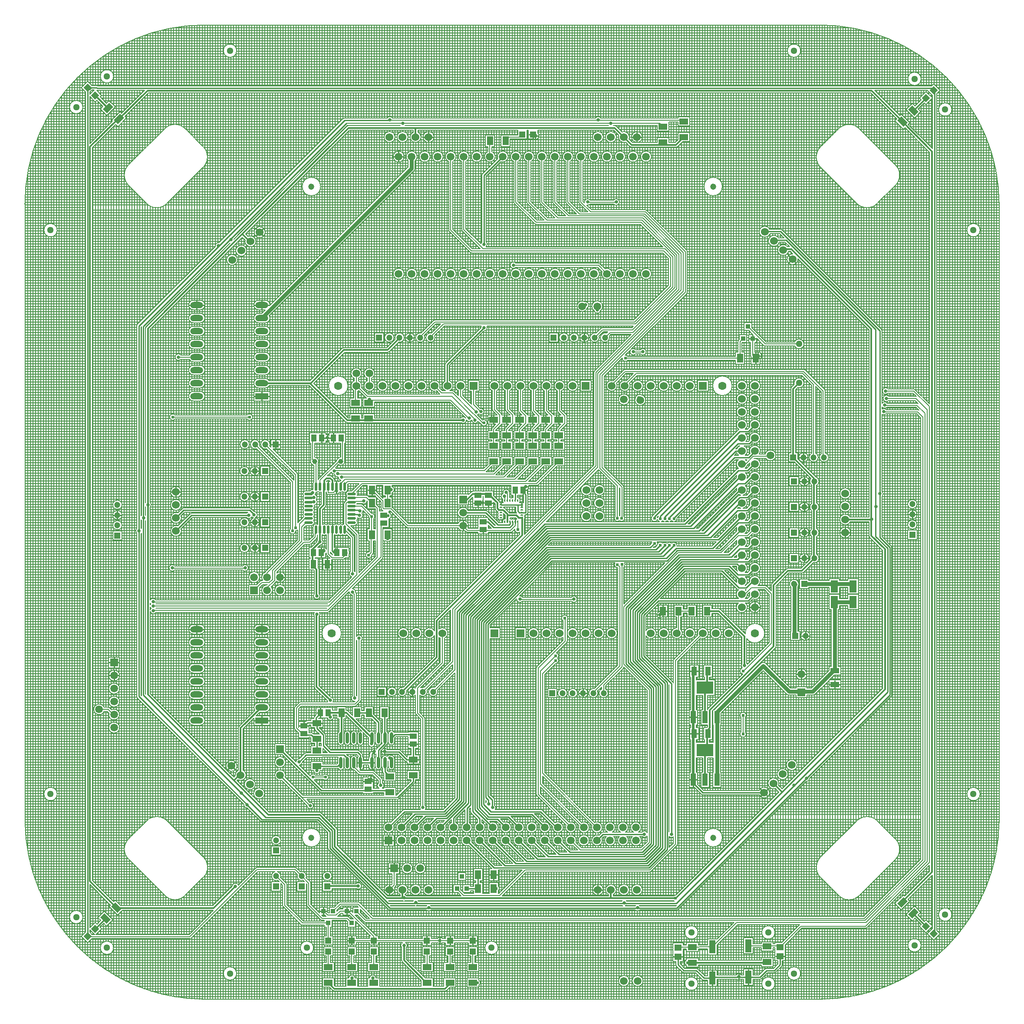
<source format=gtl>
%FSLAX23Y23*%
%MOIN*%
G70*
G01*
G75*
G04 Layer_Physical_Order=1*
G04 Layer_Color=255*
%ADD10C,0.008*%
%ADD11C,0.059*%
%ADD12R,0.035X0.037*%
%ADD13R,0.035X0.037*%
%ADD14R,0.045X0.069*%
%ADD15R,0.055X0.047*%
%ADD16R,0.055X0.043*%
%ADD17O,0.024X0.087*%
%ADD18R,0.039X0.094*%
%ADD19R,0.130X0.094*%
%ADD20O,0.065X0.022*%
%ADD21O,0.022X0.065*%
%ADD22R,0.043X0.055*%
%ADD23R,0.043X0.067*%
%ADD24R,0.067X0.043*%
%ADD25R,0.050X0.100*%
%ADD26R,0.057X0.094*%
%ADD27R,0.069X0.045*%
G04:AMPARAMS|DCode=28|XSize=69mil|YSize=45mil|CornerRadius=0mil|HoleSize=0mil|Usage=FLASHONLY|Rotation=225.000|XOffset=0mil|YOffset=0mil|HoleType=Round|Shape=Rectangle|*
%AMROTATEDRECTD28*
4,1,4,0.008,0.040,0.040,0.008,-0.008,-0.040,-0.040,-0.008,0.008,0.040,0.0*
%
%ADD28ROTATEDRECTD28*%

G04:AMPARAMS|DCode=29|XSize=69mil|YSize=45mil|CornerRadius=0mil|HoleSize=0mil|Usage=FLASHONLY|Rotation=315.000|XOffset=0mil|YOffset=0mil|HoleType=Round|Shape=Rectangle|*
%AMROTATEDRECTD29*
4,1,4,-0.040,0.008,-0.008,0.040,0.040,-0.008,0.008,-0.040,-0.040,0.008,0.0*
%
%ADD29ROTATEDRECTD29*%

%ADD30R,0.047X0.047*%
%ADD31R,0.047X0.047*%
G04:AMPARAMS|DCode=32|XSize=47mil|YSize=47mil|CornerRadius=0mil|HoleSize=0mil|Usage=FLASHONLY|Rotation=225.000|XOffset=0mil|YOffset=0mil|HoleType=Round|Shape=Rectangle|*
%AMROTATEDRECTD32*
4,1,4,0.000,0.033,0.033,0.000,0.000,-0.033,-0.033,0.000,0.000,0.033,0.0*
%
%ADD32ROTATEDRECTD32*%

G04:AMPARAMS|DCode=33|XSize=47mil|YSize=47mil|CornerRadius=0mil|HoleSize=0mil|Usage=FLASHONLY|Rotation=315.000|XOffset=0mil|YOffset=0mil|HoleType=Round|Shape=Rectangle|*
%AMROTATEDRECTD33*
4,1,4,-0.033,0.000,0.000,0.033,0.033,0.000,0.000,-0.033,-0.033,0.000,0.0*
%
%ADD33ROTATEDRECTD33*%

%ADD34O,0.022X0.010*%
%ADD35O,0.010X0.022*%
%ADD36C,0.010*%
%ADD37C,0.012*%
%ADD38C,0.009*%
%ADD39C,0.020*%
%ADD40C,0.030*%
%ADD41C,0.005*%
%ADD42R,0.047X0.047*%
%ADD43C,0.047*%
%ADD44C,0.060*%
%ADD45C,0.063*%
%ADD46R,0.060X0.060*%
%ADD47R,0.059X0.059*%
%ADD48R,0.059X0.059*%
%ADD49C,0.051*%
%ADD50C,0.039*%
%ADD51R,0.047X0.047*%
%ADD52O,0.100X0.050*%
%ADD53R,0.100X0.050*%
%ADD54C,0.031*%
%ADD55C,0.024*%
%ADD56C,0.026*%
D10*
X3378Y3091D02*
G03*
X3378Y3091I-51J0D01*
G01*
X3142Y3327D02*
G03*
X3142Y3327I-51J0D01*
G01*
X3595Y2165D02*
G03*
X3595Y2165I-51J0D01*
G01*
X3741Y2362D02*
G03*
X2363Y3740I-1378J0D01*
G01*
X2842Y1393D02*
G03*
X2837Y1405I-16J0D01*
G01*
X2842Y1393D02*
G03*
X2837Y1405I-16J0D01*
G01*
X2251Y1091D02*
G03*
X2240Y1096I-11J-11D01*
G01*
X2251Y1091D02*
G03*
X2240Y1096I-11J-11D01*
G01*
X2217Y3543D02*
G03*
X2217Y3543I-51J0D01*
G01*
X2075Y2167D02*
G03*
X2063Y2171I-12J-12D01*
G01*
X2075Y2167D02*
G03*
X2063Y2171I-12J-12D01*
G01*
X2196Y1941D02*
G03*
X2195Y1944I-42J0D01*
G01*
X2116Y2038D02*
G03*
X2113Y2041I-33J-26D01*
G01*
X2053Y1982D02*
G03*
X2124Y2002I30J30D01*
G01*
X2113Y2041D02*
G03*
X2053Y1982I-30J-30D01*
G01*
X2046Y2106D02*
G03*
X2042Y2112I-34J-24D01*
G01*
X1912Y2123D02*
G03*
X1981Y2138I30J30D01*
G01*
X2042Y2112D02*
G03*
X1982Y2053I-30J-30D01*
G01*
D02*
G03*
X2053Y2073I30J30D01*
G01*
X1260Y2802D02*
G03*
X1273Y2807I0J18D01*
G01*
X1260Y2802D02*
G03*
X1273Y2807I0J18D01*
G01*
X1979Y2171D02*
G03*
X1971Y2183I-38J-18D01*
G01*
X1616Y2500D02*
G03*
X1616Y2500I-71J0D01*
G01*
X1971Y2183D02*
G03*
X1912Y2123I-30J-30D01*
G01*
X1347Y2000D02*
G03*
X1342Y2011I-16J0D01*
G01*
X1347Y2000D02*
G03*
X1342Y2011I-16J0D01*
G01*
X2124Y1911D02*
G03*
X2196Y1941I30J30D01*
G01*
X2157Y1983D02*
G03*
X2124Y1911I-3J-42D01*
G01*
X2242Y1291D02*
G03*
X2171Y1307I-38J0D01*
G01*
Y1275D02*
G03*
X2242Y1291I34J16D01*
G01*
X1933Y1280D02*
G03*
X1944Y1275I11J11D01*
G01*
X1933Y1280D02*
G03*
X1944Y1275I11J11D01*
G01*
X1918Y1200D02*
G03*
X1906Y1223I-28J0D01*
G01*
X1893Y1228D02*
G03*
X1887Y1228I-3J-28D01*
G01*
X1832Y1204D02*
G03*
X1836Y1193I16J0D01*
G01*
X1832Y1204D02*
G03*
X1836Y1193I16J0D01*
G01*
X1906Y1177D02*
G03*
X1918Y1200I-16J23D01*
G01*
X1740Y1320D02*
G03*
X1735Y1309I11J-11D01*
G01*
X1740Y1320D02*
G03*
X1735Y1309I11J-11D01*
G01*
X1342Y1677D02*
G03*
X1347Y1688I-11J11D01*
G01*
X1342Y1677D02*
G03*
X1347Y1688I-11J11D01*
G01*
X3097Y940D02*
G03*
X3086Y945I-11J-11D01*
G01*
X3097Y940D02*
G03*
X3086Y945I-11J-11D01*
G01*
X2889D02*
G03*
X2887Y913I-20J-15D01*
G01*
X2895Y888D02*
G03*
X2893Y856I-20J-15D01*
G01*
X2881Y836D02*
G03*
X2842Y836I-20J-15D01*
G01*
X3119Y833D02*
G03*
X3110Y836I-9J-13D01*
G01*
X3124Y783D02*
G03*
X3115Y786I-9J-13D01*
G01*
X3124Y783D02*
G03*
X3115Y786I-9J-13D01*
G01*
X3119Y833D02*
G03*
X3110Y836I-9J-13D01*
G01*
X2842Y806D02*
G03*
X2879Y804I20J15D01*
G01*
X2876Y786D02*
G03*
X2842Y791I-20J-15D01*
G01*
Y751D02*
G03*
X2874Y754I14J20D01*
G01*
X2406Y930D02*
G03*
X2401Y941I-16J0D01*
G01*
X2406Y930D02*
G03*
X2401Y941I-16J0D01*
G01*
X2194Y956D02*
G03*
X2242Y992I11J36D01*
G01*
D02*
G03*
X2169Y982I-38J0D01*
G01*
X2147Y960D02*
G03*
X2142Y947I13J-13D01*
G01*
X2147Y960D02*
G03*
X2142Y947I13J-13D01*
G01*
X2851Y141D02*
G03*
X2842Y160I-25J0D01*
G01*
Y122D02*
G03*
X2851Y141I-15J19D01*
G01*
X2601Y143D02*
G03*
X2601Y143I-42J0D01*
G01*
X3111Y61D02*
G03*
X3111Y61I-36J0D01*
G01*
Y-18D02*
G03*
X3111Y-18I-36J0D01*
G01*
X2601Y43D02*
G03*
X2601Y43I-42J0D01*
G01*
X2597Y-39D02*
G03*
X2597Y-75I-38J-18D01*
G01*
X2432Y420D02*
G03*
X2406Y454I-36J0D01*
G01*
X2353Y420D02*
G03*
X2333Y452I-36J0D01*
G01*
X2374Y448D02*
G03*
X2432Y420I22J-28D01*
G01*
X2301Y452D02*
G03*
X2353Y420I16J-32D01*
G01*
X2335Y270D02*
G03*
X2333Y273I-15J-10D01*
G01*
X2358Y236D02*
G03*
X2335Y270I-36J0D01*
G01*
X2335Y270D02*
G03*
X2333Y273I-15J-10D01*
G01*
X2274Y420D02*
G03*
X2274Y420I-36J0D01*
G01*
X2027Y435D02*
G03*
X1944Y444I-42J0D01*
G01*
X1899D02*
G03*
X1908Y470I-33J26D01*
G01*
X1950Y412D02*
G03*
X2027Y435I35J23D01*
G01*
X2280Y236D02*
G03*
X2280Y236I-36J0D01*
G01*
X2338Y204D02*
G03*
X2358Y236I-15J32D01*
G01*
X2295Y259D02*
G03*
X2302Y207I27J-23D01*
G01*
X2358Y39D02*
G03*
X2338Y72I-36J0D01*
G01*
Y7D02*
G03*
X2358Y39I-15J32D01*
G01*
X2302Y68D02*
G03*
X2302Y10I21J-29D01*
G01*
X2280Y39D02*
G03*
X2280Y39I-36J0D01*
G01*
X1908Y970D02*
G03*
X1908Y970I-42J0D01*
G01*
Y870D02*
G03*
X1908Y870I-42J0D01*
G01*
Y770D02*
G03*
X1908Y770I-42J0D01*
G01*
X1850Y631D02*
G03*
X1908Y670I16J39D01*
G01*
D02*
G03*
X1827Y654I-42J0D01*
G01*
X1908Y570D02*
G03*
X1827Y554I-42J0D01*
G01*
X1816Y604D02*
G03*
X1827Y608I0J16D01*
G01*
X1816Y604D02*
G03*
X1827Y608I0J16D01*
G01*
X1808Y970D02*
G03*
X1808Y970I-42J0D01*
G01*
Y870D02*
G03*
X1808Y870I-42J0D01*
G01*
Y770D02*
G03*
X1808Y770I-42J0D01*
G01*
X1791Y637D02*
G03*
X1808Y670I-25J34D01*
G01*
D02*
G03*
X1743Y635I-42J0D01*
G01*
X1850Y531D02*
G03*
X1908Y570I16J39D01*
G01*
Y470D02*
G03*
X1828Y451I-42J0D01*
G01*
X1866Y412D02*
G03*
X1859Y411I0J-42D01*
G01*
X1821Y508D02*
G03*
X1832Y513I0J16D01*
G01*
X1821Y508D02*
G03*
X1832Y513I0J16D01*
G01*
X1908Y370D02*
G03*
X1866Y412I-42J0D01*
G01*
X1846Y333D02*
G03*
X1908Y370I20J37D01*
G01*
Y270D02*
G03*
X1824Y278I-42J0D01*
G01*
X1824Y377D02*
G03*
X1825Y359I41J-7D01*
G01*
X1810Y303D02*
G03*
X1822Y308I0J16D01*
G01*
X1810Y303D02*
G03*
X1822Y308I0J16D01*
G01*
X1797Y541D02*
G03*
X1808Y570I-31J29D01*
G01*
D02*
G03*
X1791Y604I-42J0D01*
G01*
X1808Y470D02*
G03*
X1782Y508I-42J0D01*
G01*
X1791Y437D02*
G03*
X1808Y470I-25J34D01*
G01*
X1791Y336D02*
G03*
X1806Y358I-25J34D01*
G01*
X1808Y270D02*
G03*
X1791Y303I-42J0D01*
G01*
X1799Y396D02*
G03*
X1791Y403I-33J-26D01*
G01*
X1691Y970D02*
G03*
X1691Y970I-75J0D01*
G01*
X1408D02*
G03*
X1408Y970I-42J0D01*
G01*
X1308D02*
G03*
X1308Y970I-42J0D01*
G01*
X1208D02*
G03*
X1208Y970I-42J0D01*
G01*
X1743Y635D02*
G03*
X1738Y632I7J-15D01*
G01*
X1743Y635D02*
G03*
X1738Y632I7J-15D01*
G01*
X1749Y508D02*
G03*
X1727Y486I17J-38D01*
G01*
Y454D02*
G03*
X1740Y437I39J16D01*
G01*
Y403D02*
G03*
X1740Y336I25J-34D01*
G01*
X1740D02*
G03*
X1728Y332I0J-16D01*
G01*
X1740Y336D02*
G03*
X1728Y332I0J-16D01*
G01*
X1835Y242D02*
G03*
X1908Y270I31J28D01*
G01*
X1806Y260D02*
G03*
X1808Y270I-41J10D01*
G01*
X1791Y204D02*
G03*
X1802Y208I-1J16D01*
G01*
X1791Y204D02*
G03*
X1802Y208I-1J16D01*
G01*
X1808Y170D02*
G03*
X1791Y204I-42J0D01*
G01*
X1850Y131D02*
G03*
X1908Y170I16J39D01*
G01*
D02*
G03*
X1827Y154I-42J0D01*
G01*
X1908Y70D02*
G03*
X1827Y54I-42J0D01*
G01*
X1775Y129D02*
G03*
X1808Y170I-9J41D01*
G01*
X1808Y96D02*
G03*
X1820Y101I0J16D01*
G01*
X1808Y96D02*
G03*
X1820Y101I0J16D01*
G01*
X1725Y282D02*
G03*
X1724Y267I40J-12D01*
G01*
X1726Y183D02*
G03*
X1724Y167I40J-13D01*
G01*
X1740Y137D02*
G03*
X1757Y129I26J33D01*
G01*
X1748D02*
G03*
X1736Y124I0J-16D01*
G01*
X1748Y129D02*
G03*
X1736Y124I0J-16D01*
G01*
X1850Y31D02*
G03*
X1908Y70I16J39D01*
G01*
X1808Y-4D02*
G03*
X1820Y1I0J16D01*
G01*
X1850Y-69D02*
G03*
X1908Y-30I16J39D01*
G01*
D02*
G03*
X1827Y-46I-42J0D01*
G01*
X1816Y-97D02*
G03*
X1827Y-92I0J16D01*
G01*
X1808Y-4D02*
G03*
X1820Y1I0J16D01*
G01*
X1816Y-97D02*
G03*
X1827Y-92I0J16D01*
G01*
X1808Y70D02*
G03*
X1799Y96I-42J0D01*
G01*
X1775Y29D02*
G03*
X1808Y70I-9J41D01*
G01*
X1740Y37D02*
G03*
X1757Y29I26J33D01*
G01*
X1808Y-30D02*
G03*
X1799Y-4I-42J0D01*
G01*
X1725Y-18D02*
G03*
X1727Y-46I40J-12D01*
G01*
X1791Y-64D02*
G03*
X1808Y-30I-25J34D01*
G01*
X1268Y-50D02*
G03*
X1268Y-46I-24J0D01*
G01*
X1157Y-67D02*
G03*
X1169Y-73I17J17D01*
G01*
X1227Y-66D02*
G03*
X1239Y-73I18J16D01*
G01*
X1249D02*
G03*
X1268Y-50I-5J23D01*
G01*
X1179Y-73D02*
G03*
X1191Y-66I-5J23D01*
G01*
X1214Y-73D02*
G03*
X1227Y-66I-5J23D01*
G01*
X1191D02*
G03*
X1204Y-73I18J16D01*
G01*
X803Y2963D02*
G03*
X790Y2968I-13J-13D01*
G01*
X803Y2963D02*
G03*
X790Y2968I-13J-13D01*
G01*
X1002Y2880D02*
G03*
X960Y2838I-42J0D01*
G01*
X902Y2880D02*
G03*
X846Y2920I-42J0D01*
G01*
X802Y2880D02*
G03*
X802Y2880I-42J0D01*
G01*
X960Y2838D02*
G03*
X1002Y2880I0J42D01*
G01*
X907Y2807D02*
G03*
X920Y2802I13J13D01*
G01*
X1072Y2730D02*
G03*
X1072Y2730I-42J0D01*
G01*
X900Y2866D02*
G03*
X902Y2880I-40J14D01*
G01*
X907Y2807D02*
G03*
X920Y2802I13J13D01*
G01*
X820Y2894D02*
G03*
X874Y2840I40J-14D01*
G01*
X972Y2730D02*
G03*
X972Y2730I-42J0D01*
G01*
X872D02*
G03*
X872Y2730I-42J0D01*
G01*
X826Y2381D02*
G03*
X781Y2396I-25J0D01*
G01*
X783Y2364D02*
G03*
X826Y2381I18J17D01*
G01*
X681Y3026D02*
G03*
X641Y3026I-20J-15D01*
G01*
X702Y2880D02*
G03*
X702Y2880I-42J0D01*
G01*
X772Y2730D02*
G03*
X772Y2730I-42J0D01*
G01*
X672D02*
G03*
X672Y2730I-42J0D01*
G01*
X572D02*
G03*
X514Y2692I-42J0D01*
G01*
X546D02*
G03*
X572Y2730I-16J38D01*
G01*
X601Y2396D02*
G03*
X557Y2376I-20J-15D01*
G01*
X576Y2357D02*
G03*
X599Y2364I5J24D01*
G01*
X514Y2380D02*
G03*
X519Y2369I16J0D01*
G01*
X514Y2380D02*
G03*
X519Y2369I16J0D01*
G01*
X1036Y2317D02*
G03*
X1024Y2322I-11J-11D01*
G01*
X1036Y2317D02*
G03*
X1024Y2322I-11J-11D01*
G01*
X1072Y1830D02*
G03*
X1072Y1830I-42J0D01*
G01*
X872D02*
G03*
X872Y1830I-42J0D01*
G01*
X972D02*
G03*
X972Y1830I-42J0D01*
G01*
X772D02*
G03*
X714Y1868I-42J0D01*
G01*
X692Y1846D02*
G03*
X772Y1830I38J-16D01*
G01*
X749Y1340D02*
G03*
X748Y1351I-36J0D01*
G01*
X725Y1374D02*
G03*
X749Y1340I-11J-34D01*
G01*
X676Y1906D02*
G03*
X665Y1911I-11J-11D01*
G01*
X676Y1906D02*
G03*
X665Y1911I-11J-11D01*
G01*
X672Y1830D02*
G03*
X672Y1830I-42J0D01*
G01*
X572D02*
G03*
X572Y1830I-42J0D01*
G01*
X681Y1547D02*
G03*
X697Y1580I-26J33D01*
G01*
D02*
G03*
X632Y1546I-42J0D01*
G01*
X695Y1416D02*
G03*
X684Y1411I0J-16D01*
G01*
X695Y1416D02*
G03*
X684Y1411I0J-16D01*
G01*
X632Y1546D02*
G03*
X681Y1547I24J5D01*
G01*
X671Y1340D02*
G03*
X669Y1351I-36J0D01*
G01*
X646Y1374D02*
G03*
X671Y1340I-11J-34D01*
G01*
X591Y1591D02*
G03*
X562Y1615I-25J0D01*
G01*
X581Y1571D02*
G03*
X591Y1591I-15J20D01*
G01*
X562Y1615D02*
G03*
X581Y1571I-22J-35D01*
G01*
X592Y1340D02*
G03*
X592Y1340I-36J0D01*
G01*
X472Y2730D02*
G03*
X414Y2692I-42J0D01*
G01*
X446D02*
G03*
X472Y2730I-16J38D01*
G01*
X346Y2692D02*
G03*
X372Y2730I-16J38D01*
G01*
D02*
G03*
X314Y2692I-42J0D01*
G01*
X208Y2890D02*
G03*
X198Y2911I-28J0D01*
G01*
Y2869D02*
G03*
X208Y2890I-18J21D01*
G01*
X272Y2730D02*
G03*
X214Y2692I-42J0D01*
G01*
X246D02*
G03*
X272Y2730I-16J38D01*
G01*
X191Y2864D02*
G03*
X198Y2869I-11J26D01*
G01*
X169Y2864D02*
G03*
X191Y2864I11J26D01*
G01*
X80Y2864D02*
G03*
X83Y2864I0J16D01*
G01*
X146Y2692D02*
G03*
X172Y2730I-16J38D01*
G01*
D02*
G03*
X114Y2692I-42J0D01*
G01*
X46D02*
G03*
X72Y2730I-16J38D01*
G01*
D02*
G03*
X14Y2692I-42J0D01*
G01*
X-28Y2730D02*
G03*
X-109Y2715I-42J0D01*
G01*
X-128Y2730D02*
G03*
X-154Y2768I-42J0D01*
G01*
X-85Y2691D02*
G03*
X-28Y2730I15J39D01*
G01*
X414Y2380D02*
G03*
X419Y2369I16J0D01*
G01*
X414Y2380D02*
G03*
X419Y2369I16J0D01*
G01*
X314Y2380D02*
G03*
X319Y2369I16J0D01*
G01*
X314Y2380D02*
G03*
X319Y2369I16J0D01*
G01*
X472Y1830D02*
G03*
X472Y1830I-42J0D01*
G01*
X513Y1340D02*
G03*
X513Y1340I-36J0D01*
G01*
X434D02*
G03*
X434Y1340I-36J0D01*
G01*
X372Y1830D02*
G03*
X372Y1830I-42J0D01*
G01*
X272D02*
G03*
X272Y1830I-42J0D01*
G01*
X214Y2380D02*
G03*
X219Y2369I16J0D01*
G01*
X214Y2380D02*
G03*
X219Y2369I16J0D01*
G01*
X114Y2380D02*
G03*
X119Y2369I16J0D01*
G01*
X114Y2380D02*
G03*
X119Y2369I16J0D01*
G01*
X173Y2215D02*
G03*
X184Y2210I11J11D01*
G01*
X173Y2215D02*
G03*
X184Y2210I11J11D01*
G01*
X14Y2380D02*
G03*
X19Y2369I16J0D01*
G01*
X14Y2380D02*
G03*
X19Y2369I16J0D01*
G01*
X172Y1830D02*
G03*
X172Y1830I-42J0D01*
G01*
X72D02*
G03*
X72Y1830I-42J0D01*
G01*
X31Y1911D02*
G03*
X29Y1879I-20J-15D01*
G01*
X-28Y1830D02*
G03*
X-28Y1830I-42J0D01*
G01*
X1031Y1231D02*
G03*
X986Y1246I-25J0D01*
G01*
X988Y1214D02*
G03*
X1031Y1231I18J17D01*
G01*
X951Y1246D02*
G03*
X916Y1251I-20J-15D01*
G01*
X911Y1246D02*
G03*
X949Y1214I20J-15D01*
G01*
X889Y1197D02*
G03*
X870Y1205I-18J-16D01*
G01*
X847Y1182D02*
G03*
X889Y1165I24J-1D01*
G01*
X870Y1096D02*
G03*
X859Y1091I0J-16D01*
G01*
X870Y1096D02*
G03*
X859Y1091I0J-16D01*
G01*
X633Y1083D02*
G03*
X628Y1072I11J-11D01*
G01*
X633Y1083D02*
G03*
X628Y1072I11J-11D01*
G01*
X908Y970D02*
G03*
X903Y990I-42J0D01*
G01*
X1108Y970D02*
G03*
X1108Y970I-42J0D01*
G01*
X1008D02*
G03*
X1008Y970I-42J0D01*
G01*
X1027Y860D02*
G03*
X983Y901I-42J0D01*
G01*
X947Y878D02*
G03*
X1027Y860I38J-18D01*
G01*
X983Y901D02*
G03*
X947Y878I-8J-26D01*
G01*
X878Y1010D02*
G03*
X908Y970I-12J-40D01*
G01*
X778Y1010D02*
G03*
X808Y970I-12J-40D01*
G01*
D02*
G03*
X803Y990I-42J0D01*
G01*
X902Y865D02*
G03*
X902Y865I-42J0D01*
G01*
X508Y970D02*
G03*
X508Y970I-42J0D01*
G01*
X380Y931D02*
G03*
X408Y970I-14J39D01*
G01*
D02*
G03*
X348Y932I-42J0D01*
G01*
X308Y970D02*
G03*
X248Y932I-42J0D01*
G01*
X280Y931D02*
G03*
X308Y970I-14J39D01*
G01*
X348Y780D02*
G03*
X353Y769I16J0D01*
G01*
X248Y780D02*
G03*
X253Y769I16J0D01*
G01*
X248Y780D02*
G03*
X253Y769I16J0D01*
G01*
X422Y738D02*
G03*
X418Y749I-16J0D01*
G01*
X422Y738D02*
G03*
X418Y749I-16J0D01*
G01*
X348Y780D02*
G03*
X353Y769I16J0D01*
G01*
X321Y745D02*
G03*
X318Y749I-14J-7D01*
G01*
X348Y745D02*
G03*
X334Y745I-7J-24D01*
G01*
X418Y671D02*
G03*
X422Y682I-11J11D01*
G01*
X418Y671D02*
G03*
X422Y682I-11J11D01*
G01*
X318Y671D02*
G03*
X321Y675I-11J11D01*
G01*
X318Y671D02*
G03*
X321Y675I-11J11D01*
G01*
X349Y647D02*
G03*
X344Y636I11J-11D01*
G01*
X349Y647D02*
G03*
X344Y636I11J-11D01*
G01*
X321Y745D02*
G03*
X318Y749I-14J-7D01*
G01*
X248Y745D02*
G03*
X234Y745I-7J-24D01*
G01*
X221D02*
G03*
X218Y749I-14J-7D01*
G01*
X221Y745D02*
G03*
X218Y749I-14J-7D01*
G01*
X218Y671D02*
G03*
X221Y675I-11J11D01*
G01*
X218Y671D02*
G03*
X221Y675I-11J11D01*
G01*
X249Y647D02*
G03*
X244Y636I11J-11D01*
G01*
X249Y647D02*
G03*
X244Y636I11J-11D01*
G01*
X860Y191D02*
G03*
X855Y202I-16J0D01*
G01*
X860Y191D02*
G03*
X855Y202I-16J0D01*
G01*
X713Y170D02*
G03*
X713Y170I-42J0D01*
G01*
X613D02*
G03*
X613Y170I-42J0D01*
G01*
X1082Y-24D02*
G03*
X1078Y-31I12J-12D01*
G01*
X1082Y-24D02*
G03*
X1078Y-31I12J-12D01*
G01*
X1123Y-34D02*
G03*
X1117Y-43I16J-17D01*
G01*
X1117Y-57D02*
G03*
X1132Y-73I23J6D01*
G01*
X1117Y-43D02*
G03*
X1115Y-38I-23J-6D01*
G01*
X1078Y-31D02*
G03*
X1117Y-57I16J-18D01*
G01*
X1148Y-73D02*
G03*
X1157Y-67I-8J23D01*
G01*
X867Y-48D02*
G03*
X860Y-31I-24J0D01*
G01*
X793D02*
G03*
X826Y-65I17J-17D01*
G01*
D02*
G03*
X867Y-48I16J17D01*
G01*
X713Y70D02*
G03*
X713Y70I-42J0D01*
G01*
X613D02*
G03*
X613Y70I-42J0D01*
G01*
X713Y-30D02*
G03*
X713Y-30I-42J0D01*
G01*
X613D02*
G03*
X613Y-30I-42J0D01*
G01*
X181Y931D02*
G03*
X208Y970I-15J39D01*
G01*
D02*
G03*
X149Y931I-42J0D01*
G01*
Y779D02*
G03*
X154Y768I16J0D01*
G01*
X149Y779D02*
G03*
X154Y768I16J0D01*
G01*
X121Y745D02*
G03*
X118Y749I-14J-7D01*
G01*
X148Y745D02*
G03*
X134Y745I-7J-24D01*
G01*
X121D02*
G03*
X118Y749I-14J-7D01*
G01*
X82Y931D02*
G03*
X108Y970I-16J39D01*
G01*
D02*
G03*
X50Y931I-42J0D01*
G01*
Y778D02*
G03*
X54Y767I16J0D01*
G01*
X50Y778D02*
G03*
X54Y767I16J0D01*
G01*
X118Y671D02*
G03*
X121Y675I-11J11D01*
G01*
X118Y671D02*
G03*
X121Y675I-11J11D01*
G01*
X149Y647D02*
G03*
X144Y636I11J-11D01*
G01*
X149Y647D02*
G03*
X144Y636I11J-11D01*
G01*
X49Y647D02*
G03*
X44Y636I11J-11D01*
G01*
X49Y647D02*
G03*
X44Y636I11J-11D01*
G01*
X-18Y931D02*
G03*
X8Y970I-16J39D01*
G01*
X22Y745D02*
G03*
X18Y756I-16J0D01*
G01*
X22Y745D02*
G03*
X18Y756I-16J0D01*
G01*
X8Y970D02*
G03*
X-50Y931I-42J0D01*
G01*
Y785D02*
G03*
X-46Y774I16J0D01*
G01*
X-50Y785D02*
G03*
X-46Y774I16J0D01*
G01*
X-52Y745D02*
G03*
X-66Y745I-7J-24D01*
G01*
X48D02*
G03*
X34Y745I-7J-24D01*
G01*
X18Y671D02*
G03*
X21Y675I-11J11D01*
G01*
X18Y671D02*
G03*
X21Y675I-11J11D01*
G01*
X-118Y931D02*
G03*
X-92Y970I-16J39D01*
G01*
X-150Y785D02*
G03*
X-146Y774I16J0D01*
G01*
X-150Y785D02*
G03*
X-146Y774I16J0D01*
G01*
X-78Y745D02*
G03*
X-82Y756I-16J0D01*
G01*
X-82Y671D02*
G03*
X-79Y675I-11J11D01*
G01*
X-78Y745D02*
G03*
X-82Y756I-16J0D01*
G01*
X-82Y671D02*
G03*
X-79Y675I-11J11D01*
G01*
X-51Y647D02*
G03*
X-56Y636I11J-11D01*
G01*
X-51Y647D02*
G03*
X-56Y636I11J-11D01*
G01*
X190Y204D02*
G03*
X201Y209I0J16D01*
G01*
X190Y204D02*
G03*
X201Y209I0J16D01*
G01*
X130Y194D02*
G03*
X128Y204I-25J0D01*
G01*
X118Y173D02*
G03*
X130Y194I-13J21D01*
G01*
X122Y135D02*
G03*
X118Y145I-17J0D01*
G01*
X122Y135D02*
G03*
X118Y145I-17J0D01*
G01*
X85Y130D02*
G03*
X88Y128I15J9D01*
G01*
X85Y130D02*
G03*
X88Y128I15J9D01*
G01*
X105Y-20D02*
G03*
X122Y-3I0J17D01*
G01*
X105Y-20D02*
G03*
X122Y-3I0J17D01*
G01*
X97Y-33D02*
G03*
X100Y-23I-14J10D01*
G01*
Y-43D02*
G03*
X97Y-33I-17J0D01*
G01*
X96Y-53D02*
G03*
X100Y-43I-13J11D01*
G01*
X59Y73D02*
G03*
X62Y82I-14J10D01*
G01*
Y94D02*
G03*
X42Y111I-17J0D01*
G01*
X88Y72D02*
G03*
X83Y73I-5J-16D01*
G01*
X39Y-53D02*
G03*
X35Y-55I6J-16D01*
G01*
D02*
G03*
X15Y-55I-10J-14D01*
G01*
X28Y8D02*
G03*
X33Y-4I17J0D01*
G01*
X28Y8D02*
G03*
X33Y-4I17J0D01*
G01*
X-18Y144D02*
G03*
X-19Y150I-16J0D01*
G01*
X-18Y144D02*
G03*
X-19Y150I-16J0D01*
G01*
X-19Y152D02*
G03*
X-68Y144I-25J0D01*
G01*
D02*
G03*
X-70Y99I9J-23D01*
G01*
X8Y111D02*
G03*
X-5Y108I-3J-17D01*
G01*
D02*
G03*
X-18Y111I-10J-14D01*
G01*
X-19Y-7D02*
G03*
X-21Y-3I-15J-9D01*
G01*
X-19Y-7D02*
G03*
X-21Y-3I-15J-9D01*
G01*
X-71Y82D02*
G03*
X-68Y73I17J0D01*
G01*
X-70Y99D02*
G03*
X-71Y94I16J-5D01*
G01*
X-54Y29D02*
G03*
X-64Y34I-13J-13D01*
G01*
X-54Y29D02*
G03*
X-64Y34I-13J-13D01*
G01*
X15Y-55D02*
G03*
X-5Y-55I-10J-14D01*
G01*
D02*
G03*
X-16Y-52I-10J-14D01*
G01*
X-52Y-52D02*
G03*
X-71Y-69I-2J-17D01*
G01*
X-63Y-23D02*
G03*
X-67Y-13I-17J0D01*
G01*
X-67Y-33D02*
G03*
X-63Y-23I-14J10D01*
G01*
Y-43D02*
G03*
X-67Y-33I-17J0D01*
G01*
X-80Y-59D02*
G03*
X-63Y-43I0J17D01*
G01*
X-93Y73D02*
G03*
X-98Y83I-18J-2D01*
G01*
X-93Y73D02*
G03*
X-98Y83I-18J-2D01*
G01*
X-113Y5D02*
G03*
X-108Y1I13J13D01*
G01*
X-129Y28D02*
G03*
X-124Y16I18J0D01*
G01*
X-129Y28D02*
G03*
X-124Y16I18J0D01*
G01*
X-106Y-33D02*
G03*
X-92Y-59I14J-10D01*
G01*
X-108Y1D02*
G03*
X-106Y-13I16J-5D01*
G01*
D02*
G03*
X-106Y-33I14J-10D01*
G01*
X-113Y5D02*
G03*
X-108Y1I13J13D01*
G01*
X3111Y-96D02*
G03*
X3111Y-96I-36J0D01*
G01*
X2917Y-271D02*
G03*
X2912Y-260I-16J0D01*
G01*
X2917Y-271D02*
G03*
X2912Y-260I-16J0D01*
G01*
X2742Y-181D02*
G03*
X2747Y-194I18J0D01*
G01*
X2742Y-181D02*
G03*
X2747Y-194I18J0D01*
G01*
X2601Y-157D02*
G03*
X2601Y-157I-42J0D01*
G01*
X2358D02*
G03*
X2338Y-125I-36J0D01*
G01*
Y-190D02*
G03*
X2358Y-157I-15J32D01*
G01*
X2302Y-129D02*
G03*
X2302Y-186I21J-29D01*
G01*
X2358Y-354D02*
G03*
X2338Y-322I-36J0D01*
G01*
X2280Y-157D02*
G03*
X2280Y-157I-36J0D01*
G01*
Y-354D02*
G03*
X2280Y-354I-36J0D01*
G01*
X2314Y-389D02*
G03*
X2358Y-354I9J34D01*
G01*
X2302Y-325D02*
G03*
X2288Y-363I21J-29D01*
G01*
X2227Y-468D02*
G03*
X2240Y-463I0J18D01*
G01*
X2227Y-468D02*
G03*
X2240Y-463I0J18D01*
G01*
X2201Y-547D02*
G03*
X2143Y-579I-35J-4D01*
G01*
X2202Y-556D02*
G03*
X2201Y-547I-27J0D01*
G01*
X2197Y-572D02*
G03*
X2202Y-556I-22J16D01*
G01*
X2289Y-950D02*
G03*
X2289Y-950I-36J0D01*
G01*
X2265Y-1245D02*
G03*
X2265Y-1245I-42J0D01*
G01*
X1850Y-269D02*
G03*
X1908Y-230I16J39D01*
G01*
X1846Y-167D02*
G03*
X1908Y-130I20J37D01*
G01*
X1850Y-369D02*
G03*
X1908Y-330I16J39D01*
G01*
Y-130D02*
G03*
X1825Y-142I-42J0D01*
G01*
X1908Y-230D02*
G03*
X1827Y-246I-42J0D01*
G01*
X1810Y-196D02*
G03*
X1821Y-191I0J16D01*
G01*
X1810Y-196D02*
G03*
X1821Y-191I0J16D01*
G01*
X1908Y-330D02*
G03*
X1827Y-346I-42J0D01*
G01*
X1816Y-296D02*
G03*
X1827Y-292I0J16D01*
G01*
X1908Y-430D02*
G03*
X1827Y-446I-42J0D01*
G01*
X1816Y-296D02*
G03*
X1827Y-292I0J16D01*
G01*
X1816Y-396D02*
G03*
X1827Y-392I0J16D01*
G01*
X1816Y-396D02*
G03*
X1827Y-392I0J16D01*
G01*
X2120Y-432D02*
G03*
X2107Y-437I0J-18D01*
G01*
X2120Y-432D02*
G03*
X2107Y-437I0J-18D01*
G01*
X1997Y-547D02*
G03*
X1992Y-560I13J-13D01*
G01*
X1997Y-547D02*
G03*
X1992Y-560I13J-13D01*
G01*
X1956Y-569D02*
G03*
X1945Y-564I-11J-11D01*
G01*
X1956Y-569D02*
G03*
X1945Y-564I-11J-11D01*
G01*
X1850Y-469D02*
G03*
X1908Y-430I16J39D01*
G01*
X1816Y-496D02*
G03*
X1827Y-492I0J16D01*
G01*
X1816Y-496D02*
G03*
X1827Y-492I0J16D01*
G01*
X1890Y-564D02*
G03*
X1908Y-530I-25J34D01*
G01*
D02*
G03*
X1824Y-533I-42J0D01*
G01*
X1908Y-630D02*
G03*
X1890Y-596I-42J0D01*
G01*
X1826Y-615D02*
G03*
X1826Y-644I39J-15D01*
G01*
X1808Y-130D02*
G03*
X1791Y-97I-42J0D01*
G01*
X1726Y-117D02*
G03*
X1727Y-146I40J-13D01*
G01*
X1790Y-164D02*
G03*
X1808Y-130I-25J34D01*
G01*
Y-230D02*
G03*
X1790Y-196I-42J0D01*
G01*
X1791Y-264D02*
G03*
X1808Y-230I-25J34D01*
G01*
X1726Y-217D02*
G03*
X1727Y-246I40J-13D01*
G01*
X1808Y-330D02*
G03*
X1791Y-296I-42J0D01*
G01*
Y-363D02*
G03*
X1808Y-330I-25J34D01*
G01*
Y-430D02*
G03*
X1791Y-396I-42J0D01*
G01*
Y-463D02*
G03*
X1808Y-430I-25J34D01*
G01*
X1724Y-330D02*
G03*
X1727Y-346I42J-0D01*
G01*
X1725Y-419D02*
G03*
X1731Y-454I40J-11D01*
G01*
X1808Y-530D02*
G03*
X1791Y-496I-42J0D01*
G01*
Y-563D02*
G03*
X1808Y-530I-25J34D01*
G01*
X1729Y-592D02*
G03*
X1740Y-596I12J12D01*
G01*
X1725Y-519D02*
G03*
X1725Y-541I40J-11D01*
G01*
X1729Y-592D02*
G03*
X1740Y-596I12J12D01*
G01*
X1796Y-601D02*
G03*
X1791Y-596I-30J-29D01*
G01*
X1849Y-668D02*
G03*
X1908Y-630I17J38D01*
G01*
Y-730D02*
G03*
X1908Y-730I-42J0D01*
G01*
X1941Y-930D02*
G03*
X1791Y-935I-75J0D01*
G01*
X1803Y-971D02*
G03*
X1941Y-930I63J41D01*
G01*
X2023Y-1043D02*
G03*
X2028Y-1030I-13J13D01*
G01*
X2023Y-1043D02*
G03*
X2028Y-1030I-13J13D01*
G01*
X1949Y-1161D02*
G03*
X1911Y-1161I-19J-19D01*
G01*
X1949D02*
G03*
X1911Y-1161I-19J-19D01*
G01*
X1847Y-1301D02*
G03*
X1849Y-1299I-19J19D01*
G01*
X1847Y-1301D02*
G03*
X1849Y-1299I-19J19D01*
G01*
X1814Y-697D02*
G03*
X1826Y-692I0J16D01*
G01*
X1814Y-697D02*
G03*
X1826Y-692I0J16D01*
G01*
X1808Y-730D02*
G03*
X1791Y-697I-42J0D01*
G01*
X1740D02*
G03*
X1808Y-730I25J-34D01*
G01*
X1740Y-596D02*
G03*
X1740Y-664I25J-34D01*
G01*
X1791D02*
G03*
X1807Y-634I-25J34D01*
G01*
X1603Y-747D02*
G03*
X1590Y-742I-13J-13D01*
G01*
X1603Y-747D02*
G03*
X1590Y-742I-13J-13D01*
G01*
X1708Y-930D02*
G03*
X1708Y-930I-42J0D01*
G01*
X1608D02*
G03*
X1608Y-930I-42J0D01*
G01*
X1809Y-1169D02*
G03*
X1803Y-1161I-23J-10D01*
G01*
X1767Y-1163D02*
G03*
X1769Y-1197I19J-16D01*
G01*
Y-1197D02*
G03*
X1771Y-1244I6J-23D01*
G01*
X1809Y-1263D02*
G03*
X1807Y-1265I19J-19D01*
G01*
X1809Y-1263D02*
G03*
X1807Y-1265I19J-19D01*
G01*
X3595Y-2165D02*
G03*
X3595Y-2165I-51J0D01*
G01*
X2912Y-1416D02*
G03*
X2917Y-1405I-12J12D01*
G01*
X2912Y-1416D02*
G03*
X2917Y-1405I-12J12D01*
G01*
X2310Y-1406D02*
G03*
X2329Y-1398I0J27D01*
G01*
X2310Y-1406D02*
G03*
X2329Y-1398I0J27D01*
G01*
X2179Y-1971D02*
G03*
X2191Y-1941I-30J30D01*
G01*
X2260Y-2069D02*
G03*
X2286Y-2044I1J25D01*
G01*
X3378Y-3091D02*
G03*
X3378Y-3091I-51J0D01*
G01*
X2363Y-3740D02*
G03*
X3741Y-2362I0J1378D01*
G01*
X3142Y-3327D02*
G03*
X3142Y-3327I-51J0D01*
G01*
X2715Y-3196D02*
G03*
X2726Y-3191I0J16D01*
G01*
X2715Y-3196D02*
G03*
X2726Y-3191I0J16D01*
G01*
X2191Y-1941D02*
G03*
X2119Y-1912I-42J0D01*
G01*
D02*
G03*
X2179Y-1971I30J-30D01*
G01*
X2110Y-1398D02*
G03*
X2129Y-1406I19J19D01*
G01*
X2110Y-1398D02*
G03*
X2129Y-1406I19J19D01*
G01*
X2120Y-2012D02*
G03*
X2049Y-1982I-42J0D01*
G01*
X2108Y-2042D02*
G03*
X2120Y-2012I-30J30D01*
G01*
X2049Y-1982D02*
G03*
X2108Y-2042I30J-30D01*
G01*
X2050Y-2083D02*
G03*
X1978Y-2053I-42J0D01*
G01*
D02*
G03*
X2022Y-2122I30J-30D01*
G01*
X2047Y-2097D02*
G03*
X2050Y-2083I-40J14D01*
G01*
X1979Y-2154D02*
G03*
X1907Y-2124I-42J0D01*
G01*
X1967Y-2183D02*
G03*
X1979Y-2154I-30J30D01*
G01*
X1791Y-1578D02*
G03*
X1799Y-1560I-16J18D01*
G01*
D02*
G03*
X1759Y-1578I-24J0D01*
G01*
X1907Y-2124D02*
G03*
X1899Y-2137I30J-30D01*
G01*
X1799Y-1705D02*
G03*
X1791Y-1687I-24J0D01*
G01*
X1759D02*
G03*
X1799Y-1705I16J-18D01*
G01*
X1899Y-2171D02*
G03*
X1967Y-2183I38J17D01*
G01*
X1616Y-2500D02*
G03*
X1616Y-2500I-71J0D01*
G01*
X2020Y-3228D02*
G03*
X2020Y-3228I-51J0D01*
G01*
X2072Y-3487D02*
G03*
X2077Y-3475I-12J12D01*
G01*
X2072Y-3487D02*
G03*
X2077Y-3475I-12J12D01*
G01*
X2217Y-3543D02*
G03*
X2217Y-3543I-51J0D01*
G01*
X2015Y-3537D02*
G03*
X2027Y-3532I0J17D01*
G01*
X2015Y-3537D02*
G03*
X2027Y-3532I0J17D01*
G01*
X1955Y-3503D02*
G03*
X1943Y-3508I0J-17D01*
G01*
X1955Y-3503D02*
G03*
X1943Y-3508I0J-17D01*
G01*
X2020Y-3622D02*
G03*
X2020Y-3622I-51J0D01*
G01*
X1904Y-3588D02*
G03*
X1916Y-3583I0J17D01*
G01*
X1904Y-3588D02*
G03*
X1916Y-3583I0J17D01*
G01*
X1760Y-3554D02*
G03*
X1722Y-3554I-19J-15D01*
G01*
X1725Y-3588D02*
G03*
X1757Y-3588I16J19D01*
G01*
X1268Y-256D02*
G03*
X1227Y-239I-24J0D01*
G01*
X1267Y-262D02*
G03*
X1268Y-256I-23J7D01*
G01*
X1508Y-930D02*
G03*
X1427Y-946I-42J0D01*
G01*
X1450Y-969D02*
G03*
X1508Y-930I16J39D01*
G01*
X1308D02*
G03*
X1296Y-901I-42J0D01*
G01*
X1408Y-930D02*
G03*
X1408Y-930I-42J0D01*
G01*
X1264Y-888D02*
G03*
X1308Y-930I2J-42D01*
G01*
X1227Y-239D02*
G03*
X1191Y-239I-18J-16D01*
G01*
X1191D02*
G03*
X1158Y-238I-17J-17D01*
G01*
X1158D02*
G03*
X1118Y-244I-18J-15D01*
G01*
X1118Y-240D02*
G03*
X1114Y-228I-24J0D01*
G01*
X1074D02*
G03*
X1070Y-241I20J-13D01*
G01*
X1118Y-244D02*
G03*
X1118Y-240I-24J4D01*
G01*
X1116Y-249D02*
G03*
X1116Y-254I24J-4D01*
G01*
X1093Y-264D02*
G03*
X1116Y-249I1J24D01*
G01*
X868Y-402D02*
G03*
X864Y-389I-24J0D01*
G01*
X1244Y-1129D02*
G03*
X1239Y-1141I11J-11D01*
G01*
X1244Y-1129D02*
G03*
X1239Y-1141I11J-11D01*
G01*
X1208Y-930D02*
G03*
X1208Y-930I-42J0D01*
G01*
X1125Y-767D02*
G03*
X1154Y-806I11J-22D01*
G01*
X1029Y-950D02*
G03*
X1108Y-930I37J20D01*
G01*
D02*
G03*
X1029Y-910I-42J0D01*
G01*
X1507Y-1507D02*
G03*
X1502Y-1517I13J-13D01*
G01*
X1507Y-1507D02*
G03*
X1502Y-1517I13J-13D01*
G01*
X1452Y-2166D02*
G03*
X1464Y-2171I12J12D01*
G01*
X1452Y-2166D02*
G03*
X1464Y-2171I12J12D01*
G01*
X1239Y-1311D02*
G03*
X1236Y-1306I-15J-7D01*
G01*
X1239Y-1311D02*
G03*
X1236Y-1306I-15J-7D01*
G01*
X860Y-420D02*
G03*
X868Y-402I-16J18D01*
G01*
X791Y-389D02*
G03*
X811Y-428I19J-14D01*
G01*
X501Y-669D02*
G03*
X456Y-654I-25J0D01*
G01*
X458Y-686D02*
G03*
X501Y-669I18J17D01*
G01*
X855Y-1200D02*
G03*
X860Y-1192I-11J11D01*
G01*
X855Y-1200D02*
G03*
X860Y-1192I-11J11D01*
G01*
X808Y-930D02*
G03*
X808Y-930I-42J0D01*
G01*
X608D02*
G03*
X608Y-930I-42J0D01*
G01*
X708D02*
G03*
X708Y-930I-42J0D01*
G01*
X424D02*
G03*
X508Y-930I42J0D01*
G01*
D02*
G03*
X424Y-930I-42J0D01*
G01*
X21Y-132D02*
G03*
X60Y-153I24J-3D01*
G01*
X-10Y-156D02*
G03*
X1Y-151I0J16D01*
G01*
X-10Y-156D02*
G03*
X1Y-151I0J16D01*
G01*
X81Y-654D02*
G03*
X58Y-644I-20J-15D01*
G01*
X36Y-666D02*
G03*
X79Y-686I25J-3D01*
G01*
X424Y-830D02*
G03*
X429Y-815I-19J15D01*
G01*
D02*
G03*
X392Y-835I-24J0D01*
G01*
Y-897D02*
G03*
X392Y-963I-26J-33D01*
G01*
X419Y-1004D02*
G03*
X424Y-992I-11J11D01*
G01*
X419Y-1004D02*
G03*
X424Y-992I-11J11D01*
G01*
X359Y-1140D02*
G03*
X351Y-1122I-24J0D01*
G01*
X334Y-1164D02*
G03*
X359Y-1140I1J24D01*
G01*
X359Y-1105D02*
G03*
X341Y-1082I-24J0D01*
G01*
X351Y-1122D02*
G03*
X359Y-1105I-16J17D01*
G01*
X308Y-930D02*
G03*
X308Y-930I-42J0D01*
G01*
X208D02*
G03*
X208Y-930I-42J0D01*
G01*
X192Y-1186D02*
G03*
X187Y-1197I11J-11D01*
G01*
X192Y-1186D02*
G03*
X187Y-1197I11J-11D01*
G01*
X688Y-1358D02*
G03*
X739Y-1390I16J-32D01*
G01*
D02*
G03*
X720Y-1358I-36J0D01*
G01*
X661Y-1390D02*
G03*
X657Y-1375I-36J0D01*
G01*
X632Y-1355D02*
G03*
X661Y-1390I-7J-35D01*
G01*
X582D02*
G03*
X582Y-1390I-36J0D01*
G01*
X503D02*
G03*
X503Y-1390I-36J0D01*
G01*
X424D02*
G03*
X424Y-1390I-36J0D01*
G01*
X187Y-2168D02*
G03*
X192Y-2179I16J0D01*
G01*
X187Y-2168D02*
G03*
X192Y-2179I16J0D01*
G01*
X-133Y-2210D02*
G03*
X-138Y-2198I-16J0D01*
G01*
X-133Y-2210D02*
G03*
X-138Y-2198I-16J0D01*
G01*
X-124Y-2269D02*
G03*
X-133Y-2250I-25J0D01*
G01*
X-129Y-2283D02*
G03*
X-124Y-2269I-20J14D01*
G01*
X232Y-2288D02*
G03*
X220Y-2283I-12J-12D01*
G01*
X232Y-2288D02*
G03*
X220Y-2283I-12J-12D01*
G01*
X1207Y-2492D02*
G03*
X1239Y-2494I18J18D01*
G01*
X1266Y-2562D02*
G03*
X1271Y-2550I-11J11D01*
G01*
X999Y-2491D02*
G03*
X1038Y-2488I18J18D01*
G01*
X1266Y-2562D02*
G03*
X1271Y-2550I-11J11D01*
G01*
X971Y-2458D02*
G03*
X994Y-2421I-18J37D01*
G01*
X1038Y-2460D02*
G03*
X998Y-2458I-21J-14D01*
G01*
X994Y-2421D02*
G03*
X935Y-2458I-42J0D01*
G01*
X994Y-2521D02*
G03*
X982Y-2491I-42J0D01*
G01*
X924D02*
G03*
X994Y-2521I29J-30D01*
G01*
X1258Y-2941D02*
G03*
X1241Y-2947I-1J-24D01*
G01*
X1058Y-2763D02*
G03*
X1069Y-2759I0J16D01*
G01*
X1058Y-2763D02*
G03*
X1069Y-2759I0J16D01*
G01*
X1241Y-2983D02*
G03*
X1246Y-2987I16J18D01*
G01*
X1002Y-2900D02*
G03*
X1002Y-2900I-42J0D01*
G01*
X871Y-2458D02*
G03*
X894Y-2421I-18J37D01*
G01*
D02*
G03*
X835Y-2458I-42J0D01*
G01*
X771D02*
G03*
X794Y-2421I-18J37D01*
G01*
X894Y-2521D02*
G03*
X882Y-2491I-42J0D01*
G01*
X824D02*
G03*
X894Y-2521I29J-30D01*
G01*
X794D02*
G03*
X782Y-2491I-42J0D01*
G01*
X794Y-2421D02*
G03*
X735Y-2458I-42J0D01*
G01*
X694Y-2421D02*
G03*
X636Y-2383I-42J0D01*
G01*
X699Y-2458D02*
G03*
X687Y-2463I0J-16D01*
G01*
X699Y-2458D02*
G03*
X687Y-2463I0J-16D01*
G01*
X614Y-2407D02*
G03*
X694Y-2421I39J-15D01*
G01*
X724Y-2491D02*
G03*
X794Y-2521I29J-30D01*
G01*
X694D02*
G03*
X691Y-2506I-42J0D01*
G01*
X668Y-2482D02*
G03*
X694Y-2521I-15J-39D01*
G01*
X902Y-2900D02*
G03*
X902Y-2900I-42J0D01*
G01*
X778Y-2938D02*
G03*
X802Y-2900I-18J38D01*
G01*
X881Y-2987D02*
G03*
X878Y-2983I-20J-14D01*
G01*
X844D02*
G03*
X841Y-2987I17J-18D01*
G01*
X802Y-2900D02*
G03*
X742Y-2938I-42J0D01*
G01*
X702Y-2900D02*
G03*
X702Y-2900I-42J0D01*
G01*
X1429Y-3228D02*
G03*
X1429Y-3228I-51J0D01*
G01*
X1427Y-3508D02*
G03*
X1415Y-3503I-12J-12D01*
G01*
X1427Y-3508D02*
G03*
X1415Y-3503I-12J-12D01*
G01*
X1462Y-3591D02*
G03*
X1474Y-3596I12J12D01*
G01*
X1462Y-3591D02*
G03*
X1474Y-3596I12J12D01*
G01*
X1339Y-3439D02*
G03*
X1339Y-3481I11J-21D01*
G01*
X1308Y-3532D02*
G03*
X1320Y-3537I12J12D01*
G01*
X1308Y-3532D02*
G03*
X1320Y-3537I12J12D01*
G01*
X1429Y-3622D02*
G03*
X1429Y-3622I-51J0D01*
G01*
X1265Y-3056D02*
G03*
X1277Y-3052I0J16D01*
G01*
X1265Y-3056D02*
G03*
X1277Y-3052I0J16D01*
G01*
X983Y-3023D02*
G03*
X979Y-3020I-19J-15D01*
G01*
X946Y-3056D02*
G03*
X982Y-3056I18J18D01*
G01*
X949Y-3020D02*
G03*
X945Y-3023I15J-20D01*
G01*
X871D02*
G03*
X878Y-3020I-10J23D01*
G01*
X844D02*
G03*
X851Y-3023I17J19D01*
G01*
X1258Y-3475D02*
G03*
X1263Y-3487I17J0D01*
G01*
X1258Y-3475D02*
G03*
X1263Y-3487I17J0D01*
G01*
X1007Y-3600D02*
G03*
X1007Y-3600I-42J0D01*
G01*
X902D02*
G03*
X902Y-3600I-42J0D01*
G01*
X494Y-2421D02*
G03*
X439Y-2382I-42J0D01*
G01*
X594Y-2421D02*
G03*
X536Y-2383I-42J0D01*
G01*
X514Y-2407D02*
G03*
X594Y-2421I39J-15D01*
G01*
X415Y-2403D02*
G03*
X494Y-2421I37J-18D01*
G01*
X394D02*
G03*
X330Y-2386I-42J0D01*
G01*
X312Y-2415D02*
G03*
X394Y-2421I41J-6D01*
G01*
X294D02*
G03*
X237Y-2382I-42J0D01*
G01*
X214Y-2406D02*
G03*
X294Y-2421I39J-15D01*
G01*
X594Y-2521D02*
G03*
X594Y-2521I-42J0D01*
G01*
X491Y-2537D02*
G03*
X494Y-2521I-38J16D01*
G01*
D02*
G03*
X469Y-2560I-42J0D01*
G01*
X391Y-2536D02*
G03*
X394Y-2521I-39J15D01*
G01*
D02*
G03*
X368Y-2560I-42J0D01*
G01*
X291Y-2536D02*
G03*
X294Y-2521I-39J15D01*
G01*
D02*
G03*
X268Y-2560I-42J0D01*
G01*
X194Y-2421D02*
G03*
X194Y-2421I-42J0D01*
G01*
X94D02*
G03*
X37Y-2382I-42J0D01*
G01*
X14Y-2406D02*
G03*
X94Y-2421I39J-15D01*
G01*
X-6D02*
G03*
X-63Y-2382I-42J0D01*
G01*
X-86Y-2406D02*
G03*
X-6Y-2421I39J-15D01*
G01*
X194Y-2521D02*
G03*
X168Y-2560I-42J0D01*
G01*
X191Y-2536D02*
G03*
X194Y-2521I-39J15D01*
G01*
X91Y-2536D02*
G03*
X94Y-2521I-39J15D01*
G01*
D02*
G03*
X68Y-2560I-42J0D01*
G01*
X-6Y-2521D02*
G03*
X-32Y-2560I-42J0D01*
G01*
X-9Y-2536D02*
G03*
X-6Y-2521I-39J15D01*
G01*
X-109Y-2536D02*
G03*
X-106Y-2521I-39J15D01*
G01*
X-96Y-2890D02*
G03*
X-105Y-2871I-24J0D01*
G01*
Y-2909D02*
G03*
X-96Y-2890I-15J19D01*
G01*
X-186Y2768D02*
G03*
X-128Y2730I16J-38D01*
G01*
X-228D02*
G03*
X-228Y2730I-42J0D01*
G01*
X-354Y2692D02*
G03*
X-328Y2730I-16J38D01*
G01*
D02*
G03*
X-386Y2692I-42J0D01*
G01*
X-227Y2597D02*
G03*
X-231Y2585I12J-12D01*
G01*
X-227Y2597D02*
G03*
X-231Y2585I12J-12D01*
G01*
X-386Y2170D02*
G03*
X-381Y2159I16J0D01*
G01*
X-386Y2170D02*
G03*
X-381Y2159I16J0D01*
G01*
X-598Y2880D02*
G03*
X-598Y2880I-42J0D01*
G01*
X-698D02*
G03*
X-722Y2918I-42J0D01*
G01*
X-454Y2692D02*
G03*
X-428Y2730I-16J38D01*
G01*
D02*
G03*
X-486Y2692I-42J0D01*
G01*
Y2165D02*
G03*
X-481Y2154I16J0D01*
G01*
X-486Y2165D02*
G03*
X-481Y2154I16J0D01*
G01*
X-628Y2730D02*
G03*
X-628Y2730I-42J0D01*
G01*
X-528D02*
G03*
X-528Y2730I-42J0D01*
G01*
X-743Y2698D02*
G03*
X-728Y2730I-27J32D01*
G01*
X-751Y2621D02*
G03*
X-743Y2640I-19J19D01*
G01*
X-751Y2621D02*
G03*
X-743Y2640I-19J19D01*
G01*
X-189Y2056D02*
G03*
X-199Y2075I-25J0D01*
G01*
X-198Y2037D02*
G03*
X-189Y2056I-16J19D01*
G01*
X-231Y2074D02*
G03*
X-238Y2061I18J-18D01*
G01*
X-128Y1830D02*
G03*
X-128Y1830I-42J0D01*
G01*
X-236Y1428D02*
G03*
X-239Y1415I22J-12D01*
G01*
X-321Y1994D02*
G03*
X-310Y1989I11J11D01*
G01*
X-321Y1994D02*
G03*
X-310Y1989I11J11D01*
G01*
X-228Y1830D02*
G03*
X-228Y1830I-42J0D01*
G01*
X-328D02*
G03*
X-328Y1830I-42J0D01*
G01*
X-189Y1416D02*
G03*
X-192Y1428I-25J0D01*
G01*
X-215Y1391D02*
G03*
X-189Y1416I1J25D01*
G01*
X-92Y970D02*
G03*
X-150Y931I-42J0D01*
G01*
X-352Y970D02*
G03*
X-411Y931I-42J0D01*
G01*
X-379Y931D02*
G03*
X-352Y970I-15J39D01*
G01*
X-428Y1830D02*
G03*
X-428Y1830I-42J0D01*
G01*
X-528D02*
G03*
X-528Y1830I-42J0D01*
G01*
X-628D02*
G03*
X-628Y1830I-42J0D01*
G01*
X-590Y1476D02*
G03*
X-601Y1471I0J-16D01*
G01*
X-590Y1476D02*
G03*
X-601Y1471I0J-16D01*
G01*
X-509Y1145D02*
G03*
X-513Y1133I12J-12D01*
G01*
X-509Y1145D02*
G03*
X-513Y1133I12J-12D01*
G01*
X-452Y970D02*
G03*
X-481Y1010I-42J0D01*
G01*
X-479Y931D02*
G03*
X-452Y970I-16J39D01*
G01*
X-513Y1007D02*
G03*
X-510Y931I19J-37D01*
G01*
X-556Y953D02*
G03*
X-552Y970I-39J17D01*
G01*
X-591Y1340D02*
G03*
X-593Y1354I-36J0D01*
G01*
X-618Y1375D02*
G03*
X-591Y1340I-8J-35D01*
G01*
X-698Y1375D02*
G03*
X-669Y1340I-7J-35D01*
G01*
D02*
G03*
X-673Y1355I-36J0D01*
G01*
X-552Y970D02*
G03*
X-579Y931I-42J0D01*
G01*
X-652Y970D02*
G03*
X-652Y970I-42J0D01*
G01*
X-758Y2918D02*
G03*
X-698Y2880I18J-38D01*
G01*
X-798D02*
G03*
X-798Y2880I-42J0D01*
G01*
X-898D02*
G03*
X-898Y2880I-42J0D01*
G01*
X-728Y2730D02*
G03*
X-797Y2698I-42J0D01*
G01*
X-828Y2730D02*
G03*
X-828Y2730I-42J0D01*
G01*
X-919Y3026D02*
G03*
X-958Y3026I-20J-15D01*
G01*
X-1285D02*
G03*
X-1297Y3022I0J-16D01*
G01*
X-1285Y3026D02*
G03*
X-1297Y3022I0J-16D01*
G01*
X-1255Y2968D02*
G03*
X-1268Y2963I0J-18D01*
G01*
X-1255Y2968D02*
G03*
X-1268Y2963I0J-18D01*
G01*
X-728Y1830D02*
G03*
X-728Y1830I-42J0D01*
G01*
X-828D02*
G03*
X-828Y1830I-42J0D01*
G01*
X-827Y1340D02*
G03*
X-896Y1329I-36J0D01*
G01*
X-748Y1340D02*
G03*
X-748Y1340I-36J0D01*
G01*
X-906D02*
G03*
X-906Y1340I-36J0D01*
G01*
X-869Y1305D02*
G03*
X-827Y1340I7J35D01*
G01*
X-752Y970D02*
G03*
X-752Y970I-42J0D01*
G01*
X-955Y1227D02*
G03*
X-942Y1232I0J18D01*
G01*
X-955Y1227D02*
G03*
X-942Y1232I0J18D01*
G01*
X-852Y970D02*
G03*
X-852Y970I-42J0D01*
G01*
X-952D02*
G03*
X-952Y970I-42J0D01*
G01*
X-1290Y1263D02*
G03*
X-1303Y1258I0J-18D01*
G01*
X-1290Y1263D02*
G03*
X-1303Y1258I0J-18D01*
G01*
X-1079Y1027D02*
G03*
X-1053Y1065I-16J38D01*
G01*
D02*
G03*
X-1111Y1027I-42J0D01*
G01*
X-1179D02*
G03*
X-1153Y1065I-16J38D01*
G01*
X-1052Y970D02*
G03*
X-1079Y1009I-42J0D01*
G01*
X-1111Y1009D02*
G03*
X-1052Y970I17J-39D01*
G01*
X-1154Y957D02*
G03*
X-1152Y970I-40J13D01*
G01*
D02*
G03*
X-1179Y1009I-42J0D01*
G01*
X-1211Y1009D02*
G03*
X-1216Y934I17J-39D01*
G01*
X-1153Y1065D02*
G03*
X-1211Y1027I-42J0D01*
G01*
X-1259Y970D02*
G03*
X-1259Y970I-75J0D01*
G01*
X-214Y772D02*
G03*
X-243Y796I-25J0D01*
G01*
X-265Y747D02*
G03*
X-256Y754I-10J23D01*
G01*
D02*
G03*
X-214Y772I17J18D01*
G01*
X-152Y745D02*
G03*
X-166Y745I-7J-24D01*
G01*
X-191Y685D02*
G03*
X-224Y707I-24J0D01*
G01*
X-236Y673D02*
G03*
X-191Y685I21J12D01*
G01*
X-308Y708D02*
G03*
X-260Y697I25J-1D01*
G01*
X-350Y707D02*
G03*
X-308Y708I21J14D01*
G01*
X-354Y720D02*
G03*
X-392Y723I-21J-14D01*
G01*
X-390Y687D02*
G03*
X-350Y706I16J19D01*
G01*
X-151Y647D02*
G03*
X-156Y636I11J-11D01*
G01*
X-151Y647D02*
G03*
X-156Y636I11J-11D01*
G01*
X-302Y158D02*
G03*
X-315Y153I0J-18D01*
G01*
X-302Y158D02*
G03*
X-315Y153I0J-18D01*
G01*
X-444Y926D02*
G03*
X-455Y931I-11J-11D01*
G01*
X-444Y926D02*
G03*
X-455Y931I-11J-11D01*
G01*
X-903Y172D02*
G03*
X-920Y196I-25J0D01*
G01*
Y148D02*
G03*
X-903Y172I-8J24D01*
G01*
X-188Y6D02*
G03*
X-200Y11I-12J-12D01*
G01*
X-188Y6D02*
G03*
X-200Y11I-12J-12D01*
G01*
X-172Y-63D02*
G03*
X-182Y-58I-12J-12D01*
G01*
X-172Y-63D02*
G03*
X-182Y-58I-12J-12D01*
G01*
X-337Y11D02*
G03*
X-338Y-23I-39J-15D01*
G01*
X-337Y-120D02*
G03*
X-334Y-104I-38J16D01*
G01*
X-351Y-151D02*
G03*
X-340Y-156I11J11D01*
G01*
X-351Y-151D02*
G03*
X-340Y-156I11J11D01*
G01*
X-334Y-104D02*
G03*
X-414Y-88I-42J0D01*
G01*
Y-120D02*
G03*
X-360Y-143I38J16D01*
G01*
X-917Y35D02*
G03*
X-920Y37I-11J-11D01*
G01*
X-917Y35D02*
G03*
X-920Y37I-11J-11D01*
G01*
X-1006Y31D02*
G03*
X-1001Y19I16J0D01*
G01*
X-1006Y31D02*
G03*
X-1001Y19I16J0D01*
G01*
X-1017Y28D02*
G03*
X-1022Y39I-16J0D01*
G01*
X-1017Y28D02*
G03*
X-1022Y39I-16J0D01*
G01*
X-994Y12D02*
G03*
X-990Y9I11J11D01*
G01*
X-994Y12D02*
G03*
X-990Y9I11J11D01*
G01*
X-927Y-28D02*
G03*
X-943Y-5I-24J0D01*
G01*
X-1053Y-33D02*
G03*
X-1078Y-9I-24J0D01*
G01*
X-812Y-115D02*
G03*
X-801Y-120I11J11D01*
G01*
X-812Y-115D02*
G03*
X-801Y-120I11J11D01*
G01*
X-943Y-51D02*
G03*
X-927Y-28I-8J23D01*
G01*
X-972Y-220D02*
G03*
X-935Y-220I19J16D01*
G01*
X-1061Y-51D02*
G03*
X-1053Y-33I-16J18D01*
G01*
X-1101Y-32D02*
G03*
X-1093Y-51I24J-1D01*
G01*
X-1069Y-321D02*
G03*
X-1064Y-310I-11J11D01*
G01*
X-995Y-357D02*
G03*
X-990Y-346I-11J11D01*
G01*
X-995Y-357D02*
G03*
X-990Y-346I-11J11D01*
G01*
X-1069Y-321D02*
G03*
X-1064Y-310I-11J11D01*
G01*
X-1121Y879D02*
G03*
X-1117Y876I11J11D01*
G01*
X-1121Y879D02*
G03*
X-1117Y876I11J11D01*
G01*
X-1184Y929D02*
G03*
X-1175Y933I-10J41D01*
G01*
X-1278Y693D02*
G03*
X-1265Y687I13J13D01*
G01*
X-1278Y693D02*
G03*
X-1265Y687I13J13D01*
G01*
X-1185Y140D02*
G03*
X-1191Y156I-23J0D01*
G01*
X-1188Y129D02*
G03*
X-1185Y140I-20J11D01*
G01*
X-1107Y124D02*
G03*
X-1110Y127I-11J-11D01*
G01*
D02*
G03*
X-1118Y129I-8J-14D01*
G01*
X-1110Y127D02*
G03*
X-1118Y129I-8J-14D01*
G01*
X-1107Y124D02*
G03*
X-1110Y127I-11J-11D01*
G01*
X-1153Y67D02*
G03*
X-1113Y86I15J20D01*
G01*
X-1191Y61D02*
G03*
X-1188Y67I-17J16D01*
G01*
X-1251Y163D02*
G03*
X-1268Y124I0J-23D01*
G01*
X-1301Y157D02*
G03*
X-1262Y174I16J17D01*
G01*
X-1268Y94D02*
G03*
X-1271Y91I8J-14D01*
G01*
X-1268Y124D02*
G03*
X-1268Y94I17J-16D01*
G01*
Y94D02*
G03*
X-1271Y91I8J-14D01*
G01*
X-1316Y422D02*
G03*
X-1346Y395I1J-32D01*
G01*
X-1403Y590D02*
G03*
X-1427Y595I-16J-19D01*
G01*
Y547D02*
G03*
X-1403Y552I8J24D01*
G01*
X-1285Y400D02*
G03*
X-1284Y405I-15J5D01*
G01*
X-1285Y400D02*
G03*
X-1284Y405I-15J5D01*
G01*
X-1283Y390D02*
G03*
X-1285Y400I-32J0D01*
G01*
X-1333Y364D02*
G03*
X-1283Y390I18J26D01*
G01*
X-1334Y270D02*
G03*
X-1313Y244I25J-2D01*
G01*
X-1349Y335D02*
G03*
X-1356Y340I-17J-18D01*
G01*
X-1363Y292D02*
G03*
X-1334Y270I25J2D01*
G01*
X-1361Y244D02*
G03*
X-1367Y257I-18J0D01*
G01*
X-1326Y153D02*
G03*
X-1301Y157I9J21D01*
G01*
X-1317Y240D02*
G03*
X-1332Y234I1J-23D01*
G01*
X-1360Y139D02*
G03*
X-1326Y153I11J22D01*
G01*
X-1285Y77D02*
G03*
X-1290Y66I11J-11D01*
G01*
X-1285Y77D02*
G03*
X-1290Y66I11J-11D01*
G01*
X-1332Y234D02*
G03*
X-1361Y235I-16J-17D01*
G01*
X-1371Y134D02*
G03*
X-1360Y139I0J16D01*
G01*
X-1371Y134D02*
G03*
X-1360Y139I0J16D01*
G01*
X-1389Y307D02*
G03*
X-1363Y292I23J10D01*
G01*
X-1382Y273D02*
G03*
X-1395Y278I-13J-13D01*
G01*
X-1382Y273D02*
G03*
X-1395Y278I-13J-13D01*
G01*
X-1397Y235D02*
G03*
X-1424Y236I-13J-18D01*
G01*
X-1426Y150D02*
G03*
X-1410Y134I16J0D01*
G01*
X-1426Y150D02*
G03*
X-1410Y134I16J0D01*
G01*
X-1144Y56D02*
G03*
X-1155Y61I-11J-11D01*
G01*
X-1144Y56D02*
G03*
X-1155Y61I-11J-11D01*
G01*
X-1151Y-9D02*
G03*
X-1144Y9I-18J18D01*
G01*
X-1145Y-25D02*
G03*
X-1151Y-9I-25J0D01*
G01*
X-1185Y-49D02*
G03*
X-1186Y-44I-23J0D01*
G01*
X-1174Y-174D02*
G03*
X-1179Y-162I-16J0D01*
G01*
X-1174Y-174D02*
G03*
X-1179Y-163I-16J0D01*
G01*
X-1186Y-44D02*
G03*
X-1145Y-25I16J19D01*
G01*
X-1191Y-64D02*
G03*
X-1185Y-49I-17J16D01*
G01*
Y-80D02*
G03*
X-1191Y-64I-23J0D01*
G01*
X-1208Y-103D02*
G03*
X-1185Y-80I0J23D01*
G01*
X-1210Y-194D02*
G03*
X-1215Y-183I-16J0D01*
G01*
X-1210Y-194D02*
G03*
X-1215Y-183I-16J0D01*
G01*
X-1099Y-306D02*
G03*
X-1076Y-330I-1J-24D01*
G01*
X-1194Y-630D02*
G03*
X-1199Y-619I-16J0D01*
G01*
X-1201Y-617D02*
G03*
X-1200Y-613I-24J4D01*
G01*
X-1194Y-630D02*
G03*
X-1199Y-619I-16J0D01*
G01*
X-1206Y-457D02*
G03*
X-1210Y-453I-19J-16D01*
G01*
X-1242Y-455D02*
G03*
X-1230Y-497I17J-18D01*
G01*
X-1200Y-613D02*
G03*
X-1226Y-588I-25J0D01*
G01*
X-1250Y-612D02*
G03*
X-1226Y-638I25J-1D01*
G01*
X-1301Y-97D02*
G03*
X-1332Y-97I-16J-17D01*
G01*
X-1290Y-91D02*
G03*
X-1301Y-97I5J-22D01*
G01*
Y-174D02*
G03*
X-1269Y-174I16J17D01*
G01*
X-1363Y-174D02*
G03*
X-1332Y-174I15J17D01*
G01*
D02*
G03*
X-1301Y-174I16J17D01*
G01*
X-1332Y-97D02*
G03*
X-1364Y-97I-16J-17D01*
G01*
X-1246Y-310D02*
G03*
X-1252Y-298I-16J0D01*
G01*
X-1394Y-308D02*
G03*
X-1392Y-310I14J10D01*
G01*
X-1395Y-97D02*
G03*
X-1426Y-97I-16J-17D01*
G01*
X-1364D02*
G03*
X-1395Y-97I-16J-17D01*
G01*
X-1432Y42D02*
G03*
X-1427Y55I-13J13D01*
G01*
X-1432Y42D02*
G03*
X-1427Y55I-13J13D01*
G01*
X-1426Y-97D02*
G03*
X-1456Y-95I-16J-17D01*
G01*
X-1394Y-308D02*
G03*
X-1392Y-310I14J10D01*
G01*
X-1426Y-283D02*
G03*
X-1432Y-278I-19J-16D01*
G01*
X-1457Y-174D02*
G03*
X-1426Y-174I15J17D01*
G01*
X-1449Y-229D02*
G03*
X-1457Y-211I-25J0D01*
G01*
X-1473Y-254D02*
G03*
X-1449Y-229I-1J25D01*
G01*
X-1251Y-321D02*
G03*
X-1246Y-310I-11J11D01*
G01*
X-1302Y-366D02*
G03*
X-1291Y-361I0J16D01*
G01*
X-1302Y-366D02*
G03*
X-1291Y-361I0J16D01*
G01*
X-1383Y-366D02*
G03*
X-1380Y-366I3J16D01*
G01*
X-1383Y-366D02*
G03*
X-1380Y-366I3J16D01*
G01*
X-1414Y-770D02*
G03*
X-1403Y-765I0J16D01*
G01*
X-1414Y-770D02*
G03*
X-1403Y-765I0J16D01*
G01*
X-1426Y-320D02*
G03*
X-1421Y-331I16J0D01*
G01*
X-1426Y-320D02*
G03*
X-1421Y-331I16J0D01*
G01*
X-1432Y-320D02*
G03*
X-1426Y-315I-13J21D01*
G01*
X-1469Y2500D02*
G03*
X-1469Y2500I-71J0D01*
G01*
X-1907Y2120D02*
G03*
X-1895Y2150I-30J30D01*
G01*
D02*
G03*
X-1967Y2179I-42J0D01*
G01*
D02*
G03*
X-1907Y2120I30J-30D01*
G01*
X-2114Y3543D02*
G03*
X-2114Y3543I-51J0D01*
G01*
X-1966Y2079D02*
G03*
X-2026Y2117I-42J0D01*
G01*
X-1978Y2049D02*
G03*
X-1966Y2079I-30J30D01*
G01*
X-2049Y2088D02*
G03*
X-1978Y2049I41J-9D01*
G01*
X-2049Y1978D02*
G03*
X-2036Y2008I-30J30D01*
G01*
D02*
G03*
X-2108Y2038I-42J0D01*
G01*
D02*
G03*
X-2049Y1978I30J-30D01*
G01*
X-2119Y1908D02*
G03*
X-2107Y1937I-30J30D01*
G01*
X-2250Y2069D02*
G03*
X-2278Y2040I-4J-24D01*
G01*
X-2107Y1937D02*
G03*
X-2179Y1967I-42J0D01*
G01*
D02*
G03*
X-2119Y1908I30J-30D01*
G01*
X-1858Y1490D02*
G03*
X-1863Y1509I-37J0D01*
G01*
X-1895Y1453D02*
G03*
X-1858Y1490I0J37D01*
G01*
X-1895Y1353D02*
G03*
X-1858Y1390I0J37D01*
G01*
X-1858Y1590D02*
G03*
X-1895Y1627I-37J-0D01*
G01*
X-1945D02*
G03*
X-1945Y1553I0J-37D01*
G01*
Y1527D02*
G03*
X-1945Y1453I0J-37D01*
G01*
X-1858Y1390D02*
G03*
X-1895Y1427I-37J0D01*
G01*
X-1858Y1290D02*
G03*
X-1895Y1327I-37J0D01*
G01*
Y1253D02*
G03*
X-1858Y1290I0J37D01*
G01*
X-1945Y1427D02*
G03*
X-1945Y1353I0J-37D01*
G01*
Y1327D02*
G03*
X-1945Y1253I0J-37D01*
G01*
X-1858Y1190D02*
G03*
X-1895Y1227I-37J0D01*
G01*
Y1153D02*
G03*
X-1858Y1190I0J37D01*
G01*
X-1945Y1227D02*
G03*
X-1945Y1153I0J-37D01*
G01*
X-1858Y1090D02*
G03*
X-1895Y1127I-37J0D01*
G01*
Y1053D02*
G03*
X-1858Y1090I0J37D01*
G01*
X-1863Y1008D02*
G03*
X-1895Y1027I-32J-18D01*
G01*
Y953D02*
G03*
X-1863Y972I0J37D01*
G01*
X-1945Y1127D02*
G03*
X-1945Y1053I0J-37D01*
G01*
Y1027D02*
G03*
X-1945Y953I0J-37D01*
G01*
X-2358Y1590D02*
G03*
X-2395Y1627I-37J0D01*
G01*
Y1553D02*
G03*
X-2358Y1590I0J37D01*
G01*
X-2445Y1627D02*
G03*
X-2445Y1553I0J-37D01*
G01*
X-2358Y1490D02*
G03*
X-2395Y1527I-37J0D01*
G01*
Y1453D02*
G03*
X-2358Y1490I0J37D01*
G01*
Y1390D02*
G03*
X-2395Y1427I-37J0D01*
G01*
Y1353D02*
G03*
X-2358Y1390I0J37D01*
G01*
X-2445Y1527D02*
G03*
X-2445Y1453I0J-37D01*
G01*
Y1427D02*
G03*
X-2445Y1353I0J-37D01*
G01*
X-2358Y1290D02*
G03*
X-2395Y1327I-37J0D01*
G01*
Y1253D02*
G03*
X-2358Y1290I0J37D01*
G01*
X-2395Y1153D02*
G03*
X-2358Y1190I0J37D01*
G01*
D02*
G03*
X-2395Y1227I-37J0D01*
G01*
Y1053D02*
G03*
X-2358Y1090I0J37D01*
G01*
D02*
G03*
X-2395Y1127I-37J0D01*
G01*
Y953D02*
G03*
X-2358Y990I0J37D01*
G01*
D02*
G03*
X-2395Y1027I-37J0D01*
G01*
X-2445Y1327D02*
G03*
X-2445Y1253I0J-37D01*
G01*
Y1227D02*
G03*
X-2479Y1205I0J-37D01*
G01*
X-2478Y1173D02*
G03*
X-2445Y1153I33J17D01*
G01*
Y1027D02*
G03*
X-2445Y953I0J-37D01*
G01*
Y1127D02*
G03*
X-2445Y1053I0J-37D01*
G01*
X-3059Y3346D02*
G03*
X-3059Y3346I-51J0D01*
G01*
X-3179Y3272D02*
G03*
X-3191Y3276I-12J-12D01*
G01*
X-3179Y3272D02*
G03*
X-3191Y3276I-12J-12D01*
G01*
X-3295Y3110D02*
G03*
X-3295Y3110I-51J0D01*
G01*
X-2362Y3740D02*
G03*
X-3739Y2362I0J-1378D01*
G01*
X-2542Y1205D02*
G03*
X-2544Y1173I-20J-15D01*
G01*
X-2808Y1423D02*
G03*
X-2813Y1410I13J-13D01*
G01*
X-2808Y1423D02*
G03*
X-2813Y1410I13J-13D01*
G01*
X-3492Y2165D02*
G03*
X-3492Y2165I-51J0D01*
G01*
X-2877Y1442D02*
G03*
X-2882Y1430I12J-12D01*
G01*
X-2877Y1442D02*
G03*
X-2882Y1430I12J-12D01*
G01*
X-1483Y390D02*
G03*
X-1514Y422I-32J0D01*
G01*
X-1489Y372D02*
G03*
X-1483Y390I-26J18D01*
G01*
X-1485Y257D02*
G03*
X-1489Y250I11J-11D01*
G01*
X-1485Y257D02*
G03*
X-1489Y250I11J-11D01*
G01*
X-1546Y402D02*
G03*
X-1546Y398I16J0D01*
G01*
X-1546Y402D02*
G03*
X-1546Y398I16J0D01*
G01*
X-1546D02*
G03*
X-1521Y359I31J-8D01*
G01*
X-1644Y286D02*
G03*
X-1649Y298I-16J0D01*
G01*
X-1644Y286D02*
G03*
X-1649Y298I-16J0D01*
G01*
X-1489Y157D02*
G03*
X-1463Y154I16J17D01*
G01*
X-1506Y151D02*
G03*
X-1489Y157I1J23D01*
G01*
X-1503Y96D02*
G03*
X-1497Y112I-19J16D01*
G01*
X-1511Y134D02*
G03*
X-1506Y148I-20J14D01*
G01*
X-1497Y112D02*
G03*
X-1511Y134I-25J0D01*
G01*
X-1495Y78D02*
G03*
X-1503Y96I-25J0D01*
G01*
X-1517Y53D02*
G03*
X-1495Y78I-3J25D01*
G01*
X-1516Y46D02*
G03*
X-1517Y53I-23J0D01*
G01*
X-1486Y39D02*
G03*
X-1492Y26I13J-13D01*
G01*
X-1486Y39D02*
G03*
X-1492Y26I13J-13D01*
G01*
X-1522Y30D02*
G03*
X-1516Y46I-17J16D01*
G01*
Y14D02*
G03*
X-1522Y30I-23J0D01*
G01*
Y-1D02*
G03*
X-1516Y14I-17J16D01*
G01*
Y-17D02*
G03*
X-1522Y-1I-23J0D01*
G01*
Y-33D02*
G03*
X-1516Y-17I-17J16D01*
G01*
X-1521Y234D02*
G03*
X-1528Y217I16J-17D01*
G01*
X-1528Y173D02*
G03*
X-1551Y163I-3J-25D01*
G01*
X-1582D02*
G03*
X-1599Y124I0J-23D01*
G01*
D02*
G03*
X-1599Y93I17J-16D01*
G01*
D02*
G03*
X-1599Y61I17J-16D01*
G01*
D02*
G03*
X-1599Y30I17J-16D01*
G01*
D02*
G03*
X-1599Y-1I17J-16D01*
G01*
Y-33D02*
G03*
X-1603Y-41I17J-16D01*
G01*
X-1516Y-49D02*
G03*
X-1522Y-33I-23J0D01*
G01*
X-1599Y-1D02*
G03*
X-1599Y-33I17J-16D01*
G01*
X-1860Y509D02*
G03*
X-1858Y520I-34J11D01*
G01*
X-1991Y730D02*
G03*
X-2033Y746I-24J0D01*
G01*
Y714D02*
G03*
X-1991Y730I18J16D01*
G01*
X-1858Y520D02*
G03*
X-1883Y486I-36J0D01*
G01*
X-1937Y520D02*
G03*
X-1961Y486I-36J0D01*
G01*
X-1939Y509D02*
G03*
X-1937Y520I-34J11D01*
G01*
X-1939Y315D02*
G03*
X-1939Y315I-36J0D01*
G01*
Y118D02*
G03*
X-1939Y118I-36J0D01*
G01*
X-1955Y-20D02*
G03*
X-1981Y5I-25J0D01*
G01*
X-1971Y-43D02*
G03*
X-1955Y-20I-9J23D01*
G01*
X-1998Y-37D02*
G03*
X-1984Y-44I18J17D01*
G01*
X-2003Y27D02*
G03*
X-2015Y32I-12J-12D01*
G01*
X-2003Y27D02*
G03*
X-2015Y32I-12J-12D01*
G01*
X-2028Y-2D02*
G03*
X-2039Y-9I8J-23D01*
G01*
X-1522Y-64D02*
G03*
X-1516Y-49I-17J16D01*
G01*
Y-80D02*
G03*
X-1522Y-64I-23J0D01*
G01*
X-1492Y-95D02*
G03*
X-1528Y-114I-13J-18D01*
G01*
X-1539Y-103D02*
G03*
X-1516Y-80I0J23D01*
G01*
X-1528Y-157D02*
G03*
X-1526Y-166I23J0D01*
G01*
X-1499Y-201D02*
G03*
X-1494Y-190I-11J11D01*
G01*
X-1499Y-201D02*
G03*
X-1494Y-190I-11J11D01*
G01*
X-1493Y-213D02*
G03*
X-1499Y-228I19J-16D01*
G01*
X-1551Y-247D02*
G03*
X-1539Y-242I0J16D01*
G01*
X-1551Y-247D02*
G03*
X-1539Y-242I0J16D01*
G01*
X-1641Y-79D02*
G03*
X-1644Y-82I11J-11D01*
G01*
X-1641Y-79D02*
G03*
X-1644Y-82I11J-11D01*
G01*
X-1661Y-144D02*
G03*
X-1646Y-139I1J24D01*
G01*
X-1700Y-126D02*
G03*
X-1661Y-145I15J-19D01*
G01*
X-1482Y-440D02*
G03*
X-1487Y-427I-18J0D01*
G01*
X-1474Y-784D02*
G03*
X-1479Y-770I-25J0D01*
G01*
X-1474Y-644D02*
G03*
X-1482Y-626I-25J0D01*
G01*
X-1518Y-628D02*
G03*
X-1474Y-644I19J-16D01*
G01*
X-1482Y-440D02*
G03*
X-1487Y-427I-18J0D01*
G01*
X-1519Y-770D02*
G03*
X-1518Y-800I20J-14D01*
G01*
X-1738Y-600D02*
G03*
X-1738Y-600I-42J0D01*
G01*
Y-500D02*
G03*
X-1806Y-468I-42J0D01*
G01*
X-1891Y-456D02*
G03*
X-1895Y-461I11J-11D01*
G01*
X-1891Y-456D02*
G03*
X-1895Y-461I11J-11D01*
G01*
X-1939Y-79D02*
G03*
X-1971Y-43I-36J0D01*
G01*
X-1984Y-44D02*
G03*
X-1939Y-79I10J-34D01*
G01*
Y-276D02*
G03*
X-1939Y-276I-36J0D01*
G01*
X-1938Y-500D02*
G03*
X-1938Y-500I-42J0D01*
G01*
X-1808Y-531D02*
G03*
X-1738Y-500I28J31D01*
G01*
X-1811Y-535D02*
G03*
X-1808Y-531I-11J11D01*
G01*
X-1811Y-535D02*
G03*
X-1808Y-531I-11J11D01*
G01*
X-1838Y-600D02*
G03*
X-1849Y-573I-42J0D01*
G01*
X-1895Y-461D02*
G03*
X-1913Y-526I15J-39D01*
G01*
X-1922D02*
G03*
X-1933Y-530I0J-16D01*
G01*
X-1922Y-526D02*
G03*
X-1933Y-530I0J-16D01*
G01*
X-1880Y-558D02*
G03*
X-1838Y-600I-0J-42D01*
G01*
X-2016Y520D02*
G03*
X-2016Y520I-36J0D01*
G01*
X-2358Y890D02*
G03*
X-2395Y927I-37J0D01*
G01*
Y853D02*
G03*
X-2358Y890I0J37D01*
G01*
X-2445Y927D02*
G03*
X-2445Y853I0J-37D01*
G01*
X-2018Y315D02*
G03*
X-2018Y315I-36J0D01*
G01*
Y118D02*
G03*
X-2018Y118I-36J0D01*
G01*
X-2520Y32D02*
G03*
X-2532Y27I0J-16D01*
G01*
X-2520Y32D02*
G03*
X-2532Y27I0J-16D01*
G01*
X-2538Y155D02*
G03*
X-2538Y155I-42J0D01*
G01*
Y55D02*
G03*
X-2538Y55I-42J0D01*
G01*
X-2587Y746D02*
G03*
X-2587Y714I-18J-16D01*
G01*
X-2769Y56D02*
G03*
X-2777Y74I-25J0D01*
G01*
Y38D02*
G03*
X-2769Y56I-17J18D01*
G01*
X-2994Y56D02*
G03*
X-2994Y56I-36J0D01*
G01*
X-2039Y-41D02*
G03*
X-1998Y-37I19J16D01*
G01*
X-2018Y-79D02*
G03*
X-2018Y-79I-36J0D01*
G01*
X-2460Y-9D02*
G03*
X-2472Y-13I0J-16D01*
G01*
X-2460Y-9D02*
G03*
X-2472Y-13I0J-16D01*
G01*
X-2564Y-6D02*
G03*
X-2538Y-45I-16J-39D01*
G01*
D02*
G03*
X-2541Y-29I-42J0D01*
G01*
X-2564Y-106D02*
G03*
X-2538Y-145I-16J-39D01*
G01*
D02*
G03*
X-2541Y-129I-42J0D01*
G01*
X-2018Y-276D02*
G03*
X-2018Y-276I-36J0D01*
G01*
X-2024Y-429D02*
G03*
X-2069Y-414I-25J0D01*
G01*
X-2067Y-446D02*
G03*
X-2024Y-429I18J17D01*
G01*
X-2589Y-414D02*
G03*
X-2591Y-446I-20J-15D01*
G01*
X-2846Y-26D02*
G03*
X-2849Y-29I18J-18D01*
G01*
Y-59D02*
G03*
X-2846Y-62I20J15D01*
G01*
X-2882Y-126D02*
G03*
X-2882Y-162I18J-18D01*
G01*
X-2994Y-23D02*
G03*
X-2994Y-23I-36J0D01*
G01*
Y-101D02*
G03*
X-2994Y-101I-36J0D01*
G01*
X-2735Y-674D02*
G03*
X-2777Y-674I-21J-13D01*
G01*
X-2773Y-705D02*
G03*
X-2777Y-712I19J-16D01*
G01*
Y-730D02*
G03*
X-2771Y-739I23J9D01*
G01*
X-2777Y-763D02*
G03*
X-2732Y-770I24J6D01*
G01*
X-2771Y-739D02*
G03*
X-2777Y-751I18J-18D01*
G01*
Y-700D02*
G03*
X-2773Y-705I21J13D01*
G01*
X-518Y-969D02*
G03*
X-492Y-930I-16J39D01*
G01*
D02*
G03*
X-560Y-897I-42J0D01*
G01*
Y-963D02*
G03*
X-550Y-969I26J33D01*
G01*
X-523Y-1171D02*
G03*
X-518Y-1159I-11J11D01*
G01*
X-523Y-1171D02*
G03*
X-518Y-1159I-11J11D01*
G01*
X-591Y-821D02*
G03*
X-596Y-833I13J-13D01*
G01*
X-591Y-821D02*
G03*
X-596Y-833I13J-13D01*
G01*
X-566Y-1129D02*
G03*
X-560Y-1116I-13J13D01*
G01*
X-596Y-912D02*
G03*
X-596Y-948I-38J-18D01*
G01*
X-566Y-1129D02*
G03*
X-560Y-1116I-13J13D01*
G01*
X-692Y-930D02*
G03*
X-692Y-930I-42J0D01*
G01*
X-792D02*
G03*
X-792Y-930I-42J0D01*
G01*
X-595Y-1346D02*
G03*
X-571Y-1380I-11J-34D01*
G01*
D02*
G03*
X-572Y-1369I-36J0D01*
G01*
X-649Y-1380D02*
G03*
X-651Y-1369I-36J0D01*
G01*
X-674Y-1346D02*
G03*
X-700Y-1348I-11J-34D01*
G01*
X-709Y-1406D02*
G03*
X-649Y-1380I24J26D01*
G01*
X-669Y-1585D02*
G03*
X-674Y-1574I-16J0D01*
G01*
X-669Y-1585D02*
G03*
X-674Y-1574I-16J0D01*
G01*
X-736Y-1339D02*
G03*
X-741Y-1350I11J-11D01*
G01*
X-736Y-1339D02*
G03*
X-741Y-1350I11J-11D01*
G01*
X-807Y-1380D02*
G03*
X-808Y-1371I-36J0D01*
G01*
X-741Y-1545D02*
G03*
X-736Y-1556I16J0D01*
G01*
X-741Y-1545D02*
G03*
X-736Y-1556I16J0D01*
G01*
X-741Y-1353D02*
G03*
X-741Y-1407I-23J-27D01*
G01*
X-834Y-1346D02*
G03*
X-807Y-1380I-9J-34D01*
G01*
X-197Y-2225D02*
G03*
X-200Y-2232I19J-17D01*
G01*
X-319Y-2298D02*
G03*
X-314Y-2310I16J0D01*
G01*
X-319Y-2298D02*
G03*
X-314Y-2310I16J0D01*
G01*
X-106Y-2421D02*
G03*
X-163Y-2383I-42J0D01*
G01*
X-206Y-2421D02*
G03*
X-231Y-2383I-42J0D01*
G01*
X-264D02*
G03*
X-206Y-2421I16J-38D01*
G01*
X-406D02*
G03*
X-431Y-2383I-42J0D01*
G01*
X-361Y-2382D02*
G03*
X-306Y-2421I14J-39D01*
G01*
X-464Y-2383D02*
G03*
X-406Y-2421I16J-38D01*
G01*
X-632Y-2382D02*
G03*
X-606Y-2421I-15J-39D01*
G01*
X-532Y-2382D02*
G03*
X-506Y-2421I-15J-39D01*
G01*
X-857Y-1828D02*
G03*
X-869Y-1823I-12J-12D01*
G01*
X-857Y-1828D02*
G03*
X-869Y-1823I-12J-12D01*
G01*
X-821Y-1912D02*
G03*
X-809Y-1917I12J12D01*
G01*
X-821Y-1912D02*
G03*
X-809Y-1917I12J12D01*
G01*
X-664Y-2283D02*
G03*
X-659Y-2269I-20J14D01*
G01*
D02*
G03*
X-669Y-2249I-25J0D01*
G01*
X-701Y-2251D02*
G03*
X-704Y-2283I17J-18D01*
G01*
X-747Y-2082D02*
G03*
X-742Y-2070I-12J12D01*
G01*
X-747Y-2082D02*
G03*
X-742Y-2070I-12J12D01*
G01*
X-826Y-2283D02*
G03*
X-838Y-2288I0J-16D01*
G01*
X-826Y-2283D02*
G03*
X-838Y-2288I0J-16D01*
G01*
X-732Y-2382D02*
G03*
X-706Y-2421I-15J-39D01*
G01*
X-886Y-1380D02*
G03*
X-886Y-1380I-36J0D01*
G01*
X-905Y-1691D02*
G03*
X-950Y-1703I-21J-11D01*
G01*
X-899Y-1690D02*
G03*
X-905Y-1691I0J-17D01*
G01*
X-899Y-1690D02*
G03*
X-905Y-1691I0J-17D01*
G01*
X-952Y-1703D02*
G03*
X-962Y-1683I-24J0D01*
G01*
X-950Y-1766D02*
G03*
X-902Y-1766I24J0D01*
G01*
X-960Y-1783D02*
G03*
X-952Y-1766I-16J18D01*
G01*
X-996Y-1690D02*
G03*
X-1000Y-1703I20J-13D01*
G01*
X-1002D02*
G03*
X-1009Y-1686I-24J0D01*
G01*
Y-1614D02*
G03*
X-1014Y-1601I-17J0D01*
G01*
X-1009Y-1614D02*
G03*
X-1014Y-1601I-17J0D01*
G01*
X-1000Y-1766D02*
G03*
X-998Y-1775I24J0D01*
G01*
X-964Y-1789D02*
G03*
X-960Y-1783I-12J12D01*
G01*
X-964Y-1789D02*
G03*
X-960Y-1783I-12J12D01*
G01*
X-1050Y-1766D02*
G03*
X-1002Y-1766I24J0D01*
G01*
X-1038Y-1815D02*
G03*
X-1041Y-1821I12J-12D01*
G01*
X-1038Y-1815D02*
G03*
X-1041Y-1821I12J-12D01*
G01*
X-1159Y-989D02*
G03*
X-1149Y-969I-15J20D01*
G01*
D02*
G03*
X-1194Y-954I-25J0D01*
G01*
Y-984D02*
G03*
X-1191Y-987I20J15D01*
G01*
X-1164Y-1456D02*
G03*
X-1159Y-1445I-11J11D01*
G01*
X-1164Y-1456D02*
G03*
X-1159Y-1445I-11J11D01*
G01*
X-1191Y-1412D02*
G03*
X-1194Y-1409I-18J-17D01*
G01*
X-1226Y-1411D02*
G03*
X-1206Y-1454I17J-18D01*
G01*
X-1205Y-1491D02*
G03*
X-1194Y-1486I0J16D01*
G01*
X-1205Y-1491D02*
G03*
X-1194Y-1486I0J16D01*
G01*
X-1052Y-1703D02*
G03*
X-1095Y-1689I-24J0D01*
G01*
X-1043Y-1686D02*
G03*
X-1050Y-1703I17J-17D01*
G01*
X-1054Y-1774D02*
G03*
X-1052Y-1766I-22J8D01*
G01*
X-1053Y-1779D02*
G03*
X-1054Y-1774I-25J0D01*
G01*
X-1100Y-1768D02*
G03*
X-1053Y-1779I22J-12D01*
G01*
X-1140Y-1704D02*
G03*
X-1144Y-1692I-24J0D01*
G01*
X-1151Y-1684D02*
G03*
X-1188Y-1704I-12J-20D01*
G01*
Y-1767D02*
G03*
X-1140Y-1767I24J0D01*
G01*
X-1190Y-1704D02*
G03*
X-1238Y-1704I-24J0D01*
G01*
Y-1767D02*
G03*
X-1190Y-1767I24J0D01*
G01*
X-902Y-1892D02*
G03*
X-926Y-1868I-24J0D01*
G01*
D02*
G03*
X-958Y-1876I-12J-22D01*
G01*
X-950Y-1955D02*
G03*
X-902Y-1955I24J0D01*
G01*
X-959Y-1971D02*
G03*
X-952Y-1955I-17J17D01*
G01*
X-959Y-1823D02*
G03*
X-961Y-1857I-19J-16D01*
G01*
X-958Y-1876D02*
G03*
X-1000Y-1892I-17J-16D01*
G01*
X-1041Y-1821D02*
G03*
X-1083Y-1840I-16J-19D01*
G01*
X-1002Y-1892D02*
G03*
X-1009Y-1875I-24J0D01*
G01*
X-1059Y-1864D02*
G03*
X-1043Y-1859I1J25D01*
G01*
Y-1874D02*
G03*
X-1050Y-1900I16J-18D01*
G01*
X-993Y-1993D02*
G03*
X-988Y-2005I17J0D01*
G01*
X-993Y-1993D02*
G03*
X-988Y-2005I17J0D01*
G01*
X-1000Y-1955D02*
G03*
X-993Y-1971I24J0D01*
G01*
X-1050Y-1955D02*
G03*
X-1002Y-1955I24J0D01*
G01*
X-994Y-2056D02*
G03*
X-999Y-2045I-16J0D01*
G01*
X-885Y-2206D02*
G03*
X-867Y-2202I6J16D01*
G01*
X-832Y-2382D02*
G03*
X-806Y-2421I-15J-39D01*
G01*
X-932Y-2382D02*
G03*
X-906Y-2421I-15J-39D01*
G01*
X-984Y-2099D02*
G03*
X-994Y-2079I-25J0D01*
G01*
Y-2056D02*
G03*
X-999Y-2045I-16J0D01*
G01*
X-996Y-2120D02*
G03*
X-984Y-2099I-13J21D01*
G01*
X-1026Y-2081D02*
G03*
X-1022Y-2120I17J-18D01*
G01*
X-1052Y-1892D02*
G03*
X-1059Y-1875I-24J0D01*
G01*
X-1088Y-1845D02*
G03*
X-1093Y-1857I12J-12D01*
G01*
X-1088Y-1845D02*
G03*
X-1093Y-1857I12J-12D01*
G01*
Y-1875D02*
G03*
X-1100Y-1892I17J-17D01*
G01*
Y-1955D02*
G03*
X-1052Y-1955I24J0D01*
G01*
X-1174Y-1832D02*
G03*
X-1186Y-1827I-12J-12D01*
G01*
X-1174Y-1832D02*
G03*
X-1186Y-1827I-12J-12D01*
G01*
X-1147Y-1865D02*
G03*
X-1152Y-1853I-17J0D01*
G01*
X-1147Y-1865D02*
G03*
X-1152Y-1853I-17J0D01*
G01*
X-1181Y-1877D02*
G03*
X-1188Y-1893I17J-17D01*
G01*
X-1140D02*
G03*
X-1147Y-1877I-24J0D01*
G01*
X-1167Y-1980D02*
G03*
X-1140Y-1956I4J24D01*
G01*
X-1190Y-1893D02*
G03*
X-1238Y-1893I-24J0D01*
G01*
X-1188Y-1956D02*
G03*
X-1187Y-1960I24J0D01*
G01*
X-1238Y-1956D02*
G03*
X-1212Y-1980I24J0D01*
G01*
X-1053Y-1991D02*
G03*
X-1064Y-1986I-11J-11D01*
G01*
X-1053Y-1991D02*
G03*
X-1064Y-1986I-11J-11D01*
G01*
X-1058Y-2053D02*
G03*
X-1108Y-2036I-28J0D01*
G01*
X-1066Y-2073D02*
G03*
X-1058Y-2053I-20J20D01*
G01*
X-1179Y-2013D02*
G03*
X-1168Y-2018I11J11D01*
G01*
X-1179Y-2013D02*
G03*
X-1168Y-2018I11J11D01*
G01*
X-186Y-2406D02*
G03*
X-106Y-2421I39J-15D01*
G01*
Y-2521D02*
G03*
X-132Y-2560I-42J0D01*
G01*
X-209Y-2536D02*
G03*
X-206Y-2521I-39J15D01*
G01*
X-306Y-2421D02*
G03*
X-329Y-2384I-42J0D01*
G01*
X-309Y-2536D02*
G03*
X-306Y-2521I-39J15D01*
G01*
X-206D02*
G03*
X-232Y-2560I-42J0D01*
G01*
X-306Y-2521D02*
G03*
X-332Y-2560I-42J0D01*
G01*
X-506Y-2421D02*
G03*
X-509Y-2406I-42J0D01*
G01*
X-406Y-2521D02*
G03*
X-406Y-2521I-42J0D01*
G01*
X-606Y-2421D02*
G03*
X-609Y-2406I-42J0D01*
G01*
X-506Y-2521D02*
G03*
X-506Y-2521I-42J0D01*
G01*
X-606D02*
G03*
X-606Y-2521I-42J0D01*
G01*
X-598Y-2900D02*
G03*
X-598Y-2900I-42J0D01*
G01*
X-654Y-3020D02*
G03*
X-658Y-3023I15J-20D01*
G01*
X-106Y-3346D02*
G03*
X-106Y-3346I-51J0D01*
G01*
X-254Y-3634D02*
G03*
X-242Y-3614I-13J20D01*
G01*
D02*
G03*
X-254Y-3593I-24J0D01*
G01*
X-533Y-3275D02*
G03*
X-573Y-3275I-20J-15D01*
G01*
X-571Y-3307D02*
G03*
X-535Y-3307I18J17D01*
G01*
X-620Y-3023D02*
G03*
X-624Y-3020I-19J-15D01*
G01*
X-657Y-3056D02*
G03*
X-621Y-3056I18J18D01*
G01*
X-513Y-3678D02*
G03*
X-500Y-3673I0J18D01*
G01*
X-513Y-3678D02*
G03*
X-500Y-3673I0J18D01*
G01*
X-706Y-2421D02*
G03*
X-709Y-2406I-42J0D01*
G01*
X-806Y-2421D02*
G03*
X-809Y-2406I-42J0D01*
G01*
X-706Y-2521D02*
G03*
X-706Y-2521I-42J0D01*
G01*
X-663Y-2735D02*
G03*
X-663Y-2735I-42J0D01*
G01*
X-806Y-2521D02*
G03*
X-806Y-2521I-42J0D01*
G01*
X-763Y-2735D02*
G03*
X-763Y-2735I-42J0D01*
G01*
X-698Y-2900D02*
G03*
X-698Y-2900I-42J0D01*
G01*
X-718Y-2987D02*
G03*
X-720Y-2983I-21J-13D01*
G01*
X-758D02*
G03*
X-760Y-2987I19J-16D01*
G01*
X-735Y-3023D02*
G03*
X-725Y-3020I-4J24D01*
G01*
X-753D02*
G03*
X-743Y-3023I14J21D01*
G01*
X-798Y-2900D02*
G03*
X-858Y-2938I-42J0D01*
G01*
X-822D02*
G03*
X-798Y-2900I-18J38D01*
G01*
X-809Y-2947D02*
G03*
X-822Y-2938I-20J-15D01*
G01*
X-825Y-2987D02*
G03*
X-816Y-2983I-4J24D01*
G01*
X-842D02*
G03*
X-833Y-2987I13J21D01*
G01*
X-906Y-2421D02*
G03*
X-909Y-2406I-42J0D01*
G01*
X-924Y-2861D02*
G03*
X-898Y-2900I-16J-39D01*
G01*
X-1155Y-2871D02*
G03*
X-1198Y-2854I-25J0D01*
G01*
X-894Y-2876D02*
G03*
X-889Y-2865I-11J11D01*
G01*
X-894Y-2876D02*
G03*
X-889Y-2865I-11J11D01*
G01*
X-898Y-2900D02*
G03*
X-901Y-2884I-42J0D01*
G01*
X-949Y-3052D02*
G03*
X-937Y-3056I12J12D01*
G01*
X-949Y-3052D02*
G03*
X-937Y-3056I12J12D01*
G01*
X-1196Y-2890D02*
G03*
X-1155Y-2871I16J19D01*
G01*
X-1169Y-2999D02*
G03*
X-1180Y-2994I-11J-11D01*
G01*
X-1169Y-2999D02*
G03*
X-1180Y-2994I-11J-11D01*
G01*
X-804Y-3328D02*
G03*
X-818Y-3306I-25J0D01*
G01*
X-811Y-3345D02*
G03*
X-804Y-3328I-18J17D01*
G01*
X-840Y-3306D02*
G03*
X-847Y-3345I11J-22D01*
G01*
Y-3441D02*
G03*
X-842Y-3454I18J0D01*
G01*
X-847Y-3441D02*
G03*
X-842Y-3454I18J0D01*
G01*
X-1135Y-3147D02*
G03*
X-1124Y-3152I11J11D01*
G01*
X-1135Y-3147D02*
G03*
X-1124Y-3152I11J11D01*
G01*
X-1045Y-3254D02*
G03*
X-1049Y-3248I-15J-5D01*
G01*
X-1045Y-3254D02*
G03*
X-1049Y-3248I-15J-5D01*
G01*
X-1044Y-3578D02*
G03*
X-1094Y-3578I-25J-1D01*
G01*
X-1204D02*
G03*
X-1254Y-3578I-25J-1D01*
G01*
X-1309Y-930D02*
G03*
X-1309Y-930I-75J0D01*
G01*
X-1369Y-1444D02*
G03*
X-1395Y-1419I-25J0D01*
G01*
X-1419Y-1447D02*
G03*
X-1414Y-1459I25J3D01*
G01*
X-1374D02*
G03*
X-1369Y-1444I-20J15D01*
G01*
X-1482Y-802D02*
G03*
X-1474Y-784I-17J18D01*
G01*
X-1518Y-1340D02*
G03*
X-1513Y-1353I18J0D01*
G01*
X-1518Y-1340D02*
G03*
X-1513Y-1353I18J0D01*
G01*
X-1257Y-1527D02*
G03*
X-1270Y-1522I-13J-13D01*
G01*
X-1257Y-1527D02*
G03*
X-1270Y-1522I-13J-13D01*
G01*
X-1369Y-1574D02*
G03*
X-1375Y-1558I-25J0D01*
G01*
X-1418Y-1580D02*
G03*
X-1369Y-1574I24J6D01*
G01*
X-1515Y-1567D02*
G03*
X-1520Y-1579I12J-12D01*
G01*
X-1515Y-1567D02*
G03*
X-1520Y-1579I12J-12D01*
G01*
X-1858Y-900D02*
G03*
X-1895Y-863I-37J0D01*
G01*
Y-937D02*
G03*
X-1858Y-900I0J37D01*
G01*
Y-1000D02*
G03*
X-1895Y-963I-37J0D01*
G01*
Y-1037D02*
G03*
X-1858Y-1000I0J37D01*
G01*
Y-1200D02*
G03*
X-1895Y-1163I-37J0D01*
G01*
Y-1237D02*
G03*
X-1858Y-1200I0J37D01*
G01*
Y-1100D02*
G03*
X-1895Y-1063I-37J0D01*
G01*
Y-1137D02*
G03*
X-1858Y-1100I0J37D01*
G01*
X-1945Y-863D02*
G03*
X-1945Y-937I0J-37D01*
G01*
Y-963D02*
G03*
X-1945Y-1037I0J-37D01*
G01*
Y-1063D02*
G03*
X-1945Y-1137I0J-37D01*
G01*
Y-1163D02*
G03*
X-1945Y-1237I0J-37D01*
G01*
X-1625Y-1459D02*
G03*
X-1636Y-1464I0J-16D01*
G01*
X-1625Y-1459D02*
G03*
X-1636Y-1464I0J-16D01*
G01*
X-1858Y-1400D02*
G03*
X-1895Y-1363I-37J0D01*
G01*
Y-1437D02*
G03*
X-1858Y-1400I0J37D01*
G01*
X-1666Y-1494D02*
G03*
X-1671Y-1505I11J-11D01*
G01*
X-1666Y-1494D02*
G03*
X-1671Y-1505I11J-11D01*
G01*
X-1858Y-1300D02*
G03*
X-1895Y-1263I-37J0D01*
G01*
Y-1337D02*
G03*
X-1858Y-1300I0J37D01*
G01*
Y-1500D02*
G03*
X-1895Y-1463I-37J0D01*
G01*
X-1569Y-1600D02*
G03*
X-1581Y-1605I0J-17D01*
G01*
X-1569Y-1600D02*
G03*
X-1581Y-1605I0J-17D01*
G01*
X-1895Y-1537D02*
G03*
X-1858Y-1500I0J37D01*
G01*
X-1945Y-1263D02*
G03*
X-1945Y-1337I0J-37D01*
G01*
Y-1363D02*
G03*
X-1945Y-1437I0J-37D01*
G01*
Y-1463D02*
G03*
X-1974Y-1523I0J-37D01*
G01*
X-1290Y-1704D02*
G03*
X-1291Y-1698I-24J0D01*
G01*
X-1240Y-1704D02*
G03*
X-1288Y-1704I-24J0D01*
G01*
X-1327Y-1685D02*
G03*
X-1338Y-1704I13J-20D01*
G01*
X-1288Y-1767D02*
G03*
X-1240Y-1767I24J0D01*
G01*
X-1338D02*
G03*
X-1290Y-1767I24J0D01*
G01*
X-1516Y-1662D02*
G03*
X-1511Y-1674I17J0D01*
G01*
X-1516Y-1662D02*
G03*
X-1511Y-1674I17J0D01*
G01*
X-1432Y-1712D02*
G03*
X-1437Y-1700I-17J0D01*
G01*
X-1432Y-1712D02*
G03*
X-1437Y-1700I-17J0D01*
G01*
X-1240Y-1893D02*
G03*
X-1261Y-1870I-24J0D01*
G01*
X-1290Y-1893D02*
G03*
X-1291Y-1889I-24J0D01*
G01*
X-1335Y-1882D02*
G03*
X-1338Y-1893I21J-11D01*
G01*
X-1335Y-1967D02*
G03*
X-1290Y-1956I22J10D01*
G01*
X-1288D02*
G03*
X-1240Y-1956I24J0D01*
G01*
X-1339Y-1967D02*
G03*
X-1335Y-1967I0J16D01*
G01*
X-1339Y-1967D02*
G03*
X-1335Y-1967I0J16D01*
G01*
X-1459Y-1883D02*
G03*
X-1453Y-1882I0J17D01*
G01*
X-1459Y-1883D02*
G03*
X-1453Y-1882I0J17D01*
G01*
X-1523Y-1985D02*
G03*
X-1473Y-1985I25J-0D01*
G01*
X-1671Y-1659D02*
G03*
X-1666Y-1670I16J0D01*
G01*
X-1671Y-1659D02*
G03*
X-1666Y-1670I16J0D01*
G01*
X-1528Y-1699D02*
G03*
X-1540Y-1694I-12J-12D01*
G01*
X-1528Y-1699D02*
G03*
X-1540Y-1694I-12J-12D01*
G01*
X-1581Y-1849D02*
G03*
X-1593Y-1854I0J-17D01*
G01*
X-1581Y-1849D02*
G03*
X-1593Y-1854I0J-17D01*
G01*
X-1633Y-1894D02*
G03*
X-1659Y-1917I-1J-25D01*
G01*
X-1632Y-1944D02*
G03*
X-1609Y-1919I-2J25D01*
G01*
X-1738Y-1920D02*
G03*
X-1738Y-1920I-42J0D01*
G01*
Y-2020D02*
G03*
X-1768Y-2060I-42J0D01*
G01*
X-2041Y-2020D02*
G03*
X-2053Y-1990I-42J0D01*
G01*
D02*
G03*
X-2065Y-1982I-30J-30D01*
G01*
X-2358Y-900D02*
G03*
X-2395Y-863I-37J0D01*
G01*
Y-937D02*
G03*
X-2358Y-900I0J37D01*
G01*
Y-1000D02*
G03*
X-2395Y-963I-37J0D01*
G01*
Y-1037D02*
G03*
X-2358Y-1000I0J37D01*
G01*
Y-1100D02*
G03*
X-2395Y-1063I-37J0D01*
G01*
Y-1137D02*
G03*
X-2358Y-1100I0J37D01*
G01*
X-2445Y-863D02*
G03*
X-2445Y-937I0J-37D01*
G01*
Y-963D02*
G03*
X-2445Y-1037I0J-37D01*
G01*
Y-1063D02*
G03*
X-2445Y-1137I0J-37D01*
G01*
X-2358Y-1200D02*
G03*
X-2395Y-1163I-37J0D01*
G01*
Y-1237D02*
G03*
X-2358Y-1200I0J37D01*
G01*
Y-1300D02*
G03*
X-2395Y-1263I-37J0D01*
G01*
Y-1337D02*
G03*
X-2358Y-1300I0J37D01*
G01*
Y-1400D02*
G03*
X-2395Y-1363I-37J0D01*
G01*
Y-1437D02*
G03*
X-2358Y-1400I0J37D01*
G01*
X-2445Y-1163D02*
G03*
X-2445Y-1237I0J-37D01*
G01*
Y-1263D02*
G03*
X-2445Y-1337I0J-37D01*
G01*
Y-1363D02*
G03*
X-2445Y-1437I0J-37D01*
G01*
X-2846Y-1405D02*
G03*
X-2845Y-1411I16J0D01*
G01*
X-2846Y-1405D02*
G03*
X-2845Y-1411I16J0D01*
G01*
X-2882Y-1415D02*
G03*
X-2877Y-1427I16J0D01*
G01*
X-2882Y-1415D02*
G03*
X-2877Y-1427I16J0D01*
G01*
X-3013Y-1255D02*
G03*
X-3013Y-1255I-42J0D01*
G01*
Y-1355D02*
G03*
X-3013Y-1355I-42J0D01*
G01*
X-2096Y-1645D02*
G03*
X-2101Y-1658I13J-13D01*
G01*
X-2358Y-1500D02*
G03*
X-2395Y-1463I-37J0D01*
G01*
Y-1537D02*
G03*
X-2358Y-1500I0J37D01*
G01*
Y-1600D02*
G03*
X-2395Y-1563I-37J0D01*
G01*
Y-1637D02*
G03*
X-2358Y-1600I0J37D01*
G01*
X-2096Y-1645D02*
G03*
X-2101Y-1658I13J-13D01*
G01*
X-2445Y-1463D02*
G03*
X-2445Y-1537I0J-37D01*
G01*
Y-1563D02*
G03*
X-2445Y-1637I0J-37D01*
G01*
X-2112Y-1949D02*
G03*
X-2124Y-1919I-42J0D01*
G01*
D02*
G03*
X-2183Y-1979I-30J-30D01*
G01*
D02*
G03*
X-2112Y-1949I30J30D01*
G01*
X-2101Y-1982D02*
G03*
X-2125Y-2024I18J-38D01*
G01*
X-3013Y-1455D02*
G03*
X-3013Y-1455I-42J0D01*
G01*
X-3089Y-1504D02*
G03*
X-3100Y-1499I-11J-11D01*
G01*
X-3089Y-1504D02*
G03*
X-3100Y-1499I-11J-11D01*
G01*
X-3013Y-1555D02*
G03*
X-3074Y-1518I-42J0D01*
G01*
X-3132Y-1499D02*
G03*
X-3132Y-1531I-38J-16D01*
G01*
X-3013Y-1655D02*
G03*
X-3013Y-1655I-42J0D01*
G01*
X-3095Y-1543D02*
G03*
X-3013Y-1555I40J-12D01*
G01*
X-1408Y-2036D02*
G03*
X-1450Y-2020I-24J0D01*
G01*
Y-2052D02*
G03*
X-1408Y-2036I18J16D01*
G01*
X-1475Y-2149D02*
G03*
X-1463Y-2154I12J12D01*
G01*
X-1475Y-2149D02*
G03*
X-1463Y-2154I12J12D01*
G01*
X-1463Y-2312D02*
G03*
X-1475Y-2306I-13J-13D01*
G01*
X-1463Y-2312D02*
G03*
X-1475Y-2306I-13J-13D01*
G01*
X-1509Y-2020D02*
G03*
X-1549Y-2027I-18J-16D01*
G01*
X-1518Y-2058D02*
G03*
X-1509Y-2052I-9J22D01*
G01*
X-1524Y-2254D02*
G03*
X-1553Y-2230I-25J0D01*
G01*
X-1574Y-2254D02*
G03*
X-1524Y-2254I25J-0D01*
G01*
X-1342Y-2440D02*
G03*
X-1347Y-2427I-18J0D01*
G01*
X-1342Y-2440D02*
G03*
X-1347Y-2427I-18J0D01*
G01*
X-1413Y-2580D02*
G03*
X-1409Y-2592I16J0D01*
G01*
X-1413Y-2580D02*
G03*
X-1409Y-2592I16J0D01*
G01*
X-1382Y-2795D02*
G03*
X-1382Y-2795I-36J0D01*
G01*
X-1469Y-2500D02*
G03*
X-1469Y-2500I-71J0D01*
G01*
X-1544Y-2850D02*
G03*
X-1549Y-2839I-16J0D01*
G01*
X-1544Y-2850D02*
G03*
X-1549Y-2839I-16J0D01*
G01*
X-1579Y-2795D02*
G03*
X-1625Y-2761I-36J0D01*
G01*
X-1580Y-2807D02*
G03*
X-1579Y-2795I-34J12D01*
G01*
X-1742Y-2036D02*
G03*
X-1738Y-2020I-38J16D01*
G01*
X-1899Y-2161D02*
G03*
X-1912Y-2131I-42J0D01*
G01*
X-1970Y-2090D02*
G03*
X-1982Y-2061I-42J0D01*
G01*
X-1912Y-2131D02*
G03*
X-1971Y-2191I-30J-30D01*
G01*
D02*
G03*
X-1899Y-2161I30J30D01*
G01*
X-1932Y-2372D02*
G03*
X-1920Y-2376I12J12D01*
G01*
X-1932Y-2372D02*
G03*
X-1920Y-2376I12J12D01*
G01*
X-1648Y-2784D02*
G03*
X-1603Y-2829I34J-11D01*
G01*
X-1653Y-2734D02*
G03*
X-1664Y-2729I-11J-11D01*
G01*
X-1653Y-2734D02*
G03*
X-1664Y-2729I-11J-11D01*
G01*
X-1777Y-2805D02*
G03*
X-1775Y-2795I-34J10D01*
G01*
X-1729Y-2860D02*
G03*
X-1734Y-2849I-16J0D01*
G01*
X-1729Y-2860D02*
G03*
X-1734Y-2849I-16J0D01*
G01*
X-1775Y-2520D02*
G03*
X-1775Y-2520I-36J0D01*
G01*
X-1958Y-2729D02*
G03*
X-1969Y-2734I0J-16D01*
G01*
X-1958Y-2729D02*
G03*
X-1969Y-2734I0J-16D01*
G01*
X-1775Y-2795D02*
G03*
X-1801Y-2761I-36J0D01*
G01*
X-1821D02*
G03*
X-1799Y-2829I10J-34D01*
G01*
X-1255Y-3109D02*
G03*
X-1266Y-3104I-11J-11D01*
G01*
X-1255Y-3109D02*
G03*
X-1266Y-3104I-11J-11D01*
G01*
X-1319Y-2994D02*
G03*
X-1330Y-2999I0J-16D01*
G01*
X-1319Y-2994D02*
G03*
X-1330Y-2999I0J-16D01*
G01*
X-1319Y-3048D02*
G03*
X-1331Y-3052I0J-16D01*
G01*
X-1319Y-3048D02*
G03*
X-1331Y-3052I0J-16D01*
G01*
X-1375Y-3673D02*
G03*
X-1363Y-3678I13J13D01*
G01*
X-1375Y-3673D02*
G03*
X-1363Y-3678I13J13D01*
G01*
X-1576Y-3017D02*
G03*
X-1571Y-3029I16J0D01*
G01*
X-1576Y-3017D02*
G03*
X-1571Y-3029I16J0D01*
G01*
X-1761Y-3020D02*
G03*
X-1756Y-3031I16J0D01*
G01*
X-1761Y-3020D02*
G03*
X-1756Y-3031I16J0D01*
G01*
X-1469Y-3131D02*
G03*
X-1457Y-3136I11J11D01*
G01*
X-1469Y-3131D02*
G03*
X-1457Y-3136I11J11D01*
G01*
X-1620Y-3168D02*
G03*
X-1609Y-3172I11J11D01*
G01*
X-1620Y-3168D02*
G03*
X-1609Y-3172I11J11D01*
G01*
X-1523Y-3346D02*
G03*
X-1523Y-3346I-51J0D01*
G01*
X-1982Y-2061D02*
G03*
X-2042Y-2120I-30J-30D01*
G01*
X-2105Y-2055D02*
G03*
X-2041Y-2020I22J36D01*
G01*
X-2042Y-2120D02*
G03*
X-1970Y-2090I30J30D01*
G01*
X-2058Y-2245D02*
G03*
X-2030Y-2273I24J-4D01*
G01*
X-2100Y-2865D02*
G03*
X-2148Y-2872I-23J-9D01*
G01*
X-3492Y-2165D02*
G03*
X-3492Y-2165I-51J0D01*
G01*
X-3739Y-2362D02*
G03*
X-2362Y-3740I1378J0D01*
G01*
X-2473Y-3276D02*
G03*
X-2461Y-3271I0J16D01*
G01*
X-2473Y-3276D02*
G03*
X-2461Y-3271I0J16D01*
G01*
X-2114Y-3543D02*
G03*
X-2114Y-3543I-51J0D01*
G01*
X-3295Y-3110D02*
G03*
X-3295Y-3110I-51J0D01*
G01*
X-3059Y-3346D02*
G03*
X-3059Y-3346I-51J0D01*
G01*
X3267Y3260D02*
X3408D01*
X3261Y3267D02*
Y3408D01*
X3281Y3247D02*
Y3390D01*
X3247Y3280D02*
X3391D01*
X3238Y3289D02*
X3289Y3238D01*
X3287Y3240D02*
X3425D01*
X3270Y3220D02*
X3441D01*
X3261Y3211D02*
X3289Y3238D01*
X3261Y3200D02*
X3457D01*
X3241Y3287D02*
Y3424D01*
X3221Y3272D02*
X3238Y3289D01*
X3201Y3272D02*
Y3456D01*
X3221Y3272D02*
Y3441D01*
X3201Y3210D02*
Y3226D01*
X3210Y3200D02*
X3227D01*
X3190Y3220D02*
X3207D01*
X3188Y3238D02*
X3228Y3198D01*
X3341Y3140D02*
Y3333D01*
X3321Y3142D02*
Y3353D01*
X3361Y3129D02*
Y3313D01*
X3301Y3135D02*
Y3372D01*
X3281Y3113D02*
Y3230D01*
X3261Y3180D02*
X3472D01*
X3261Y3160D02*
X3486D01*
X3261Y3140D02*
X3313D01*
X3228Y3178D02*
Y3182D01*
Y2792D02*
Y3178D01*
X3221Y3190D02*
Y3206D01*
X3228Y3182D02*
Y3198D01*
X3210Y3160D02*
X3228D01*
X3221Y2800D02*
Y3170D01*
X3190Y3140D02*
X3228D01*
X3201Y2820D02*
Y3150D01*
X3141Y3320D02*
X3354D01*
X3140Y3340D02*
X3334D01*
X3181Y3272D02*
Y3471D01*
X3130Y3360D02*
X3313D01*
X3134Y3300D02*
X3373D01*
X3112Y3280D02*
X3230D01*
X3181Y3230D02*
Y3239D01*
X2787D02*
X3188D01*
X2805Y3220D02*
X3170D01*
X3141Y3338D02*
Y3500D01*
X3161Y3272D02*
Y3486D01*
X3101Y3377D02*
Y3526D01*
X3121Y3368D02*
Y3513D01*
Y3272D02*
Y3285D01*
X3141Y3272D02*
Y3316D01*
X3101Y3272D02*
Y3276D01*
X3161Y3211D02*
Y3239D01*
X3180Y3230D02*
X3228Y3182D01*
X2825Y3200D02*
X3150D01*
X3130Y3180D02*
X3180Y3230D01*
X3166Y3143D02*
X3180Y3130D01*
X3228Y3178D01*
X3163Y3140D02*
X3170D01*
X3119Y3095D02*
X3166Y3143D01*
X3141Y3191D02*
Y3239D01*
X3130Y3180D02*
X3143Y3166D01*
X3121Y3144D02*
Y3239D01*
X3101Y3124D02*
Y3239D01*
X3141Y3164D02*
Y3169D01*
X3095Y3119D02*
X3143Y3166D01*
X2845Y3180D02*
X3130D01*
X2865Y3160D02*
X3137D01*
X3368Y3060D02*
X3551D01*
X3377Y3080D02*
X3539D01*
X3336Y3040D02*
X3563D01*
X3261Y3020D02*
X3574D01*
X3261Y3000D02*
X3584D01*
X3261Y2940D02*
X3614D01*
X3261Y2920D02*
X3623D01*
X3261Y2980D02*
X3595D01*
X3261Y2960D02*
X3604D01*
X3341Y3140D02*
X3500D01*
X3369Y3120D02*
X3514D01*
X3261D02*
X3285D01*
X3261Y3100D02*
X3276D01*
X3377D02*
X3527D01*
X3261Y3080D02*
X3276D01*
X3261Y3060D02*
X3285D01*
X3261Y3040D02*
X3318D01*
X3261Y2780D02*
X3676D01*
X3261Y2800D02*
X3669D01*
X3261Y2760D02*
X3682D01*
X3261Y2840D02*
X3655D01*
X3261Y2820D02*
X3663D01*
X3261Y2700D02*
X3699D01*
X3261Y2680D02*
X3704D01*
X3261Y2740D02*
X3688D01*
X3261Y2720D02*
X3694D01*
X3261Y2900D02*
X3632D01*
X3261Y2880D02*
X3640D01*
X3161Y2860D02*
Y3137D01*
X3181Y2840D02*
Y3130D01*
X3261Y2860D02*
X3648D01*
X3221Y2800D02*
X3228D01*
X3181Y2840D02*
X3228D01*
X3201Y2820D02*
X3228D01*
X3134Y3080D02*
X3228D01*
X3143Y3120D02*
X3228D01*
X3126Y3060D02*
X3228D01*
X3123Y3100D02*
X3228D01*
X3106Y3040D02*
X3228D01*
X3101Y2920D02*
X3228D01*
X3121Y2900D02*
X3228D01*
X3024Y3020D02*
X3228D01*
X3044Y3000D02*
X3228D01*
X3121Y3093D02*
Y3097D01*
X3119Y3095D02*
X3140Y3074D01*
X2885Y3140D02*
X3117D01*
X3091Y3025D02*
X3140Y3074D01*
X3081Y2940D02*
X3228D01*
X3101Y2920D02*
Y3035D01*
X3046Y2980D02*
X3228D01*
X3061Y2960D02*
X3228D01*
X3141Y2880D02*
X3228D01*
X3161Y2860D02*
X3228D01*
X3043Y2977D02*
X3228Y2792D01*
X3018Y2952D02*
X3207Y2763D01*
X2910Y2700D02*
X3207D01*
X2930Y2680D02*
X3207D01*
X2851Y2760D02*
X3207D01*
X2890Y2720D02*
X3207D01*
X3121Y2900D02*
Y3055D01*
X3141Y2880D02*
Y3117D01*
X2751Y2860D02*
X3110D01*
X2771Y2840D02*
X3130D01*
X2831Y2780D02*
X3190D01*
X2870Y2740D02*
X3207D01*
X2791Y2820D02*
X3150D01*
X2811Y2800D02*
X3170D01*
X3061Y3369D02*
Y3550D01*
X3041Y3339D02*
Y3562D01*
X3021Y3272D02*
Y3573D01*
X2981Y3272D02*
Y3594D01*
X3001Y3272D02*
Y3584D01*
X3081Y3377D02*
Y3538D01*
Y3272D02*
Y3276D01*
X3041Y3272D02*
Y3314D01*
X3061Y3272D02*
Y3285D01*
X2841Y3272D02*
Y3655D01*
X2861Y3272D02*
Y3647D01*
X2801Y3272D02*
Y3669D01*
X2821Y3272D02*
Y3662D01*
X2941Y3272D02*
Y3613D01*
X2961Y3272D02*
Y3604D01*
X2901Y3272D02*
Y3631D01*
X2921Y3272D02*
Y3622D01*
X2981Y3046D02*
Y3239D01*
X2961Y3065D02*
Y3239D01*
X3001Y3043D02*
Y3239D01*
X2941Y3085D02*
Y3239D01*
X2787D02*
X2980Y3046D01*
X3081Y3133D02*
Y3239D01*
X3061Y3126D02*
Y3239D01*
X3041Y3106D02*
Y3239D01*
X3021Y3023D02*
Y3239D01*
X2901Y3125D02*
Y3239D01*
X2921Y3105D02*
Y3239D01*
X2881Y3272D02*
Y3639D01*
Y3145D02*
Y3239D01*
X2841Y3185D02*
Y3239D01*
X2861Y3165D02*
Y3239D01*
X2801Y3225D02*
Y3239D01*
X2821Y3205D02*
Y3239D01*
X2681Y3272D02*
Y3703D01*
X2661Y3272D02*
Y3708D01*
X2701Y3272D02*
Y3698D01*
X2621Y3272D02*
Y3716D01*
X2641Y3272D02*
Y3712D01*
X2761Y3272D02*
Y3681D01*
X2781Y3272D02*
Y3675D01*
X2721Y3272D02*
Y3693D01*
X2741Y3272D02*
Y3687D01*
X2501Y3272D02*
Y3733D01*
X2521Y3272D02*
Y3731D01*
X2341Y3272D02*
Y3740D01*
X2481Y3272D02*
Y3735D01*
X2581Y3272D02*
Y3723D01*
X2601Y3272D02*
Y3719D01*
X2541Y3272D02*
Y3729D01*
X2561Y3272D02*
Y3726D01*
X2461Y3272D02*
Y3737D01*
X2756Y3218D02*
X2954Y3020D01*
X2421Y3272D02*
Y3739D01*
X2441Y3272D02*
Y3738D01*
X2581Y2977D02*
Y3218D01*
X2461Y2896D02*
Y3218D01*
X2441Y2876D02*
Y3218D01*
X2421Y2856D02*
Y3218D01*
X2281Y3272D02*
Y3740D01*
X2301Y3272D02*
Y3740D01*
X2241Y3272D02*
Y3740D01*
X2261Y3272D02*
Y3740D01*
X2381Y3272D02*
Y3740D01*
X2401Y3272D02*
Y3740D01*
X2321Y3272D02*
Y3740D01*
X2361Y3272D02*
Y3740D01*
X3074Y3140D02*
X3095Y3119D01*
X3025Y3091D02*
X3074Y3140D01*
X3025Y3091D02*
X3091Y3025D01*
X2905Y3120D02*
X3054D01*
X2965Y3060D02*
X3056D01*
X3043Y2977D02*
X3055Y2989D01*
X3061Y2960D02*
Y3055D01*
X3004Y3040D02*
X3076D01*
X2989Y3055D02*
X3055Y2989D01*
X2980Y3046D02*
X2989Y3055D01*
X3041Y3003D02*
Y3075D01*
X2925Y3100D02*
X3034D01*
X2945Y3080D02*
X3036D01*
X2941Y3006D02*
Y3034D01*
X3006Y2940D02*
X3018Y2952D01*
X2940Y3006D02*
X2954Y3020D01*
X2940Y3006D02*
X3006Y2940D01*
X2901Y2710D02*
Y3074D01*
X2921Y2690D02*
Y3054D01*
X2861Y2750D02*
Y3114D01*
X2881Y2730D02*
Y3094D01*
X3081Y2940D02*
Y3035D01*
X2941Y2670D02*
Y3005D01*
X2711Y2900D02*
X3070D01*
X2731Y2880D02*
X3090D01*
X2741Y2870D02*
Y3218D01*
X2761Y2850D02*
Y3214D01*
X2701Y2910D02*
Y3218D01*
X2721Y2890D02*
Y3218D01*
X2821Y2790D02*
Y3154D01*
X2841Y2770D02*
Y3134D01*
X2781Y2830D02*
Y3194D01*
X2801Y2810D02*
Y3174D01*
X2641Y2963D02*
Y3218D01*
X2621Y2972D02*
Y3218D01*
X2661Y2949D02*
Y3218D01*
X2589Y2977D02*
X2608Y2975D01*
X2611Y2975D02*
X2629Y2969D01*
X2650Y2958D02*
X2665Y2945D01*
X2671Y2940D02*
X3030D01*
X2647Y2960D02*
X2986D01*
X2631Y2968D02*
X2648Y2959D01*
X2601Y2976D02*
Y3218D01*
X2561Y2974D02*
Y3218D01*
X2541Y2966D02*
Y3218D01*
X2521Y2954D02*
Y3218D01*
X2567Y2975D02*
X2587Y2977D01*
X2546Y2969D02*
X2565Y2975D01*
X2527Y2959D02*
X2544Y2968D01*
X2510Y2945D02*
X2525Y2958D01*
X2501Y2936D02*
Y3218D01*
X2681Y2930D02*
Y3218D01*
X2481Y2916D02*
Y3218D01*
X2381Y2816D02*
Y3218D01*
X2691Y2920D02*
X3050D01*
X2666Y2945D02*
X2942Y2668D01*
X2401Y2836D02*
Y3218D01*
X2370Y2806D02*
X2507Y2942D01*
X2361Y2794D02*
Y3218D01*
X2357Y2790D02*
X2369Y2805D01*
X2346Y2771D02*
X2355Y2788D01*
X2341Y2753D02*
Y3218D01*
X2340Y2750D02*
X2345Y2768D01*
X2340Y2704D02*
X2345Y2686D01*
X2337Y2728D02*
X2339Y2747D01*
X2337Y2726D02*
X2339Y2706D01*
X3261Y2440D02*
X3739D01*
X3261Y2460D02*
X3737D01*
X3261Y2420D02*
X3740D01*
X3261Y2500D02*
X3734D01*
X3261Y2480D02*
X3736D01*
X3261Y2360D02*
X3741D01*
X3261Y2340D02*
X3741D01*
X3261Y2400D02*
X3740D01*
X3261Y2380D02*
X3741D01*
X3261Y2620D02*
X3717D01*
X3261Y2600D02*
X3720D01*
X3261Y2660D02*
X3708D01*
X3261Y2640D02*
X3713D01*
X3261Y2540D02*
X3729D01*
X3261Y2520D02*
X3732D01*
X3261Y2580D02*
X3724D01*
X3261Y2560D02*
X3727D01*
X3593Y2180D02*
X3741D01*
X3581Y2200D02*
X3741D01*
X3594Y2160D02*
X3741D01*
X3261Y2220D02*
X3741D01*
X3588Y2140D02*
X3741D01*
X3567Y2120D02*
X3741D01*
X3261Y2080D02*
X3741D01*
X3261Y2060D02*
X3741D01*
X3541Y2217D02*
Y3077D01*
X3561Y2214D02*
Y3043D01*
X3521Y2211D02*
Y3109D01*
X3501Y2194D02*
Y3139D01*
X3581Y2201D02*
Y3007D01*
X3261Y2200D02*
X3505D01*
X3261Y2180D02*
X3494D01*
X3261Y2140D02*
X3499D01*
X2972Y2620D02*
X3207D01*
X2964Y2640D02*
X3207D01*
X2976Y2600D02*
X3207D01*
X2950Y2660D02*
X3207D01*
X2977Y2580D02*
X3207D01*
X2973Y2560D02*
X3207D01*
X2966Y2540D02*
X3207D01*
X2954Y2520D02*
X3207D01*
X2936Y2500D02*
X3207D01*
X2915Y2480D02*
X3207D01*
X2895Y2460D02*
X3207D01*
X2875Y2440D02*
X3207D01*
X2855Y2420D02*
X3207D01*
X2835Y2400D02*
X3207D01*
X2815Y2380D02*
X3207D01*
X2793Y2360D02*
X3207D01*
X3261Y2260D02*
X3741D01*
X3261Y2240D02*
X3741D01*
X3261Y2320D02*
X3741D01*
X3261Y2280D02*
X3741D01*
X3261Y2020D02*
X3741D01*
X3261Y1960D02*
X3741D01*
X3261Y2100D02*
X3741D01*
X3261Y2040D02*
X3741D01*
X3261Y2160D02*
X3492D01*
X3261Y2120D02*
X3519D01*
X2748Y2340D02*
X3207D01*
X3261Y2300D02*
X3741D01*
X3261Y2000D02*
X3741D01*
X3261Y1980D02*
X3741D01*
X2241Y2000D02*
X3207D01*
X2261Y1980D02*
X3207D01*
X3261Y1720D02*
X3741D01*
X3261Y1740D02*
X3741D01*
X3261Y1700D02*
X3741D01*
X3261Y1780D02*
X3741D01*
X3261Y1760D02*
X3741D01*
X3261Y1640D02*
X3741D01*
X3261Y1620D02*
X3741D01*
X3261Y1680D02*
X3741D01*
X3261Y1660D02*
X3741D01*
X3261Y1900D02*
X3741D01*
X3261Y1880D02*
X3741D01*
X3261Y1940D02*
X3741D01*
X3261Y1920D02*
X3741D01*
X3261Y1820D02*
X3741D01*
X3261Y1800D02*
X3741D01*
X3261Y1860D02*
X3741D01*
X3261Y1840D02*
X3741D01*
X3261Y1240D02*
X3741D01*
X3261Y1220D02*
X3741D01*
X3261Y1280D02*
X3741D01*
X3261Y1260D02*
X3741D01*
X3261Y1080D02*
X3741D01*
X3261Y1060D02*
X3741D01*
X3261Y1180D02*
X3741D01*
X3261Y1140D02*
X3741D01*
X3261Y1560D02*
X3741D01*
X3261Y1540D02*
X3741D01*
X3261Y1600D02*
X3741D01*
X3261Y1580D02*
X3741D01*
X3261Y1480D02*
X3741D01*
X3261Y1460D02*
X3741D01*
X3261Y1520D02*
X3741D01*
X3261Y1500D02*
X3741D01*
X2501Y1740D02*
X3207D01*
X2481Y1760D02*
X3207D01*
X2521Y1720D02*
X3207D01*
X2441Y1800D02*
X3207D01*
X2461Y1780D02*
X3207D01*
X2581Y1660D02*
X3207D01*
X3261Y1440D02*
X3741D01*
X2541Y1700D02*
X3207D01*
X2561Y1680D02*
X3207D01*
X2321Y1920D02*
X3207D01*
X2341Y1900D02*
X3207D01*
X2281Y1960D02*
X3207D01*
X2301Y1940D02*
X3207D01*
X2401Y1840D02*
X3207D01*
X2421Y1820D02*
X3207D01*
X2361Y1880D02*
X3207D01*
X2381Y1860D02*
X3207D01*
X3261Y1380D02*
X3741D01*
X3261Y1360D02*
X3741D01*
X3261Y1420D02*
X3741D01*
X3261Y1400D02*
X3741D01*
X3261Y1300D02*
X3741D01*
X3261Y1160D02*
X3741D01*
X3261Y1340D02*
X3741D01*
X3261Y1320D02*
X3741D01*
X2842D02*
X3207D01*
X2842Y1300D02*
X3207D01*
X2842Y1360D02*
X3207D01*
X2842Y1340D02*
X3207D01*
X3261Y1120D02*
X3741D01*
X3261Y1100D02*
X3741D01*
X2842Y1280D02*
X3207D01*
X3261Y1200D02*
X3741D01*
X2969Y2629D02*
X2975Y2611D01*
X2961Y2645D02*
Y2985D01*
X2975Y2608D02*
X2977Y2589D01*
X2945Y2665D02*
X2958Y2650D01*
X2959Y2648D02*
X2968Y2631D01*
X2975Y2567D02*
X2977Y2587D01*
X2969Y2546D02*
X2975Y2565D01*
X2959Y2527D02*
X2968Y2544D01*
X2945Y2510D02*
X2958Y2525D01*
X2861Y953D02*
Y2426D01*
X2881Y952D02*
Y2445D01*
X2808Y2374D02*
X2945Y2509D01*
X2841Y1398D02*
Y2406D01*
X2801Y1441D02*
Y2366D01*
X2821Y1421D02*
Y2386D01*
X2790Y2358D02*
X2806Y2370D01*
X2781Y1461D02*
Y2352D01*
X3121Y917D02*
Y2849D01*
X3101Y937D02*
Y2869D01*
X3141Y897D02*
Y2829D01*
X3061Y945D02*
Y2909D01*
X3081Y945D02*
Y2889D01*
X3201Y837D02*
Y2769D01*
X3207Y831D02*
Y2763D01*
X3161Y877D02*
Y2809D01*
X3181Y857D02*
Y2789D01*
X3021Y945D02*
Y2949D01*
X3041Y945D02*
Y2929D01*
X2981Y945D02*
Y2965D01*
X3001Y945D02*
Y2945D01*
X2941Y945D02*
Y2505D01*
X2961Y945D02*
Y2530D01*
X2901Y945D02*
Y2465D01*
X2921Y945D02*
Y2485D01*
X2648Y2370D02*
X2663Y2358D01*
X2381Y1861D02*
Y2638D01*
X2401Y1841D02*
Y2618D01*
X2357Y2664D02*
X2369Y2649D01*
X2372Y2647D02*
X2647Y2371D01*
X2771Y2347D02*
X2789Y2356D01*
X2750Y2340D02*
X2769Y2346D01*
X2665Y2356D02*
X2683Y2347D01*
X2685Y2346D02*
X2704Y2340D01*
X2281Y1961D02*
Y3218D01*
X2301Y1941D02*
Y3218D01*
X2241Y2001D02*
Y3218D01*
X2261Y1981D02*
Y3218D01*
X2346Y2683D02*
X2355Y2666D01*
X2361Y1881D02*
Y2659D01*
X2321Y1921D02*
Y3218D01*
X2341Y1901D02*
Y2701D01*
X2621Y1621D02*
Y2398D01*
X2641Y1601D02*
Y2378D01*
X2581Y1661D02*
Y2438D01*
X2601Y1641D02*
Y2418D01*
X2701Y1541D02*
Y2341D01*
X2761Y1481D02*
Y2344D01*
X2661Y1581D02*
Y2360D01*
X2681Y1561D02*
Y2348D01*
X2461Y1781D02*
Y2558D01*
X2481Y1761D02*
Y2538D01*
X2421Y1821D02*
Y2598D01*
X2441Y1801D02*
Y2578D01*
X2541Y1701D02*
Y2478D01*
X2561Y1681D02*
Y2458D01*
X2501Y1741D02*
Y2518D01*
X2521Y1721D02*
Y2498D01*
X2741Y1500D02*
X3207D01*
X2721Y1520D02*
X3207D01*
X2761Y1480D02*
X3207D01*
X2681Y1560D02*
X3207D01*
X2701Y1540D02*
X3207D01*
X2842Y1380D02*
X3207D01*
X2842Y1260D02*
X3207D01*
X2781Y1460D02*
X3207D01*
X2801Y1440D02*
X3207D01*
X2728Y2338D02*
X2748Y2340D01*
X2741Y1501D02*
Y2339D01*
X2706Y2340D02*
X2726Y2338D01*
X2721Y1521D02*
Y2339D01*
X2840Y1400D02*
X3207D01*
X2821Y1420D02*
X3207D01*
X2842Y1200D02*
X3207D01*
X2842Y1180D02*
X3207D01*
X2842Y1240D02*
X3207D01*
X2842Y1220D02*
X3207D01*
X2842Y1120D02*
X3207D01*
X2842Y1100D02*
X3207D01*
X2842Y1160D02*
X3207D01*
X2842Y1140D02*
X3207D01*
X2721Y-39D02*
Y1419D01*
X2741Y-39D02*
Y1399D01*
X2681Y-39D02*
Y1459D01*
X2701Y-39D02*
Y1439D01*
X2842Y1080D02*
X3207D01*
X2842Y1060D02*
X3207D01*
X2842Y836D02*
Y1393D01*
X2742Y-38D02*
Y1398D01*
X2641Y1600D02*
X3207D01*
X2621Y1620D02*
X3207D01*
X2661Y1580D02*
X3207D01*
X2601Y1640D02*
X3207D01*
X2229Y1320D02*
X2742D01*
X2241Y1300D02*
X2742D01*
X2263Y1080D02*
X2742D01*
X2241Y1280D02*
X2742D01*
X2225Y1260D02*
X2742D01*
X2281Y1062D02*
Y1859D01*
X2301Y1042D02*
Y1839D01*
X2241Y1302D02*
Y1899D01*
X2261Y1082D02*
Y1879D01*
X2241Y1096D02*
Y1280D01*
X2283Y1060D02*
X2742D01*
X2561Y184D02*
Y1579D01*
X2581Y179D02*
Y1559D01*
X2541Y180D02*
Y1599D01*
X2521Y160D02*
Y1619D01*
X2641Y-39D02*
Y1499D01*
X2661Y-39D02*
Y1479D01*
X2601Y148D02*
Y1539D01*
X2621Y-39D02*
Y1519D01*
X2361Y982D02*
Y1779D01*
X2381Y962D02*
Y1759D01*
X2321Y1022D02*
Y1819D01*
X2341Y1002D02*
Y1799D01*
X2401Y942D02*
Y1739D01*
X2421Y446D02*
Y1719D01*
X2227Y1048D02*
X2301Y973D01*
X2251Y1091D02*
X2401Y941D01*
X2214Y3560D02*
X3044D01*
X2201Y3580D02*
X3008D01*
X2221Y3272D02*
Y3740D01*
X2201Y3581D02*
Y3740D01*
X2217Y3540D02*
X3078D01*
X2211Y3520D02*
X3110D01*
X2193Y3500D02*
X3140D01*
X2201Y3272D02*
Y3506D01*
X2161Y3594D02*
Y3740D01*
X2181Y3592D02*
Y3740D01*
X2141Y3588D02*
Y3740D01*
X2121Y3569D02*
Y3740D01*
X2161Y3272D02*
Y3492D01*
X2181Y3272D02*
Y3494D01*
X2061Y3272D02*
Y3740D01*
X2141Y3272D02*
Y3498D01*
X2201Y2041D02*
Y3218D01*
X2181Y2061D02*
Y3218D01*
X2221Y2021D02*
Y3218D01*
X2101Y3272D02*
Y3740D01*
X2121Y3272D02*
Y3518D01*
X2141Y2101D02*
Y3218D01*
X2161Y2081D02*
Y3218D01*
X2101Y2141D02*
Y3218D01*
X2121Y2121D02*
Y3218D01*
X2081Y3272D02*
Y3740D01*
Y2161D02*
Y3218D01*
X2021Y3272D02*
Y3740D01*
X2041Y3272D02*
Y3740D01*
Y2171D02*
Y3218D01*
X2061Y2171D02*
Y3218D01*
X2001Y2171D02*
Y3218D01*
X2021Y2171D02*
Y3218D01*
X1366Y3020D02*
X2954D01*
X1366Y3000D02*
X2946D01*
X1366Y2980D02*
X2966D01*
X1206Y2960D02*
X2529D01*
X1206Y2940D02*
X2505D01*
X1366Y2880D02*
X2445D01*
X1366Y2860D02*
X2425D01*
X973Y2920D02*
X2485D01*
X1366Y2900D02*
X2465D01*
X2001Y3272D02*
Y3740D01*
X1305Y2840D02*
X2405D01*
X1285Y2820D02*
X2385D01*
X-154Y2800D02*
X2365D01*
X1070Y2740D02*
X2339D01*
X1070Y2720D02*
X2338D01*
X-154Y2780D02*
X2351D01*
X1059Y2760D02*
X2343D01*
X1613Y2520D02*
X2499D01*
X1616Y2500D02*
X2519D01*
X1603Y2540D02*
X2479D01*
X1613Y2480D02*
X2539D01*
X1603Y2460D02*
X2558D01*
X1583Y2440D02*
X2578D01*
X546Y2420D02*
X2598D01*
X817Y2400D02*
X2618D01*
X1059Y2700D02*
X2341D01*
X546Y2680D02*
X2348D01*
X546Y2660D02*
X2360D01*
X546Y2640D02*
X2379D01*
X546Y2580D02*
X2439D01*
X1583Y2560D02*
X2459D01*
X546Y2620D02*
X2399D01*
X546Y2600D02*
X2419D01*
X2141Y2100D02*
X3207D01*
X2121Y2120D02*
X3207D01*
X2161Y2080D02*
X3207D01*
X2081Y2160D02*
X3207D01*
X2101Y2140D02*
X3207D01*
X2181Y2060D02*
X3207D01*
X2201Y2040D02*
X3207D01*
X2101Y2050D02*
Y2070D01*
X2114Y2040D02*
X2131D01*
X2056Y2138D02*
X2088Y2106D01*
X2061D02*
Y2134D01*
X2081Y2106D02*
Y2114D01*
Y2054D02*
Y2073D01*
X2053D02*
X2097D01*
X2061Y2047D02*
Y2073D01*
X2221Y2020D02*
X3207D01*
X2141Y1981D02*
Y1999D01*
X2138Y2002D02*
X2157Y1983D01*
X2196Y1940D02*
X2200D01*
X2190Y1920D02*
X2220D01*
X2116Y2038D02*
X2133D01*
X2121D02*
Y2050D01*
X2097Y2073D02*
X2133Y2038D01*
X2124Y2002D02*
X2138D01*
X2123Y2000D02*
X2140D01*
X2110Y1980D02*
X2138D01*
X2121Y1967D02*
Y1993D01*
X1073Y2280D02*
X3207D01*
X1053Y2300D02*
X3207D01*
X1093Y2260D02*
X3207D01*
X593Y2340D02*
X2706D01*
X1032Y2320D02*
X3207D01*
X1153Y2200D02*
X3207D01*
X1974Y2180D02*
X3207D01*
X1113Y2240D02*
X3207D01*
X1133Y2220D02*
X3207D01*
X1979Y2171D02*
X2063D01*
X2001Y2123D02*
Y2138D01*
X826Y2380D02*
X2638D01*
X814Y2360D02*
X2661D01*
X2021Y2123D02*
Y2138D01*
X2031Y2120D02*
X2075D01*
X1981Y2138D02*
X2056D01*
X1967Y2120D02*
X1993D01*
X2048Y2060D02*
X2111D01*
X2046Y2106D02*
X2088D01*
X1347Y1940D02*
X2112D01*
X1347Y1920D02*
X2117D01*
X1347Y1980D02*
X2055D01*
X1347Y1960D02*
X2116D01*
X2041Y2113D02*
Y2138D01*
X1347Y2000D02*
X2042D01*
X1313Y2040D02*
X2052D01*
X1333Y2020D02*
X2042D01*
X1881Y3272D02*
Y3740D01*
X1861Y3272D02*
Y3740D01*
X1901Y3272D02*
Y3740D01*
X1821Y3272D02*
Y3740D01*
X1841Y3272D02*
Y3740D01*
X1961Y3272D02*
Y3740D01*
X1981Y3272D02*
Y3740D01*
X1921Y3272D02*
Y3740D01*
X1941Y3272D02*
Y3740D01*
X1701Y3272D02*
Y3740D01*
X1721Y3272D02*
Y3740D01*
X1561Y3272D02*
Y3740D01*
X1581Y3272D02*
Y3740D01*
X1781Y3272D02*
Y3740D01*
X1801Y3272D02*
Y3740D01*
X1741Y3272D02*
Y3740D01*
X1761Y3272D02*
Y3740D01*
X1681Y3272D02*
Y3740D01*
X1661Y3272D02*
Y3740D01*
X1901Y2163D02*
Y3218D01*
X1621Y3272D02*
Y3740D01*
X1641Y3272D02*
Y3740D01*
X1961Y2190D02*
Y3218D01*
X1981Y2171D02*
Y3218D01*
X1941Y2195D02*
Y3218D01*
X1921Y2190D02*
Y3218D01*
X1601Y3272D02*
Y3740D01*
X1581Y2561D02*
Y3218D01*
X1521Y3272D02*
Y3740D01*
X1541Y3272D02*
Y3740D01*
X1561Y2569D02*
Y3218D01*
X1601Y2544D02*
Y3218D01*
X1541Y2571D02*
Y3218D01*
X1521Y2567D02*
Y3218D01*
X1401Y3272D02*
Y3740D01*
X1381Y3272D02*
Y3740D01*
X1421Y3272D02*
Y3740D01*
X1341Y3272D02*
Y3740D01*
X1361Y3272D02*
Y3740D01*
X1481Y3272D02*
Y3740D01*
X1501Y3272D02*
Y3740D01*
X1441Y3272D02*
Y3740D01*
X1461Y3272D02*
Y3740D01*
X1221Y3272D02*
Y3740D01*
X1241Y3272D02*
Y3740D01*
X1181Y3272D02*
Y3740D01*
X1201Y3272D02*
Y3740D01*
X1301Y3272D02*
Y3740D01*
X1321Y3272D02*
Y3740D01*
X1261Y3272D02*
Y3740D01*
X1281Y3272D02*
Y3740D01*
X1501Y2556D02*
Y3218D01*
X1481Y2531D02*
Y3218D01*
X1301Y3035D02*
Y3218D01*
X1361Y3035D02*
Y3218D01*
X1341Y3035D02*
Y3218D01*
X1366Y2965D02*
Y3035D01*
X1274D02*
X1366D01*
X1321D02*
Y3218D01*
X1281Y3035D02*
Y3218D01*
X1261Y3026D02*
Y3218D01*
X1221Y3026D02*
Y3218D01*
X1241Y3026D02*
Y3218D01*
X1201Y3026D02*
Y3218D01*
X1274Y3026D02*
Y3035D01*
X1161Y3026D02*
Y3218D01*
X1181Y3026D02*
Y3218D01*
X1341Y2915D02*
Y2965D01*
X1321Y2915D02*
Y2965D01*
X1361Y2915D02*
Y2965D01*
X1274D02*
X1366D01*
X1301Y2915D02*
Y2965D01*
X1311Y2845D02*
X1366D01*
Y2915D01*
X1274D02*
X1366D01*
X1273Y2807D02*
X1311Y2845D01*
X1274Y2965D02*
Y2994D01*
X1281Y2915D02*
Y2965D01*
X1261Y2846D02*
Y2994D01*
X1241Y2838D02*
Y2994D01*
X1274Y2859D02*
Y2915D01*
X1253Y2838D02*
X1274Y2859D01*
X1981Y2110D02*
Y2138D01*
X1273Y2080D02*
X1970D01*
X1293Y2060D02*
X1977D01*
X1233Y2120D02*
X1916D01*
X1253Y2100D02*
X1974D01*
X1321Y2032D02*
Y2845D01*
X1341Y2012D02*
Y2845D01*
X1281Y2072D02*
Y2815D01*
X1301Y2052D02*
Y2835D01*
X1241Y2112D02*
Y2802D01*
X1261Y2092D02*
Y2802D01*
X1206Y2980D02*
X1274D01*
X1206Y2994D02*
X1274D01*
X1002Y2880D02*
X1274D01*
X681Y3026D02*
X1274D01*
X997Y2900D02*
X1274D01*
X1206Y2860D02*
X1274D01*
X1206Y2840D02*
X1255D01*
X1206Y2838D02*
X1253D01*
X920Y2802D02*
X1260D01*
X1206Y2925D02*
Y2994D01*
X1221Y2838D02*
Y2994D01*
X1114Y2925D02*
X1206D01*
X1161Y2875D02*
Y2925D01*
X1201Y2875D02*
Y2925D01*
X1206Y2838D02*
Y2875D01*
X1114D02*
X1206D01*
X1181D02*
Y2925D01*
X546Y2480D02*
X1476D01*
X546Y2460D02*
X1486D01*
X546Y2560D02*
X1507D01*
X546Y2540D02*
X1486D01*
X1193Y2160D02*
X1900D01*
X1213Y2140D02*
X1901D01*
X546Y2440D02*
X1507D01*
X1173Y2180D02*
X1909D01*
X1201Y2152D02*
Y2802D01*
X1221Y2132D02*
Y2802D01*
X546Y2520D02*
X1476D01*
X1181Y2172D02*
Y2802D01*
X1036Y2317D02*
X1342Y2011D01*
X1160Y1989D02*
X1203Y1947D01*
X546Y2500D02*
X1474D01*
X17Y1920D02*
X1203D01*
X2195Y1944D02*
X2742Y1398D01*
X2163Y1900D02*
X2240D01*
X2201Y1329D02*
Y1939D01*
X2075Y2167D02*
X2837Y1405D01*
X1898Y1360D02*
X2742D01*
X1918Y1340D02*
X2742D01*
X1858Y1400D02*
X2740D01*
X1878Y1380D02*
X2742D01*
X1901Y1357D02*
Y2143D01*
X1921Y1337D02*
Y2117D01*
X1861Y1397D02*
Y3218D01*
X1881Y1377D02*
Y3218D01*
X2221Y1325D02*
Y1919D01*
X2101Y1307D02*
Y1974D01*
X2081Y1307D02*
Y1970D01*
X2041Y1307D02*
Y2052D01*
X2061Y1307D02*
Y1976D01*
X2181Y1320D02*
Y1909D01*
X2161Y1307D02*
Y1900D01*
X2121Y1307D02*
Y1915D01*
X2141Y1307D02*
Y1901D01*
X1981Y1307D02*
Y2055D01*
X2001Y1307D02*
Y2042D01*
X1941Y1317D02*
Y2111D01*
X1961Y1307D02*
Y2116D01*
X2021Y1307D02*
Y2041D01*
X1881Y1228D02*
Y1332D01*
X1878Y1301D02*
Y1334D01*
X1933Y1280D01*
X1347Y1720D02*
X2420D01*
X1347Y1740D02*
X2400D01*
X1347Y1700D02*
X2440D01*
X1345Y1680D02*
X2460D01*
X1325Y1660D02*
X2480D01*
X1305Y1640D02*
X2500D01*
X1285Y1620D02*
X2520D01*
X1265Y1600D02*
X2540D01*
X1245Y1580D02*
X2560D01*
X1347Y1860D02*
X2280D01*
X1347Y1840D02*
X2300D01*
X1347Y1900D02*
X2144D01*
X1347Y1880D02*
X2260D01*
X1347Y1780D02*
X2360D01*
X1347Y1760D02*
X2380D01*
X1347Y1820D02*
X2320D01*
X1347Y1800D02*
X2340D01*
X1225Y1560D02*
X2580D01*
X1205Y1540D02*
X2600D01*
X1185Y1520D02*
X2620D01*
X1165Y1500D02*
X2640D01*
X1841Y1440D02*
X2700D01*
X1841Y1420D02*
X2720D01*
X1145Y1480D02*
X2660D01*
X1125Y1460D02*
X2680D01*
X1841Y1417D02*
Y1455D01*
Y1417D02*
X1951Y1307D01*
X1781Y1455D02*
X1841D01*
X1841D02*
Y3218D01*
Y1362D02*
Y1372D01*
X1819Y1362D02*
X1850D01*
X1819Y1394D02*
X1850Y1362D01*
X1951Y1307D02*
X2171D01*
X1938Y1320D02*
X2180D01*
X1944Y1275D02*
X2171D01*
X1909Y1220D02*
X2742D01*
X1918Y1200D02*
X2742D01*
X1909Y1180D02*
X2742D01*
X1906Y1140D02*
X2742D01*
X2041Y1096D02*
Y1275D01*
X2061Y1096D02*
Y1275D01*
X1906Y1223D02*
Y1228D01*
X2081Y1096D02*
Y1275D01*
X1906Y1135D02*
Y1177D01*
X2141Y1096D02*
Y1275D01*
X2161Y1096D02*
Y1275D01*
X2021Y1096D02*
Y1275D01*
X2121Y1096D02*
Y1275D01*
X2201Y1096D02*
Y1254D01*
X2221Y1096D02*
Y1257D01*
X2101Y1096D02*
Y1275D01*
X2181Y1096D02*
Y1262D01*
X1981Y1096D02*
Y1275D01*
X2001Y1096D02*
Y1275D01*
X1921Y1096D02*
Y1292D01*
X1941Y1096D02*
Y1276D01*
X1961Y1096D02*
Y1275D01*
Y469D02*
Y1048D01*
X1921Y444D02*
Y1048D01*
X1941Y444D02*
Y1048D01*
X1864Y1300D02*
X1913D01*
X1878Y1320D02*
X1893D01*
X1901Y1228D02*
Y1312D01*
X1864Y1280D02*
X1933D01*
X1864Y1260D02*
X2184D01*
X1893Y1228D02*
X1906D01*
X1864Y1240D02*
X2742D01*
X1864Y1228D02*
X1887D01*
X1864Y1301D02*
X1878D01*
X1864Y1228D02*
Y1301D01*
X1906Y1160D02*
X2742D01*
X1901Y1096D02*
Y1135D01*
X1836D02*
X1906D01*
X870Y1096D02*
X2240D01*
X785Y1120D02*
X2742D01*
X765Y1100D02*
X2742D01*
X1836Y1135D02*
Y1193D01*
X1786Y1180D02*
X1836D01*
X1786Y1160D02*
X1836D01*
X1861Y1096D02*
Y1135D01*
X1881Y1096D02*
Y1135D01*
X1786Y1140D02*
X1836D01*
X1841Y1096D02*
Y1135D01*
X1821Y1455D02*
Y3218D01*
X1801Y1455D02*
Y3218D01*
X1821Y1362D02*
Y1392D01*
X1781Y1394D02*
X1819D01*
X1801Y1362D02*
Y1394D01*
X1803Y1360D02*
X1819D01*
X1803Y1301D02*
Y1362D01*
X1744D02*
X1803D01*
Y1340D02*
X1819D01*
X1781Y1394D02*
Y1455D01*
X1781Y1362D02*
Y3218D01*
X1761Y1362D02*
Y3218D01*
X1741Y1321D02*
Y3218D01*
X1744Y1325D02*
Y1362D01*
X1740Y1320D02*
X1744Y1325D01*
X1721Y1228D02*
Y3218D01*
X1701Y1197D02*
Y3218D01*
X1681Y1197D02*
Y3218D01*
X1621Y1197D02*
Y3218D01*
X1661Y1197D02*
Y3218D01*
X1819Y1301D02*
Y1362D01*
X1641Y1197D02*
Y3218D01*
X1581Y1197D02*
Y2439D01*
X1601Y1197D02*
Y2456D01*
X1461Y1197D02*
Y3218D01*
X1481Y1197D02*
Y2469D01*
X1421Y1197D02*
Y3218D01*
X1441Y1197D02*
Y3218D01*
X1541Y1197D02*
Y2429D01*
X1561Y1197D02*
Y2431D01*
X1501Y1197D02*
Y2444D01*
X1521Y1197D02*
Y2433D01*
X1347Y1688D02*
Y2000D01*
X1070Y1840D02*
X1203D01*
X1070Y1820D02*
X1203D01*
X1105Y1440D02*
X1781D01*
X1085Y1420D02*
X1781D01*
X1065Y1400D02*
X1781D01*
X1045Y1380D02*
X1833D01*
X1203Y1743D02*
Y1947D01*
X1201Y1741D02*
Y1949D01*
X683Y1900D02*
X1203D01*
X1181Y1721D02*
Y1969D01*
X1059Y1860D02*
X1203D01*
X1059Y1800D02*
X1203D01*
X703Y1880D02*
X1203D01*
X935Y1476D02*
X1203Y1743D01*
X1381Y1197D02*
Y3218D01*
X1401Y1197D02*
Y3218D01*
X916Y1251D02*
X1342Y1677D01*
X1361Y1197D02*
Y2845D01*
X1025Y1360D02*
X1744D01*
X1341Y1197D02*
Y1675D01*
X1005Y1340D02*
X1744D01*
X985Y1320D02*
X1739D01*
X1301Y1197D02*
Y1635D01*
X1321Y1197D02*
Y1655D01*
X1261Y1197D02*
Y1595D01*
X1281Y1197D02*
Y1615D01*
X1221Y1197D02*
Y1555D01*
X1241Y1197D02*
Y1575D01*
X1181Y1197D02*
Y1515D01*
X1201Y1197D02*
Y1535D01*
X1819Y1301D02*
X1832D01*
X1803Y1320D02*
X1819D01*
X1832Y1204D02*
Y1301D01*
X1767Y1300D02*
X1832D01*
X1767Y1280D02*
X1832D01*
X1786Y1220D02*
X1832D01*
X1786Y1200D02*
X1833D01*
X1767Y1260D02*
X1832D01*
X1767Y1240D02*
X1832D01*
X1767Y1301D02*
X1803D01*
X1781Y1228D02*
Y1301D01*
X1735Y1228D02*
Y1309D01*
X1767Y1228D02*
Y1301D01*
Y1228D02*
X1786D01*
X1716Y1197D02*
Y1228D01*
X1735D01*
X1716Y1135D02*
Y1165D01*
X1801Y1096D02*
Y1301D01*
X1821Y1096D02*
Y1301D01*
X1786Y1135D02*
Y1228D01*
X1741Y1096D02*
Y1135D01*
X1761Y1096D02*
Y1135D01*
X1781Y1096D02*
Y1135D01*
X1716D02*
X1786D01*
X1721Y1096D02*
Y1135D01*
X1681Y1096D02*
Y1165D01*
X1701Y1096D02*
Y1165D01*
X1641Y1096D02*
Y1165D01*
X1661Y1096D02*
Y1165D01*
X1621Y1096D02*
Y1165D01*
X1641Y1041D02*
Y1048D01*
X1581Y1096D02*
Y1165D01*
X1601Y1096D02*
Y1165D01*
X1029Y1240D02*
X1735D01*
X965Y1300D02*
X1735D01*
X1028Y1220D02*
X1716D01*
X945Y1280D02*
X1735D01*
X925Y1260D02*
X1735D01*
X889Y1197D02*
X1716D01*
X889Y1165D02*
X1716D01*
X886Y1200D02*
X1716D01*
X883Y1160D02*
X1716D01*
X1421Y1096D02*
Y1165D01*
X1441Y1096D02*
Y1165D01*
X1381Y1096D02*
Y1165D01*
X1401Y1096D02*
Y1165D01*
X1541Y1096D02*
Y1165D01*
X1561Y1096D02*
Y1165D01*
X805Y1140D02*
X1716D01*
X1461Y1096D02*
Y1165D01*
X1501Y1096D02*
Y1165D01*
X1521Y1096D02*
Y1165D01*
X1321Y1096D02*
Y1165D01*
X1481Y1096D02*
Y1165D01*
X1581Y1036D02*
Y1048D01*
X1521Y414D02*
Y1048D01*
X1341Y1096D02*
Y1165D01*
X1361Y1096D02*
Y1165D01*
X1201Y1096D02*
Y1165D01*
X1221Y1096D02*
Y1165D01*
X1161Y1096D02*
Y1165D01*
X1181Y1096D02*
Y1165D01*
X1281Y1096D02*
Y1165D01*
X1301Y1096D02*
Y1165D01*
X1241Y1096D02*
Y1165D01*
X1261Y1096D02*
Y1165D01*
X3261Y980D02*
X3741D01*
X3261Y1000D02*
X3741D01*
X3261Y960D02*
X3741D01*
X3261Y1040D02*
X3741D01*
X3261Y1020D02*
X3741D01*
X3261Y940D02*
X3741D01*
X3261Y920D02*
X3741D01*
X3138Y900D02*
X3207D01*
X3261D02*
X3741D01*
X3098Y940D02*
X3207D01*
X3118Y920D02*
X3207D01*
X3061Y888D02*
Y913D01*
X3101Y888D02*
Y892D01*
X3001Y888D02*
Y913D01*
X3041Y888D02*
Y913D01*
X3261Y880D02*
X3741D01*
X3158D02*
X3207D01*
X3261Y860D02*
X3741D01*
X3079Y913D02*
X3104Y888D01*
X3097Y940D02*
X3207Y831D01*
X3178Y860D02*
X3207D01*
X3198Y840D02*
X3207D01*
X3101Y836D02*
Y852D01*
X3096Y856D02*
X3119Y833D01*
X3081Y888D02*
Y912D01*
Y836D02*
Y856D01*
X3021Y888D02*
Y913D01*
X3061Y836D02*
Y856D01*
X3021Y836D02*
Y856D01*
X3041Y836D02*
Y856D01*
X2981Y836D02*
Y856D01*
X3001Y836D02*
Y856D01*
X2842Y980D02*
X3207D01*
X2842Y1000D02*
X3207D01*
X2842Y960D02*
X3207D01*
X2842Y1040D02*
X3207D01*
X2842Y1020D02*
X3207D01*
X2889Y945D02*
X3086D01*
X2895Y888D02*
X3103D01*
X2887Y913D02*
X3079D01*
X2842Y900D02*
X3092D01*
X2842Y940D02*
X2846D01*
X2303Y1040D02*
X2742D01*
X2383Y960D02*
X2742D01*
X2881Y897D02*
Y908D01*
X2861Y893D02*
Y907D01*
X2402Y940D02*
X2742D01*
X2842Y920D02*
X2846D01*
X2961Y888D02*
Y913D01*
X2981Y888D02*
Y913D01*
X2921Y888D02*
Y913D01*
X2941Y888D02*
Y913D01*
Y836D02*
Y856D01*
X2961Y836D02*
Y856D01*
X2893D02*
X3096D01*
X2921Y836D02*
Y856D01*
X2901Y888D02*
Y913D01*
X2842Y880D02*
X2851D01*
X2842Y860D02*
X2854D01*
X2881Y836D02*
Y849D01*
X2901Y836D02*
Y856D01*
X2861Y846D02*
Y853D01*
X3261Y820D02*
X3741D01*
X3261Y840D02*
X3741D01*
X3261Y800D02*
X3741D01*
X3103Y804D02*
X3124Y783D01*
X3261Y780D02*
X3741D01*
X3261Y760D02*
X3741D01*
X3101Y786D02*
Y804D01*
X3061Y786D02*
Y804D01*
X3081Y786D02*
Y804D01*
X3021Y786D02*
Y804D01*
X3041Y786D02*
Y804D01*
X2981Y786D02*
Y804D01*
X3001Y786D02*
Y804D01*
X3261Y700D02*
X3741D01*
X3261Y680D02*
X3741D01*
X3261Y740D02*
X3741D01*
X3261Y720D02*
X3741D01*
X3261Y620D02*
X3741D01*
X3261Y600D02*
X3741D01*
X3261Y660D02*
X3741D01*
X3261Y640D02*
X3741D01*
X3261Y560D02*
X3741D01*
X3261Y540D02*
X3741D01*
X3108Y754D02*
X3140Y722D01*
X3261Y580D02*
X3741D01*
X3261Y480D02*
X3741D01*
X3261Y460D02*
X3741D01*
X3261Y520D02*
X3741D01*
X3261Y500D02*
X3741D01*
X2881Y836D02*
X3110D01*
X2921Y786D02*
Y804D01*
X2941Y786D02*
Y804D01*
X2877Y840D02*
X3112D01*
X2879Y804D02*
X3103D01*
X2876Y786D02*
X3115D01*
X2961D02*
Y804D01*
X2874Y800D02*
X3107D01*
X2874Y754D02*
X3108D01*
X2842Y840D02*
X2845D01*
X2406Y820D02*
X2742D01*
X2842Y791D02*
Y806D01*
X2881Y786D02*
Y804D01*
X2901Y786D02*
Y804D01*
X2842Y800D02*
X2848D01*
X2842Y560D02*
X3140D01*
X2842Y540D02*
X3140D01*
X2842Y600D02*
X3140D01*
X2842Y580D02*
X3140D01*
X2842Y480D02*
X3140D01*
X2842Y460D02*
X3140D01*
X2842Y520D02*
X3140D01*
X2842Y500D02*
X3140D01*
X2842Y720D02*
X3140D01*
X2842Y700D02*
X3140D01*
X2842Y740D02*
X3122D01*
X2842Y640D02*
X3140D01*
X2842Y620D02*
X3140D01*
X2842Y680D02*
X3140D01*
X2842Y660D02*
X3140D01*
X2363Y980D02*
X2742D01*
X2343Y1000D02*
X2742D01*
X2333Y960D02*
X2337D01*
X2323Y1020D02*
X2742D01*
X2224Y960D02*
X2301D01*
X2178Y940D02*
X2301D01*
X2333D02*
X2357D01*
X2221Y1026D02*
Y1048D01*
X2241Y1003D02*
Y1034D01*
X2201Y1030D02*
Y1048D01*
X2181Y1021D02*
Y1048D01*
X2241Y1000D02*
X2275D01*
X2240Y980D02*
X2295D01*
X2230Y1020D02*
X2255D01*
X2406Y880D02*
X2742D01*
X2406Y900D02*
X2742D01*
X2406Y860D02*
X2742D01*
X2333Y964D02*
X2374Y923D01*
X2406Y920D02*
X2742D01*
X2406Y840D02*
X2742D01*
X2406Y800D02*
X2742D01*
X2333Y780D02*
X2374D01*
X2406D02*
X2742D01*
X2333Y900D02*
X2374D01*
X2333Y880D02*
X2374D01*
X2333Y920D02*
X2374D01*
X2181Y456D02*
Y943D01*
X2333Y820D02*
X2374D01*
X2333Y800D02*
X2374D01*
X2333Y860D02*
X2374D01*
X2333Y840D02*
X2374D01*
X2161Y974D02*
Y1048D01*
X2147Y960D02*
X2169Y982D01*
X1895Y1000D02*
X2168D01*
X1906Y980D02*
X2167D01*
X2178Y900D02*
X2301D01*
X2178Y880D02*
X2301D01*
X2178Y940D02*
X2194Y956D01*
X2178Y920D02*
X2301D01*
X1901Y993D02*
Y1048D01*
X1906Y960D02*
X2147D01*
X1901Y893D02*
Y947D01*
X1906Y880D02*
X2142D01*
X1895Y940D02*
X2142D01*
X1895Y900D02*
X2142D01*
X2178Y860D02*
X2301D01*
X2178Y456D02*
Y940D01*
X1895Y840D02*
X2142D01*
X2178D02*
X2301D01*
X2178Y820D02*
X2301D01*
X2178Y800D02*
X2301D01*
X1895D02*
X2142D01*
X2178Y780D02*
X2301D01*
X2021Y456D02*
Y1048D01*
X2141Y456D02*
Y1048D01*
X1981Y476D02*
Y1048D01*
X2001Y473D02*
Y1048D01*
X1906Y860D02*
X2142D01*
Y456D02*
Y947D01*
X1901Y793D02*
Y847D01*
X1906Y780D02*
X2142D01*
X2406Y740D02*
X2742D01*
X2406Y760D02*
X2742D01*
X2406Y700D02*
X2742D01*
X2333Y740D02*
X2374D01*
X2406Y720D02*
X2742D01*
X2406Y640D02*
X2742D01*
X2406Y620D02*
X2742D01*
X2406Y680D02*
X2742D01*
X2406Y660D02*
X2742D01*
X2333Y760D02*
X2374D01*
X2333Y720D02*
X2374D01*
X2178Y760D02*
X2301D01*
X2333Y700D02*
X2374D01*
X2333Y640D02*
X2374D01*
X2333Y620D02*
X2374D01*
X2333Y680D02*
X2374D01*
X2333Y660D02*
X2374D01*
X2406Y560D02*
X2742D01*
X2406Y540D02*
X2742D01*
X2406Y600D02*
X2742D01*
X2406Y580D02*
X2742D01*
X2406Y480D02*
X2742D01*
X2406Y460D02*
X2742D01*
X2406Y520D02*
X2742D01*
X2406Y500D02*
X2742D01*
X2333Y560D02*
X2374D01*
X2333Y540D02*
X2374D01*
X2333Y600D02*
X2374D01*
X2333Y580D02*
X2374D01*
X2333Y480D02*
X2374D01*
X2333Y460D02*
X2374D01*
X2333Y520D02*
X2374D01*
X2333Y500D02*
X2374D01*
X2178Y680D02*
X2301D01*
X2178Y700D02*
X2301D01*
X2178Y660D02*
X2301D01*
X2178Y740D02*
X2301D01*
X2178Y720D02*
X2301D01*
X2178Y600D02*
X2301D01*
X2178Y580D02*
X2301D01*
X2178Y640D02*
X2301D01*
X2178Y620D02*
X2301D01*
X1906Y760D02*
X2142D01*
X1901Y693D02*
Y747D01*
X1895Y740D02*
X2142D01*
X1895Y700D02*
X2142D01*
X1906Y680D02*
X2142D01*
X1906Y660D02*
X2142D01*
X1895Y600D02*
X2142D01*
X1901Y593D02*
Y647D01*
X2178Y560D02*
X2301D01*
X2178Y540D02*
X2301D01*
X1895D02*
X2142D01*
X2178Y520D02*
X2301D01*
X2178Y460D02*
X2301D01*
X2178Y456D02*
X2196D01*
X2178Y500D02*
X2301D01*
X2178Y480D02*
X2301D01*
X1906Y580D02*
X2142D01*
X1906Y560D02*
X2142D01*
X1895Y500D02*
X2142D01*
X1901Y493D02*
Y547D01*
X2018Y460D02*
X2142D01*
X2124Y456D02*
X2142D01*
X1906Y480D02*
X2142D01*
X1906Y460D02*
X1952D01*
X3261Y380D02*
X3741D01*
X3261Y400D02*
X3741D01*
X3261Y360D02*
X3741D01*
X3261Y440D02*
X3741D01*
X3261Y420D02*
X3741D01*
X3261Y300D02*
X3741D01*
X3261Y280D02*
X3741D01*
X3261Y340D02*
X3741D01*
X3261Y320D02*
X3741D01*
X2842Y400D02*
X3140D01*
X2842Y380D02*
X3140D01*
X2842Y440D02*
X3140D01*
X2842Y420D02*
X3140D01*
X2842Y320D02*
X3140D01*
X2842Y300D02*
X3140D01*
X2842Y360D02*
X3140D01*
X2842Y340D02*
X3140D01*
X3261Y200D02*
X3741D01*
X3261Y220D02*
X3741D01*
X3261Y180D02*
X3741D01*
X3261Y260D02*
X3741D01*
X3261Y240D02*
X3741D01*
X3261Y120D02*
X3741D01*
X3261Y100D02*
X3741D01*
X3261Y160D02*
X3741D01*
X3261Y140D02*
X3741D01*
X3081Y96D02*
Y754D01*
X3101Y86D02*
Y754D01*
X3061Y94D02*
Y754D01*
X3041Y71D02*
Y754D01*
X2842Y160D02*
X3140D01*
X2851Y140D02*
X3140D01*
X2842Y280D02*
X3140D01*
X2842Y160D02*
Y751D01*
X2426Y400D02*
X2742D01*
X2426Y440D02*
X2742D01*
X2265Y340D02*
X2742D01*
X2225Y380D02*
X2742D01*
X2245Y360D02*
X2742D01*
X2842Y220D02*
X3140D01*
X2842Y200D02*
X3140D01*
X2842Y260D02*
X3140D01*
X2842Y240D02*
X3140D01*
X2432Y420D02*
X2742D01*
X2325Y280D02*
X2742D01*
X2285Y320D02*
X2742D01*
X2305Y300D02*
X2742D01*
X2358Y240D02*
X2742D01*
X2355Y220D02*
X2742D01*
X2349Y260D02*
X2742D01*
X2338Y200D02*
X2742D01*
X2842Y180D02*
X3140D01*
X2578D02*
X2742D01*
X2597Y160D02*
X2742D01*
X2842Y120D02*
X3140D01*
X2601Y140D02*
X2742D01*
X2842Y100D02*
X3140D01*
X2595Y120D02*
X2742D01*
X2601Y48D02*
Y137D01*
X2338Y180D02*
X2540D01*
X2561Y84D02*
Y101D01*
X2581Y79D02*
Y107D01*
X2338Y100D02*
X2742D01*
X2541Y80D02*
Y105D01*
X3261Y60D02*
X3741D01*
X3261Y80D02*
X3741D01*
X3111Y60D02*
X3140D01*
X3105Y80D02*
X3140D01*
X3104Y40D02*
X3140D01*
X3261D02*
X3741D01*
X3261Y20D02*
X3741D01*
X3106Y0D02*
X3140D01*
X3261D02*
X3741D01*
X3061Y15D02*
Y29D01*
X3101Y7D02*
Y37D01*
X3041Y-8D02*
Y52D01*
X3081Y18D02*
Y26D01*
X3261Y-20D02*
X3741D01*
X3261Y-40D02*
X3741D01*
X3103D02*
X3140D01*
X3261Y-60D02*
X3741D01*
X3261Y-80D02*
X3741D01*
X3261Y-100D02*
X3741D01*
X3107Y-80D02*
X3140D01*
X3102Y-120D02*
X3140D01*
X3111Y-20D02*
X3140D01*
X3041Y-87D02*
Y-27D01*
X3101Y-72D02*
Y-42D01*
X3110Y-100D02*
X3140D01*
X3081Y-61D02*
Y-53D01*
X3061Y-64D02*
Y-50D01*
X2842Y80D02*
X3045D01*
X2842Y60D02*
X3039D01*
X2601Y40D02*
X2742D01*
X2578Y80D02*
X2742D01*
X2597Y60D02*
X2742D01*
X2842Y40D02*
X3046D01*
X2842Y20D02*
X3140D01*
X2595D02*
X2742D01*
X2842Y0D02*
X3044D01*
X2541Y-20D02*
Y5D01*
X2338Y80D02*
X2540D01*
X2353Y20D02*
X2524D01*
X2561Y-16D02*
Y1D01*
X2578Y-20D02*
X2742D01*
X2338Y0D02*
X2742D01*
X2338Y-20D02*
X2540D01*
X2842D02*
X3039D01*
X2842Y-40D02*
X3047D01*
X2842Y-60D02*
X3140D01*
X2597Y-75D02*
X2742D01*
X2842Y-80D02*
X3043D01*
X2842Y-100D02*
X3040D01*
X2595Y-80D02*
X2742D01*
X2338Y-100D02*
X2742D01*
X2597Y-39D02*
X2741D01*
X2601D02*
Y37D01*
X2581Y-21D02*
Y7D01*
X2561Y-116D02*
Y-99D01*
X2541Y-120D02*
Y-95D01*
X2338Y-80D02*
X2524D01*
X2338Y-120D02*
X2540D01*
X2406Y454D02*
Y930D01*
X2374Y448D02*
Y923D01*
X2361Y423D02*
Y937D01*
X2333Y452D02*
Y964D01*
X2341Y447D02*
Y957D01*
X2353Y420D02*
X2361D01*
X2347Y440D02*
X2367D01*
X2301Y452D02*
Y973D01*
X2301Y451D02*
Y974D01*
X2241Y456D02*
Y981D01*
X2261Y448D02*
Y1014D01*
X2268Y440D02*
X2288D01*
X2274Y420D02*
X2282D01*
X2221Y451D02*
Y958D01*
X2347Y400D02*
X2367D01*
X2341Y267D02*
Y393D01*
X2301Y305D02*
Y389D01*
X2321Y285D02*
Y385D01*
X2268Y400D02*
X2288D01*
X2281Y325D02*
Y994D01*
X2261Y345D02*
Y392D01*
Y268D02*
Y294D01*
X2241Y365D02*
Y384D01*
Y272D02*
Y314D01*
X2201Y405D02*
Y955D01*
X2196Y410D02*
Y456D01*
X2026Y440D02*
X2124D01*
X2196D02*
X2209D01*
X2221Y385D02*
Y389D01*
X2196Y420D02*
X2203D01*
X2205Y400D02*
X2209D01*
X2124Y384D02*
Y456D01*
X1899Y444D02*
X1944D01*
X2024Y420D02*
X2124D01*
X2007Y400D02*
X2124D01*
X1901Y393D02*
Y412D01*
X2201Y272D02*
Y354D01*
X2221Y263D02*
Y334D01*
X2196Y410D02*
X2333Y273D01*
X2170Y384D02*
X2295Y259D01*
X2201Y201D02*
Y272D01*
X1906Y280D02*
X2275D01*
X2130Y272D02*
X2201D01*
X2141D02*
Y384D01*
X2161Y272D02*
Y384D01*
X2124D02*
X2170D01*
X1906Y380D02*
X2175D01*
X2181Y272D02*
Y374D01*
X2130Y201D02*
Y272D01*
X1906Y360D02*
X2195D01*
X1901Y293D02*
Y347D01*
X2341Y70D02*
Y205D01*
X2302Y68D02*
Y207D01*
X2301Y67D02*
Y208D01*
X2338Y140D02*
X2517D01*
X2338Y120D02*
X2524D01*
X2338Y160D02*
X2521D01*
X2338Y72D02*
Y204D01*
X2271Y260D02*
X2295D01*
X2280Y240D02*
X2287D01*
X2276Y220D02*
X2291D01*
X2261Y71D02*
Y205D01*
X2241Y75D02*
Y201D01*
X2521Y60D02*
Y125D01*
X2358Y40D02*
X2517D01*
X2352Y60D02*
X2521D01*
X2521Y-40D02*
Y25D01*
X2338Y-40D02*
X2521D01*
X2338Y-60D02*
X2517D01*
X2273Y60D02*
X2294D01*
X2221Y66D02*
Y209D01*
X2280Y40D02*
X2287D01*
X2274Y20D02*
X2293D01*
X2201Y260D02*
X2218D01*
X2201Y240D02*
X2209D01*
X2201Y220D02*
X2212D01*
X1906Y180D02*
X2302D01*
X1906Y160D02*
X2302D01*
X2130Y75D02*
X2201D01*
X1895Y140D02*
X2302D01*
X1906Y80D02*
X2302D01*
X2181Y75D02*
Y201D01*
X2201Y75D02*
Y201D01*
X1906Y260D02*
X2130D01*
X1901Y193D02*
Y247D01*
X2141Y75D02*
Y201D01*
X2161Y75D02*
Y201D01*
X2130D02*
X2201D01*
X1901Y93D02*
Y147D01*
X2201Y60D02*
X2215D01*
X1906Y-20D02*
X2302D01*
X1906Y-40D02*
X2302D01*
X1906Y-120D02*
X2302D01*
X1895Y-60D02*
X2302D01*
X1895Y-100D02*
X2302D01*
X2130Y4D02*
Y75D01*
X2201Y4D02*
Y75D01*
X1906Y60D02*
X2130D01*
X1901Y-7D02*
Y47D01*
X2201Y40D02*
X2208D01*
X2201Y20D02*
X2214D01*
X2130Y4D02*
X2201D01*
X1901Y-107D02*
Y-53D01*
X1881Y1009D02*
Y1048D01*
X1861Y1012D02*
Y1048D01*
X1881Y909D02*
Y931D01*
X1861Y912D02*
Y928D01*
X1881Y809D02*
Y831D01*
Y709D02*
Y731D01*
X1841Y1004D02*
Y1048D01*
Y904D02*
Y936D01*
X1806Y880D02*
X1825D01*
X1806Y860D02*
X1825D01*
X1861Y812D02*
Y828D01*
Y712D02*
Y728D01*
X1841Y804D02*
Y836D01*
X1806Y780D02*
X1825D01*
X1895Y640D02*
X2142D01*
X1841Y704D02*
Y736D01*
X1827Y608D02*
X1850Y631D01*
X1861Y612D02*
Y628D01*
X1881Y609D02*
Y631D01*
X1839Y620D02*
X2142D01*
X1821Y648D02*
Y1048D01*
X1809Y637D02*
X1827Y654D01*
X1806Y680D02*
X1825D01*
X1806Y660D02*
X1825D01*
X1841Y604D02*
Y622D01*
X1821Y548D02*
Y604D01*
X1672Y1020D02*
X2180D01*
X1795Y1000D02*
X1836D01*
X1795Y940D02*
X1836D01*
X961Y1048D02*
X2227D01*
X1643Y1040D02*
X2235D01*
X1795Y900D02*
X1836D01*
X1795Y840D02*
X1836D01*
X1672Y920D02*
X2142D01*
X996Y820D02*
X2142D01*
X1801Y993D02*
Y1048D01*
X1806Y980D02*
X1825D01*
X1781Y1009D02*
Y1048D01*
X1806Y960D02*
X1825D01*
X1801Y893D02*
Y947D01*
X1781Y909D02*
Y931D01*
X1795Y800D02*
X1836D01*
X1806Y760D02*
X1825D01*
X1795Y740D02*
X1836D01*
X1795Y700D02*
X1836D01*
X1795Y640D02*
X1812D01*
X708Y720D02*
X2142D01*
X1791Y637D02*
X1809D01*
X1801Y793D02*
Y847D01*
Y693D02*
Y747D01*
X1781Y809D02*
Y831D01*
Y709D02*
Y731D01*
X1801Y637D02*
Y647D01*
Y593D02*
Y604D01*
X1861Y512D02*
Y528D01*
X1881Y509D02*
Y531D01*
X1839Y520D02*
X2142D01*
X1866Y412D02*
X1950D01*
X1895Y400D02*
X1963D01*
X1860Y412D02*
X1866D01*
X1832Y513D02*
X1850Y531D01*
X1841Y504D02*
Y522D01*
X1814Y541D02*
X1827Y554D01*
X1821Y444D02*
Y508D01*
X1806Y480D02*
X1825D01*
X1813Y437D02*
X1828Y451D01*
X1895Y340D02*
X2215D01*
X1881Y309D02*
Y331D01*
X1861Y312D02*
Y328D01*
X1895Y300D02*
X2255D01*
X1833Y320D02*
X2235D01*
X1822Y308D02*
X1846Y333D01*
X1808Y360D02*
X1825D01*
X1821Y354D02*
Y373D01*
X1841Y304D02*
Y327D01*
X1821Y274D02*
Y307D01*
X1806Y560D02*
X1825D01*
X1806Y580D02*
X1825D01*
X1797Y541D02*
X1814D01*
X1791Y604D02*
X1816D01*
X1795Y600D02*
X1836D01*
X1795Y500D02*
X1836D01*
X1806Y460D02*
X1825D01*
X1782Y508D02*
X1821D01*
X1795Y440D02*
X1817D01*
X1801Y541D02*
Y547D01*
Y493D02*
Y508D01*
Y437D02*
Y447D01*
X1791Y437D02*
X1813D01*
X1806Y359D02*
X1824Y377D01*
X1803Y336D02*
X1825Y359D01*
X1795Y340D02*
X1807D01*
X1795Y300D02*
X1836D01*
X1806Y280D02*
X1825D01*
X1791Y303D02*
X1810D01*
X1801Y398D02*
Y403D01*
X1799Y396D02*
X1806Y403D01*
X1791D02*
X1806D01*
X1801Y336D02*
Y347D01*
Y293D02*
Y303D01*
X1795Y400D02*
X1802D01*
X1791Y336D02*
X1803D01*
X1761Y1012D02*
Y1048D01*
X1681Y1007D02*
Y1048D01*
X1741Y1004D02*
Y1048D01*
X1601Y1043D02*
Y1048D01*
X1661Y1030D02*
Y1048D01*
X1684Y1000D02*
X1736D01*
X1690Y980D02*
X1725D01*
X1621Y1045D02*
Y1048D01*
X1561Y1021D02*
Y1048D01*
X1481Y1012D02*
Y1048D01*
X1501Y1012D02*
Y1048D01*
X1441Y1012D02*
Y1048D01*
X1461Y1012D02*
Y1048D01*
X1508Y980D02*
X1541D01*
X1508Y960D02*
X1541D01*
X1424Y1012D02*
X1508D01*
Y1000D02*
X1547D01*
X1690Y960D02*
X1725D01*
X1721Y614D02*
Y1048D01*
X1701Y594D02*
Y1048D01*
X1684Y940D02*
X1736D01*
X1761Y912D02*
Y928D01*
X1741Y904D02*
Y936D01*
X1681Y574D02*
Y933D01*
X1561Y454D02*
Y919D01*
X1508Y928D02*
Y1012D01*
X1541Y434D02*
Y1048D01*
X1508Y940D02*
X1547D01*
X1424Y928D02*
X1508D01*
X1501Y394D02*
Y928D01*
X1481Y374D02*
Y928D01*
X1461Y354D02*
Y928D01*
X1441Y334D02*
Y928D01*
X1381Y1009D02*
Y1048D01*
X1361Y1012D02*
Y1048D01*
X1401Y993D02*
Y1048D01*
X953Y1040D02*
X1589D01*
X1341Y1004D02*
Y1048D01*
X1395Y1000D02*
X1424D01*
X1306Y980D02*
X1325D01*
X933Y1020D02*
X1560D01*
X1295Y1000D02*
X1336D01*
X1281Y1009D02*
Y1048D01*
X1301Y993D02*
Y1048D01*
X1261Y1012D02*
Y1048D01*
X1241Y1004D02*
Y1048D01*
X1195Y1000D02*
X1236D01*
X1201Y993D02*
Y1048D01*
X1161Y1012D02*
Y1048D01*
X1181Y1009D02*
Y1048D01*
X1424Y928D02*
Y1012D01*
X1421Y314D02*
Y1048D01*
X1406Y980D02*
X1424D01*
X1406Y960D02*
X1424D01*
X1401Y294D02*
Y947D01*
X1395Y940D02*
X1424D01*
X708Y920D02*
X1560D01*
X1306Y960D02*
X1325D01*
X1206Y980D02*
X1225D01*
X1295Y940D02*
X1336D01*
X1381Y274D02*
Y931D01*
X1206Y960D02*
X1225D01*
X1195Y940D02*
X1236D01*
X1761Y812D02*
Y828D01*
X1741Y804D02*
Y836D01*
X1761Y712D02*
Y728D01*
X1741Y704D02*
Y736D01*
X1742Y508D02*
X1749D01*
X1720Y486D02*
X1742Y508D01*
X1643Y900D02*
X1736D01*
X1661Y554D02*
Y910D01*
X1641Y534D02*
Y899D01*
X1621Y514D02*
Y895D01*
X1741Y504D02*
Y507D01*
X1721Y437D02*
Y447D01*
X1720Y486D02*
X1727D01*
X1713Y440D02*
X1736D01*
X1710Y437D02*
X1740D01*
X1717Y403D02*
X1740D01*
X1713Y400D02*
X1736D01*
X1653Y340D02*
X1736D01*
X1710Y436D02*
X1727Y454D01*
X1721Y324D02*
Y403D01*
X1693Y380D02*
X1725D01*
X1701Y304D02*
Y387D01*
X1673Y360D02*
X1725D01*
X1681Y284D02*
Y367D01*
X1633Y320D02*
X1717D01*
X1613Y300D02*
X1697D01*
X1021Y840D02*
X1736D01*
X1021Y880D02*
X1725D01*
X708Y800D02*
X1736D01*
X708Y780D02*
X1725D01*
X708Y760D02*
X1725D01*
X708Y640D02*
X1736D01*
X708Y620D02*
X1727D01*
X708Y740D02*
X1736D01*
X708Y700D02*
X1736D01*
X996Y900D02*
X1589D01*
X1027Y860D02*
X1725D01*
X708Y680D02*
X1725D01*
X708Y660D02*
X1725D01*
X708Y560D02*
X1667D01*
X708Y540D02*
X1647D01*
X708Y600D02*
X1707D01*
X708Y580D02*
X1687D01*
X1601Y494D02*
Y897D01*
X1581Y474D02*
Y904D01*
X708Y520D02*
X1627D01*
X708Y500D02*
X1607D01*
X708Y440D02*
X1547D01*
X1593Y280D02*
X1677D01*
X708Y480D02*
X1587D01*
X708Y460D02*
X1567D01*
X708Y380D02*
X1487D01*
X708Y360D02*
X1467D01*
X708Y420D02*
X1527D01*
X708Y400D02*
X1507D01*
X758Y300D02*
X1407D01*
X778Y280D02*
X1387D01*
X718Y340D02*
X1447D01*
X738Y320D02*
X1427D01*
X1895Y240D02*
X2130D01*
X1881Y209D02*
Y231D01*
X1841Y204D02*
Y236D01*
X1802Y208D02*
X1835Y242D01*
X1861Y212D02*
Y228D01*
X1895Y200D02*
X2302D01*
X1813Y220D02*
X2130D01*
X1795Y200D02*
X1836D01*
X1806Y260D02*
X1824Y278D01*
X1806Y180D02*
X1825D01*
X1806Y160D02*
X1825D01*
X1801Y193D02*
Y207D01*
X1881Y109D02*
Y131D01*
X1801Y129D02*
X1827Y154D01*
X1820Y101D02*
X1850Y131D01*
X1861Y112D02*
Y128D01*
X1841Y104D02*
Y122D01*
X1839Y120D02*
X2302D01*
X1821Y148D02*
Y227D01*
X1801Y129D02*
Y147D01*
X1795Y140D02*
X1812D01*
X1821Y48D02*
Y102D01*
X1775Y129D02*
X1801D01*
X1721Y264D02*
Y277D01*
X1703Y260D02*
X1717D01*
X1701Y244D02*
Y257D01*
X1723Y180D02*
X1726Y183D01*
X1721Y164D02*
Y177D01*
X1703Y160D02*
X1717D01*
X1701Y144D02*
Y157D01*
X1661Y264D02*
Y347D01*
X1683Y240D02*
X1697D01*
X1573Y260D02*
X1657D01*
X1641Y244D02*
Y327D01*
X1681Y224D02*
Y237D01*
X1663Y220D02*
X1677D01*
X1661Y204D02*
Y217D01*
X1643Y200D02*
X1657D01*
X1741Y127D02*
Y136D01*
X1082Y-24D02*
X1738Y632D01*
X1323Y-73D02*
X1728Y332D01*
X1748Y129D02*
X1757D01*
X1723Y120D02*
X1732D01*
X1683Y140D02*
X1697D01*
X1365Y-91D02*
X1724Y267D01*
X1268Y-46D02*
X1717Y403D01*
X1352Y-91D02*
X1725Y282D01*
X1681Y124D02*
Y137D01*
X1721Y108D02*
Y117D01*
X1663Y120D02*
X1677D01*
X1661Y104D02*
Y117D01*
X1895Y100D02*
X2302D01*
X1895Y40D02*
X2130D01*
X1881Y9D02*
Y31D01*
X1820Y1D02*
X1850Y31D01*
X1861Y12D02*
Y28D01*
X1895Y0D02*
X2302D01*
X1839Y20D02*
X2130D01*
X1841Y4D02*
Y22D01*
X1819Y100D02*
X1836D01*
X1806Y80D02*
X1825D01*
X1799Y96D02*
X1808D01*
X1806Y60D02*
X1825D01*
X1819Y0D02*
X1836D01*
X1801Y29D02*
Y47D01*
X1801Y29D02*
X1827Y54D01*
X1881Y-91D02*
Y-69D01*
X1827Y-92D02*
X1850Y-69D01*
X1861Y-88D02*
Y-72D01*
X1841Y-96D02*
Y-78D01*
X1839Y-80D02*
X2302D01*
X1821Y-52D02*
Y2D01*
X1806Y-20D02*
X1825D01*
X1806Y-40D02*
X1825D01*
X1809Y-64D02*
X1827Y-46D01*
X1801Y-64D02*
Y-53D01*
Y-107D02*
Y-97D01*
X1795Y40D02*
X1812D01*
X1703Y100D02*
X1712D01*
X1732Y29D02*
X1740Y37D01*
X1741Y29D02*
Y36D01*
X1775Y29D02*
X1801D01*
X1732D02*
X1757D01*
X1701Y88D02*
Y97D01*
X1683Y80D02*
X1692D01*
X1643Y100D02*
X1657D01*
X1641Y84D02*
Y97D01*
X1681Y68D02*
Y77D01*
X1663Y60D02*
X1672D01*
X1661Y48D02*
Y57D01*
X1643Y40D02*
X1652D01*
X1799Y-4D02*
X1808D01*
X1795Y-60D02*
X1812D01*
X1795Y-100D02*
X1836D01*
X1791Y-64D02*
X1809D01*
X1791Y-97D02*
X1816D01*
X1703Y-40D02*
X1725D01*
X1721Y-52D02*
Y-23D01*
X1683Y-60D02*
X1712D01*
X1701Y-72D02*
Y-43D01*
X1663Y-80D02*
X1692D01*
X1681Y-92D02*
Y-63D01*
X1643Y-100D02*
X1672D01*
X1661Y-112D02*
Y-83D01*
X1621Y224D02*
Y307D01*
X1601Y204D02*
Y287D01*
X1641Y184D02*
Y197D01*
X1553Y240D02*
X1637D01*
X1533Y220D02*
X1617D01*
X1623Y180D02*
X1637D01*
X1621Y164D02*
Y177D01*
X1603Y160D02*
X1617D01*
X1601Y144D02*
Y157D01*
X1581Y184D02*
Y267D01*
X1561Y164D02*
Y247D01*
X1513Y200D02*
X1597D01*
X1541Y144D02*
Y227D01*
X1583Y140D02*
X1597D01*
X1581Y124D02*
Y137D01*
X1493Y180D02*
X1577D01*
X1473Y160D02*
X1557D01*
X1563Y120D02*
X1577D01*
X1561Y104D02*
Y117D01*
X1623Y80D02*
X1637D01*
X1543Y100D02*
X1557D01*
X1541Y84D02*
Y97D01*
X1621Y64D02*
Y77D01*
X1603Y60D02*
X1617D01*
X1601Y44D02*
Y57D01*
X1583Y40D02*
X1597D01*
X1521Y124D02*
Y207D01*
X1523Y80D02*
X1537D01*
X1501Y104D02*
Y187D01*
X1481Y84D02*
Y167D01*
X1521Y64D02*
Y77D01*
X1503Y60D02*
X1517D01*
X1501Y44D02*
Y57D01*
X1483Y40D02*
X1497D01*
X1361Y254D02*
Y928D01*
X1341Y234D02*
Y936D01*
X1321Y214D02*
Y1048D01*
X798Y260D02*
X1367D01*
X818Y240D02*
X1347D01*
X1453Y140D02*
X1537D01*
X1433Y120D02*
X1517D01*
X838Y220D02*
X1327D01*
X857Y200D02*
X1307D01*
X1301Y194D02*
Y947D01*
X1281Y174D02*
Y931D01*
X1261Y154D02*
Y928D01*
X1241Y134D02*
Y936D01*
X860Y140D02*
X1247D01*
X860Y120D02*
X1227D01*
X860Y180D02*
X1287D01*
X860Y160D02*
X1267D01*
X1461Y64D02*
Y147D01*
X1441Y44D02*
Y127D01*
X1413Y100D02*
X1497D01*
X1421Y24D02*
Y107D01*
X1393Y80D02*
X1477D01*
X1401Y4D02*
Y87D01*
X1373Y60D02*
X1457D01*
X1353Y40D02*
X1437D01*
X1221Y114D02*
Y1048D01*
X1201Y94D02*
Y947D01*
X860Y100D02*
X1207D01*
X1181Y74D02*
Y931D01*
X1381Y-16D02*
Y67D01*
X1361Y-36D02*
Y47D01*
X860Y80D02*
X1187D01*
X860Y60D02*
X1167D01*
X1641Y28D02*
Y37D01*
X1623Y20D02*
X1632D01*
X1621Y8D02*
Y17D01*
X1581Y24D02*
Y37D01*
X1563Y20D02*
X1577D01*
X1603Y0D02*
X1612D01*
X1601Y-12D02*
Y-3D01*
X1583Y-20D02*
X1592D01*
X1581Y-32D02*
Y-23D01*
X1481Y24D02*
Y37D01*
X1561Y4D02*
Y17D01*
X1463Y20D02*
X1477D01*
X1461Y4D02*
Y17D01*
X1543Y0D02*
X1557D01*
X1541Y-16D02*
Y-3D01*
X1443Y0D02*
X1457D01*
X1523Y-20D02*
X1537D01*
X1563Y-40D02*
X1572D01*
X1561Y-52D02*
Y-43D01*
X1521Y-36D02*
Y-23D01*
X1503Y-40D02*
X1517D01*
X1543Y-60D02*
X1552D01*
X1541Y-72D02*
Y-63D01*
X1523Y-80D02*
X1532D01*
X1521Y-92D02*
Y-83D01*
X1501Y-56D02*
Y-43D01*
X1483Y-60D02*
X1497D01*
X1481Y-76D02*
Y-63D01*
X1463Y-80D02*
X1477D01*
X1503Y-100D02*
X1512D01*
X1501Y-112D02*
Y-103D01*
X1461Y-96D02*
Y-83D01*
X1443Y-100D02*
X1457D01*
X1441Y-16D02*
Y-3D01*
X1333Y20D02*
X1417D01*
X1423Y-20D02*
X1437D01*
X1313Y0D02*
X1397D01*
X1293Y-20D02*
X1377D01*
X1421Y-36D02*
Y-23D01*
X1403Y-40D02*
X1417D01*
X1401Y-56D02*
Y-43D01*
X1383Y-60D02*
X1397D01*
X1341Y-56D02*
Y27D01*
X1321Y-73D02*
Y7D01*
X1273Y-40D02*
X1357D01*
X1266Y-60D02*
X1337D01*
X1179Y-73D02*
X1204D01*
X1161D02*
Y-70D01*
X1301Y-73D02*
Y-13D01*
X1381Y-76D02*
Y-63D01*
X1249Y-73D02*
X1323D01*
X1281D02*
Y-33D01*
X1363Y-80D02*
X1377D01*
X1441Y-116D02*
Y-103D01*
X1352Y-91D02*
X1365D01*
X1361D02*
Y-83D01*
X1214Y-73D02*
X1239D01*
X1261D02*
Y-67D01*
X1148Y-73D02*
X1169D01*
X1141Y3272D02*
Y3740D01*
X1121Y3272D02*
Y3740D01*
X1161Y3272D02*
Y3740D01*
X1081Y3272D02*
Y3740D01*
X1101Y3272D02*
Y3740D01*
Y3026D02*
Y3218D01*
X1141Y3026D02*
Y3218D01*
X1061Y3026D02*
Y3218D01*
X1081Y3026D02*
Y3218D01*
X1041Y3272D02*
Y3740D01*
X1061Y3272D02*
Y3740D01*
X1001Y3272D02*
Y3740D01*
X1021Y3272D02*
Y3740D01*
X961Y3272D02*
Y3740D01*
X981Y3272D02*
Y3740D01*
X941Y3026D02*
Y3218D01*
X961Y3026D02*
Y3218D01*
X1121Y3026D02*
Y3218D01*
X1114Y2925D02*
Y2969D01*
X1101Y2838D02*
Y2969D01*
X1041Y3026D02*
Y3218D01*
Y2838D02*
Y2969D01*
X1121Y2875D02*
Y2925D01*
X1141Y2875D02*
Y2925D01*
X1061Y2838D02*
Y2969D01*
X1081Y2838D02*
Y2969D01*
X1021Y3026D02*
Y3218D01*
Y2838D02*
Y2969D01*
X981Y3026D02*
Y3218D01*
X1001Y3026D02*
Y3218D01*
X981Y2917D02*
Y2969D01*
X1001Y2890D02*
Y2969D01*
X961Y2922D02*
Y2969D01*
X921Y3272D02*
Y3740D01*
X901Y3272D02*
Y3740D01*
X941Y3272D02*
Y3740D01*
X881Y3272D02*
Y3740D01*
Y3026D02*
Y3218D01*
X901Y3026D02*
Y3218D01*
X921Y3026D02*
Y3218D01*
X861Y3026D02*
Y3218D01*
X780Y2969D02*
X1114D01*
X841Y3272D02*
Y3740D01*
X861Y3272D02*
Y3740D01*
X821Y3272D02*
Y3740D01*
X841Y3026D02*
Y3218D01*
X821Y3026D02*
Y3218D01*
X801Y2964D02*
Y2969D01*
X941Y2917D02*
Y2969D01*
X921Y2895D02*
Y2969D01*
X805Y2960D02*
X1114D01*
X901Y2890D02*
Y2969D01*
X873Y2920D02*
X947D01*
X825Y2940D02*
X1114D01*
X861Y2922D02*
Y2969D01*
X881Y2917D02*
Y2969D01*
X821Y2945D02*
Y2969D01*
X841Y2925D02*
Y2969D01*
X803Y2963D02*
X846Y2920D01*
X797Y2900D02*
X815D01*
X783Y2932D02*
X820Y2894D01*
X997Y2860D02*
X1114D01*
X1001Y2838D02*
Y2870D01*
X1114Y2838D02*
Y2875D01*
X981Y2838D02*
Y2843D01*
X1021Y2770D02*
Y2802D01*
X973Y2840D02*
X1114D01*
X960Y2838D02*
X1114D01*
X941D02*
Y2843D01*
X921Y2845D02*
Y2865D01*
X925Y2840D02*
X947D01*
X927Y2838D02*
X960D01*
X921Y2770D02*
Y2802D01*
X1041Y2770D02*
Y2802D01*
X1061Y2758D02*
Y2802D01*
X1001Y2759D02*
Y2802D01*
Y2322D02*
Y2701D01*
X1021Y2322D02*
Y2690D01*
X959Y2760D02*
X1001D01*
X959Y2700D02*
X1001D01*
X970Y2740D02*
X990D01*
X981Y2322D02*
Y2802D01*
X941Y2770D02*
Y2802D01*
X961Y2758D02*
Y2802D01*
X970Y2720D02*
X990D01*
X961Y2322D02*
Y2702D01*
X921Y2322D02*
Y2690D01*
X941Y2322D02*
Y2690D01*
X902Y2880D02*
X918D01*
X905Y2860D02*
X923D01*
X897Y2900D02*
X923D01*
X900Y2866D02*
X927Y2838D01*
X901Y2759D02*
Y2814D01*
X874Y2840D02*
X907Y2807D01*
X859Y2760D02*
X901D01*
X901Y2865D02*
Y2870D01*
X821Y2770D02*
Y2865D01*
X802Y2880D02*
X818D01*
X797Y2860D02*
X823D01*
X841Y2770D02*
Y2843D01*
X773Y2840D02*
X847D01*
X759Y2760D02*
X801D01*
X881Y2322D02*
Y2834D01*
X870Y2740D02*
X890D01*
X870Y2720D02*
X890D01*
X901Y2322D02*
Y2701D01*
X859Y2700D02*
X901D01*
X611Y2322D02*
X1024D01*
X861Y2758D02*
Y2838D01*
Y2322D02*
Y2702D01*
X759Y2700D02*
X801D01*
X841Y2322D02*
Y2690D01*
X821Y2396D02*
Y2690D01*
Y2322D02*
Y2366D01*
X801Y3272D02*
Y3740D01*
X781Y3272D02*
Y3740D01*
X801Y3026D02*
Y3218D01*
X741Y3272D02*
Y3740D01*
X761Y3272D02*
Y3740D01*
X781Y3026D02*
Y3218D01*
X779Y2968D02*
X790D01*
X741Y3026D02*
Y3218D01*
X761Y3026D02*
Y3218D01*
X701Y3272D02*
Y3740D01*
X721Y3272D02*
Y3740D01*
X661Y3272D02*
Y3740D01*
X681Y3272D02*
Y3740D01*
X701Y3026D02*
Y3218D01*
X721Y3026D02*
Y3218D01*
X661Y3036D02*
Y3218D01*
X681Y3026D02*
Y3218D01*
X773Y2920D02*
X795D01*
X761Y2922D02*
Y2932D01*
X781Y2917D02*
Y2932D01*
X673Y2920D02*
X747D01*
X741Y2917D02*
Y2932D01*
X801Y2890D02*
Y2914D01*
Y2759D02*
Y2870D01*
X697Y2900D02*
X723D01*
X781Y2396D02*
Y2843D01*
X721Y2895D02*
Y2932D01*
X701Y2890D02*
Y2932D01*
X661Y2922D02*
Y2932D01*
X681Y2917D02*
Y2932D01*
X702Y2880D02*
X718D01*
X721Y2770D02*
Y2865D01*
X697Y2860D02*
X723D01*
X701Y2759D02*
Y2870D01*
X621Y3272D02*
Y3740D01*
X601Y3272D02*
Y3740D01*
X641Y3272D02*
Y3740D01*
X581Y3272D02*
Y3740D01*
Y3026D02*
Y3218D01*
X641Y3026D02*
Y3218D01*
X601Y3026D02*
Y3218D01*
X621Y3026D02*
Y3218D01*
X541Y3272D02*
Y3740D01*
X561Y3272D02*
Y3740D01*
X501Y3272D02*
Y3740D01*
X521Y3272D02*
Y3740D01*
X481Y3272D02*
Y3740D01*
X561Y3026D02*
Y3218D01*
X461Y3272D02*
Y3740D01*
X481Y3026D02*
Y3218D01*
X641Y2917D02*
Y2932D01*
X621Y2895D02*
Y2932D01*
X541Y2770D02*
Y2932D01*
X601Y2759D02*
Y2932D01*
X621Y2770D02*
Y2865D01*
X561Y2758D02*
Y2932D01*
X581Y2406D02*
Y2932D01*
X521Y3026D02*
Y3218D01*
X541Y3026D02*
Y3218D01*
X461Y3026D02*
Y3218D01*
X501Y3026D02*
Y3218D01*
X521Y2770D02*
Y2932D01*
X501Y2759D02*
Y2932D01*
X461Y2758D02*
Y2932D01*
X481Y2352D02*
Y2932D01*
X761Y2758D02*
Y2838D01*
X741Y2770D02*
Y2843D01*
X770Y2740D02*
X790D01*
X673Y2840D02*
X747D01*
X770Y2720D02*
X790D01*
X801Y2406D02*
Y2701D01*
X601Y2396D02*
X781D01*
X721D02*
Y2690D01*
X661Y2758D02*
Y2838D01*
X670Y2740D02*
X690D01*
X641Y2770D02*
Y2843D01*
X659Y2760D02*
X701D01*
X670Y2720D02*
X690D01*
X701Y2396D02*
Y2701D01*
X659Y2700D02*
X701D01*
X601Y2396D02*
Y2701D01*
X761Y2396D02*
Y2702D01*
X781Y2322D02*
Y2364D01*
X741Y2396D02*
Y2690D01*
X761Y2322D02*
Y2364D01*
X741Y2322D02*
Y2364D01*
X801Y2322D02*
Y2356D01*
X701Y2322D02*
Y2364D01*
X721Y2322D02*
Y2364D01*
X661Y2396D02*
Y2702D01*
X681Y2396D02*
Y2843D01*
X621Y2396D02*
Y2690D01*
X641Y2396D02*
Y2690D01*
X661Y2322D02*
Y2364D01*
X681Y2322D02*
Y2364D01*
X621Y2322D02*
Y2364D01*
X641Y2322D02*
Y2364D01*
X559Y2760D02*
X601D01*
X570Y2740D02*
X590D01*
X570Y2720D02*
X590D01*
X597Y2400D02*
X785D01*
X559Y2700D02*
X601D01*
X546Y2400D02*
X565D01*
X470Y2720D02*
X490D01*
X561Y2395D02*
Y2702D01*
X459Y2760D02*
X501D01*
X470Y2740D02*
X490D01*
X546Y2387D02*
Y2692D01*
X553Y2380D02*
X556D01*
X459Y2700D02*
X501D01*
X446Y2520D02*
X514D01*
X599Y2364D02*
X783D01*
X601Y2332D02*
Y2364D01*
X546Y2387D02*
X557Y2376D01*
X594Y2360D02*
X788D01*
X581Y2352D02*
Y2356D01*
X576Y2357D02*
X611Y2322D01*
X514Y2380D02*
Y2692D01*
X461Y2372D02*
Y2702D01*
X501Y2332D02*
Y2701D01*
X493Y2340D02*
X547D01*
X453Y2380D02*
X514D01*
X473Y2360D02*
X527D01*
X1141Y2212D02*
Y2802D01*
X1121Y2232D02*
Y2802D01*
X1161Y2192D02*
Y2802D01*
X1081Y2272D02*
Y2802D01*
X1101Y2252D02*
Y2802D01*
X1121Y2037D02*
Y2074D01*
X1141Y2037D02*
Y2054D01*
X1081Y2037D02*
Y2114D01*
X1101Y2037D02*
Y2094D01*
X1041Y2312D02*
Y2690D01*
X1061Y2292D02*
Y2702D01*
X1041Y2037D02*
Y2154D01*
X1061Y2037D02*
Y2134D01*
X981Y2037D02*
Y2210D01*
X1001Y2037D02*
Y2194D01*
X1141Y1681D02*
Y1989D01*
X1121Y1661D02*
Y1989D01*
X1101Y1641D02*
Y1989D01*
X985Y2210D02*
X1158Y2037D01*
X1061Y1858D02*
Y1989D01*
X1161Y1701D02*
Y1989D01*
X1081Y1621D02*
Y1989D01*
X1041Y1870D02*
Y1989D01*
X1021Y2037D02*
Y2174D01*
Y1870D02*
Y1989D01*
X961Y2037D02*
Y2210D01*
X1001Y1859D02*
Y1989D01*
X970Y1840D02*
X990D01*
X981Y1521D02*
Y1989D01*
X959Y1860D02*
X1001D01*
X961Y1858D02*
Y1989D01*
X921Y2037D02*
Y2210D01*
X901Y2037D02*
Y2210D01*
X941Y2037D02*
Y2210D01*
X841Y2037D02*
Y2210D01*
X881Y2037D02*
Y2210D01*
X861Y2037D02*
Y2210D01*
X921Y1870D02*
Y1989D01*
X821Y1870D02*
Y1989D01*
X841Y1870D02*
Y1989D01*
X801Y2037D02*
Y2210D01*
X821Y2037D02*
Y2210D01*
X761Y2037D02*
Y2210D01*
X781Y2037D02*
Y2210D01*
X741Y2037D02*
Y2210D01*
Y1870D02*
Y1989D01*
X721Y2037D02*
Y2210D01*
Y1870D02*
Y1989D01*
X941Y1870D02*
Y1989D01*
X901Y1859D02*
Y1989D01*
X881Y1476D02*
Y1989D01*
X870Y1840D02*
X890D01*
X859Y1860D02*
X901D01*
X870Y1820D02*
X890D01*
X801Y1859D02*
Y1989D01*
X861Y1858D02*
Y1989D01*
X761Y1858D02*
Y1989D01*
X781Y1476D02*
Y1989D01*
X759Y1860D02*
X801D01*
X770Y1840D02*
X790D01*
X1061Y1601D02*
Y1802D01*
X970Y1820D02*
X990D01*
X1001Y1541D02*
Y1801D01*
X959Y1800D02*
X1001D01*
X961Y1501D02*
Y1802D01*
X1041Y1581D02*
Y1790D01*
X1021Y1561D02*
Y1790D01*
X941Y1481D02*
Y1790D01*
X921Y1416D02*
Y1428D01*
X861Y1476D02*
Y1802D01*
X901Y1476D02*
Y1801D01*
X859Y1800D02*
X901D01*
X841Y1476D02*
Y1790D01*
X921Y1476D02*
Y1790D01*
X881Y1416D02*
Y1428D01*
X841Y1416D02*
Y1428D01*
X861Y1416D02*
Y1428D01*
X1141Y1197D02*
Y1475D01*
X1161Y1197D02*
Y1495D01*
X1101Y1197D02*
Y1435D01*
X1121Y1197D02*
Y1455D01*
X1061Y1197D02*
Y1395D01*
X1081Y1197D02*
Y1415D01*
X1021Y1251D02*
Y1355D01*
X1041Y1197D02*
Y1375D01*
X901Y1416D02*
Y1428D01*
X920Y1416D02*
X932Y1428D01*
X901Y1351D02*
Y1364D01*
X821Y1271D02*
Y1364D01*
X881Y1331D02*
Y1364D01*
X1001Y1255D02*
Y1335D01*
X861Y1311D02*
Y1364D01*
X841Y1291D02*
Y1364D01*
X697Y1580D02*
X1039D01*
X759Y1800D02*
X801D01*
X821Y1476D02*
Y1790D01*
X666Y1620D02*
X1079D01*
X691Y1600D02*
X1059D01*
X695Y1416D02*
X920D01*
X801D02*
Y1428D01*
X691Y1560D02*
X1019D01*
X678Y1540D02*
X999D01*
X770Y1820D02*
X790D01*
X801Y1476D02*
Y1801D01*
X741Y1476D02*
Y1790D01*
X761Y1476D02*
Y1802D01*
Y1416D02*
Y1428D01*
X781Y1416D02*
Y1428D01*
X721Y1416D02*
Y1428D01*
X741Y1416D02*
Y1428D01*
X821Y1416D02*
Y1428D01*
X781Y1231D02*
Y1364D01*
X760D02*
X914D01*
X633Y1083D02*
X914Y1364D01*
X756Y1360D02*
X910D01*
X801Y1251D02*
Y1364D01*
X749Y1340D02*
X890D01*
X743Y1320D02*
X870D01*
X721Y1375D02*
Y1384D01*
X725Y1374D02*
X735Y1384D01*
X702D02*
X735D01*
X698Y1380D02*
X731D01*
X748Y1351D02*
X760Y1364D01*
X761Y1211D02*
Y1364D01*
X701Y2037D02*
Y2210D01*
X681Y2037D02*
Y2210D01*
Y1902D02*
Y1989D01*
X641Y2037D02*
Y2210D01*
X661Y2037D02*
Y2210D01*
X701Y1882D02*
Y1989D01*
X661Y1911D02*
Y1989D01*
X621Y2037D02*
Y2210D01*
X641Y1911D02*
Y1989D01*
X581Y2037D02*
Y2210D01*
X601Y2037D02*
Y2210D01*
X621Y1911D02*
Y1989D01*
Y1870D02*
Y1879D01*
X581Y1911D02*
Y1989D01*
X601Y1911D02*
Y1989D01*
X676Y1906D02*
X714Y1868D01*
X659Y1860D02*
X677D01*
X661Y1858D02*
Y1877D01*
X658Y1879D02*
X692Y1846D01*
X681Y1613D02*
Y1857D01*
X701Y1476D02*
Y1801D01*
X670Y1840D02*
X690D01*
X670Y1820D02*
X690D01*
X641Y1870D02*
Y1879D01*
X601Y1859D02*
Y1879D01*
X570Y1840D02*
X590D01*
X581Y1611D02*
Y1879D01*
X661Y1621D02*
Y1802D01*
X601Y1476D02*
Y1801D01*
X570Y1820D02*
X590D01*
X561Y1616D02*
Y1802D01*
X541Y2306D02*
Y2347D01*
X521Y2312D02*
Y2367D01*
X561Y2306D02*
Y2327D01*
X513Y2320D02*
X567D01*
X519Y2369D02*
X581Y2306D01*
X561Y2037D02*
Y2210D01*
Y1911D02*
Y1989D01*
X527Y2306D02*
X581D01*
X541Y2037D02*
Y2210D01*
X501Y2037D02*
Y2210D01*
X521Y2037D02*
Y2210D01*
X461Y2290D02*
Y2327D01*
X481Y2290D02*
Y2307D01*
Y2037D02*
Y2210D01*
X521Y1911D02*
Y1989D01*
X461Y2037D02*
Y2210D01*
X481Y1911D02*
Y1989D01*
X541Y1911D02*
Y1989D01*
X561Y1858D02*
Y1879D01*
X501Y1911D02*
Y1989D01*
X541Y1870D02*
Y1879D01*
X521Y1870D02*
Y1879D01*
X559Y1860D02*
X601D01*
X459D02*
X501D01*
X501Y1859D02*
Y1879D01*
X481Y1476D02*
Y1879D01*
X461Y1911D02*
Y1989D01*
Y1858D02*
Y1879D01*
X470Y1840D02*
X490D01*
X501Y1593D02*
Y1801D01*
X470Y1820D02*
X490D01*
X461Y1476D02*
Y1802D01*
X681Y1476D02*
Y1547D01*
X721Y1476D02*
Y1790D01*
X659Y1800D02*
X701D01*
X701Y1416D02*
Y1428D01*
X681Y1408D02*
Y1428D01*
X641Y1619D02*
Y1790D01*
X621Y1603D02*
Y1790D01*
X589Y1600D02*
X619D01*
X588Y1580D02*
X613D01*
X641Y1476D02*
Y1531D01*
X661Y1476D02*
Y1527D01*
X621Y1476D02*
Y1557D01*
X701Y1373D02*
Y1383D01*
X681Y1353D02*
Y1363D01*
X646Y1374D02*
X684Y1411D01*
X669Y1351D02*
X702Y1384D01*
X678Y1360D02*
X684D01*
X681Y1131D02*
Y1327D01*
X671Y1340D02*
X678D01*
X664Y1320D02*
X684D01*
X661Y1388D02*
Y1428D01*
X641Y1375D02*
Y1428D01*
X621Y1373D02*
Y1428D01*
X601Y1350D02*
Y1428D01*
Y1012D02*
Y1330D01*
X592Y1340D02*
X599D01*
X559Y1800D02*
X601D01*
X551Y1620D02*
X644D01*
X576Y1560D02*
X619D01*
X581Y1476D02*
Y1571D01*
X551Y1540D02*
X634D01*
X561Y1375D02*
Y1428D01*
X541Y1622D02*
Y1790D01*
X521Y1617D02*
Y1790D01*
X459Y1800D02*
X501D01*
X501Y1476D02*
Y1567D01*
X541Y1476D02*
Y1538D01*
X561Y1476D02*
Y1544D01*
X521Y1476D02*
Y1543D01*
X481Y1375D02*
Y1428D01*
X581Y1366D02*
Y1428D01*
X586Y1360D02*
X605D01*
X586Y1320D02*
X605D01*
X541Y1372D02*
Y1428D01*
X521Y1343D02*
Y1428D01*
X461Y1371D02*
Y1428D01*
X501Y1367D02*
Y1428D01*
X513Y1340D02*
X521D01*
X521Y253D02*
Y1337D01*
X507Y1360D02*
X527D01*
X507Y1320D02*
X527D01*
X421Y3272D02*
Y3740D01*
X401Y3272D02*
Y3740D01*
X441Y3272D02*
Y3740D01*
X361Y3272D02*
Y3740D01*
X381Y3272D02*
Y3740D01*
X421Y3026D02*
Y3218D01*
X441Y3026D02*
Y3218D01*
X381Y3026D02*
Y3218D01*
X401Y3026D02*
Y3218D01*
X321Y3272D02*
Y3740D01*
X341Y3272D02*
Y3740D01*
X281Y3272D02*
Y3740D01*
X301Y3272D02*
Y3740D01*
X341Y3026D02*
Y3218D01*
X361Y3026D02*
Y3218D01*
X301Y3026D02*
Y3218D01*
X321Y3026D02*
Y3218D01*
X441Y2770D02*
Y2932D01*
X421Y2770D02*
Y2932D01*
X401Y2759D02*
Y2932D01*
X359Y2760D02*
X401D01*
X446Y2387D02*
Y2692D01*
X370Y2740D02*
X390D01*
X359Y2700D02*
X401D01*
X341Y2770D02*
Y2932D01*
X361Y2758D02*
Y2932D01*
X321Y2770D02*
Y2932D01*
X301Y2759D02*
Y2932D01*
X370Y2720D02*
X390D01*
X346Y2580D02*
Y2692D01*
X281Y3026D02*
Y3218D01*
X261Y3272D02*
Y3740D01*
Y3026D02*
Y3218D01*
X241Y3272D02*
Y3740D01*
Y3026D02*
Y3218D01*
X206Y2900D02*
X623D01*
X206Y2880D02*
X618D01*
X198Y2932D02*
X783D01*
X198Y2920D02*
X647D01*
X221Y3272D02*
Y3740D01*
Y3026D02*
Y3218D01*
X201Y3272D02*
Y3740D01*
Y3026D02*
Y3218D01*
Y2908D02*
Y2932D01*
X-13Y2820D02*
X895D01*
X-13Y2860D02*
X623D01*
X-13Y2840D02*
X647D01*
X270Y2740D02*
X290D01*
X270Y2720D02*
X290D01*
X259Y2760D02*
X301D01*
X259Y2700D02*
X301D01*
X241Y2770D02*
Y2932D01*
X261Y2758D02*
Y2932D01*
X221Y2770D02*
Y2932D01*
X201Y2759D02*
Y2872D01*
X198Y2864D02*
Y2869D01*
X159Y2760D02*
X201D01*
X159Y2700D02*
X201D01*
X446Y2660D02*
X514D01*
X446Y2680D02*
X514D01*
X446Y2620D02*
X514D01*
X346Y2660D02*
X414D01*
X446Y2640D02*
X514D01*
X446Y2560D02*
X514D01*
X446Y2540D02*
X514D01*
X446Y2600D02*
X514D01*
X446Y2580D02*
X514D01*
X346Y2680D02*
X414D01*
X346Y2640D02*
X414D01*
X246D02*
X314D01*
Y2580D02*
Y2692D01*
X346Y2580D02*
X414D01*
X346Y2560D02*
X414D01*
X346Y2620D02*
X414D01*
X346Y2600D02*
X414D01*
X446Y2500D02*
X514D01*
X446Y2480D02*
X514D01*
X346Y2500D02*
X414D01*
X346Y2480D02*
X414D01*
X446Y2420D02*
X514D01*
X446Y2400D02*
X514D01*
X446Y2460D02*
X514D01*
X446Y2440D02*
X514D01*
X346Y2520D02*
X414D01*
X346Y2460D02*
X414D01*
X346Y2540D02*
X414D01*
X346Y2387D02*
Y2580D01*
Y2440D02*
X414D01*
X346Y2420D02*
X414D01*
X246Y2400D02*
X314D01*
X346D02*
X414D01*
X246Y2620D02*
X314D01*
X246Y2660D02*
X314D01*
X246Y2600D02*
X314D01*
X246Y2680D02*
X314D01*
X246Y2580D02*
Y2692D01*
Y2560D02*
X314D01*
X246Y2540D02*
X314D01*
X146Y2580D02*
X214D01*
X246D02*
X314D01*
X146Y2680D02*
X214D01*
Y2580D02*
Y2692D01*
X146Y2660D02*
X214D01*
X146Y2640D02*
X214D01*
X146Y2560D02*
X214D01*
X146Y2540D02*
X214D01*
X146Y2620D02*
X214D01*
X146Y2600D02*
X214D01*
X246Y2520D02*
X314D01*
X246Y2387D02*
Y2580D01*
X146Y2500D02*
X214D01*
X246D02*
X314D01*
X246Y2440D02*
X314D01*
X246Y2420D02*
X314D01*
X246Y2480D02*
X314D01*
X246Y2460D02*
X314D01*
X146Y2520D02*
X214D01*
Y2380D02*
Y2580D01*
X146Y2480D02*
X214D01*
X146Y2460D02*
X214D01*
X146Y2400D02*
X214D01*
X153Y2380D02*
X214D01*
X146Y2440D02*
X214D01*
X146Y2420D02*
X214D01*
X181Y3272D02*
Y3740D01*
X161Y3272D02*
Y3740D01*
Y3026D02*
Y3218D01*
X121Y3272D02*
Y3740D01*
X141Y3272D02*
Y3740D01*
Y3026D02*
Y3218D01*
X181Y3026D02*
Y3218D01*
X116Y2932D02*
X127D01*
X116Y2920D02*
X127D01*
X81Y3272D02*
Y3740D01*
X101Y3272D02*
Y3740D01*
X41Y3272D02*
Y3740D01*
X61Y3272D02*
Y3740D01*
X101Y3026D02*
Y3218D01*
X121Y3026D02*
Y3218D01*
X61Y3026D02*
Y3218D01*
X81Y3026D02*
Y3218D01*
X198Y2911D02*
Y2932D01*
X161Y2758D02*
Y2864D01*
X127D02*
X169D01*
X141Y2770D02*
Y2864D01*
X127D02*
Y2932D01*
X121Y2770D02*
Y2932D01*
X41Y2896D02*
Y2932D01*
X116Y2864D02*
Y2932D01*
Y2900D02*
X127D01*
X116Y2880D02*
X127D01*
X44Y2896D02*
Y2932D01*
X21Y3272D02*
Y3740D01*
X1Y3272D02*
Y3740D01*
X41Y3026D02*
Y3218D01*
X-39Y3272D02*
Y3740D01*
X-19Y3272D02*
Y3740D01*
X1Y3026D02*
Y3218D01*
X21Y3026D02*
Y3218D01*
X-39Y3026D02*
Y3218D01*
X-19Y3026D02*
Y3218D01*
X-79Y3272D02*
Y3740D01*
X-59Y3272D02*
Y3740D01*
X-119Y3272D02*
Y3740D01*
X-99Y3272D02*
Y3740D01*
X-79Y3026D02*
Y3218D01*
X-59Y3026D02*
Y3218D01*
X-139Y3272D02*
Y3740D01*
X-99Y3026D02*
Y3218D01*
X1Y2896D02*
Y2932D01*
X21Y2896D02*
Y2932D01*
X-79Y2897D02*
Y2932D01*
X-19Y2897D02*
Y2932D01*
X-39Y2897D02*
Y2932D01*
X-13Y2896D02*
X44D01*
X-83Y2897D02*
X-13D01*
X-59D02*
Y2932D01*
X-119Y3026D02*
Y3218D01*
X-99Y2759D02*
Y2932D01*
X-139Y3026D02*
Y3218D01*
X-119Y2704D02*
Y2932D01*
X-133Y2880D02*
X-83D01*
Y2805D02*
Y2897D01*
X-139D02*
Y2932D01*
X-133Y2805D02*
Y2897D01*
X191Y2864D02*
X198D01*
X170Y2740D02*
X190D01*
X83Y2864D02*
X116D01*
X170Y2720D02*
X190D01*
X46Y2660D02*
X114D01*
X46Y2640D02*
X114D01*
X46Y2620D02*
X114D01*
X101Y2759D02*
Y2864D01*
X70Y2740D02*
X90D01*
X59Y2760D02*
X101D01*
X61Y2758D02*
Y2864D01*
X70Y2720D02*
X90D01*
X59Y2700D02*
X101D01*
X46Y2680D02*
X114D01*
X146Y2580D02*
Y2692D01*
Y2387D02*
Y2580D01*
X46Y2600D02*
X114D01*
Y2580D02*
Y2692D01*
X46Y2540D02*
X114D01*
X46Y2520D02*
X114D01*
X46Y2580D02*
X114D01*
X46Y2560D02*
X114D01*
X46Y2500D02*
X114D01*
X46Y2480D02*
X114D01*
X46Y2580D02*
Y2692D01*
Y2387D02*
Y2580D01*
Y2420D02*
X114D01*
X46Y2400D02*
X114D01*
X46Y2460D02*
X114D01*
X46Y2440D02*
X114D01*
X41Y2770D02*
Y2864D01*
X21Y2770D02*
Y2864D01*
X1Y2759D02*
Y2864D01*
X-13D02*
X80D01*
X-13Y2805D02*
Y2864D01*
X-41Y2760D02*
X1D01*
X-39Y2758D02*
Y2805D01*
X-83D02*
X-13D01*
X-59Y2770D02*
Y2805D01*
X-133Y2820D02*
X-83D01*
X-79Y2770D02*
Y2805D01*
X-133Y2860D02*
X-83D01*
X-133Y2840D02*
X-83D01*
X-141Y2760D02*
X-99D01*
X-139Y2758D02*
Y2805D01*
X-154D02*
X-133D01*
X-154Y2768D02*
Y2805D01*
X14Y2580D02*
Y2692D01*
X-30Y2720D02*
X-10D01*
X-41Y2700D02*
X1D01*
X-97Y2680D02*
X14D01*
Y2380D02*
Y2580D01*
X-117Y2660D02*
X14D01*
X-137Y2640D02*
X14D01*
X-30Y2740D02*
X-10D01*
X-130D02*
X-110D01*
X-130Y2720D02*
X-110D01*
X-141Y2700D02*
X-123D01*
X-139Y2684D02*
Y2702D01*
X421Y2312D02*
Y2367D01*
X446Y2387D02*
X527Y2306D01*
X373Y2360D02*
X427D01*
X433Y2300D02*
X487D01*
X441Y2292D02*
Y2347D01*
X393Y2340D02*
X447D01*
X413Y2320D02*
X467D01*
X414Y2380D02*
Y2692D01*
X401Y2332D02*
Y2701D01*
X361Y2372D02*
Y2702D01*
X381Y2352D02*
Y2932D01*
X353Y2380D02*
X414D01*
X341Y2292D02*
Y2347D01*
X321Y2312D02*
Y2367D01*
X333Y2300D02*
X387D01*
X419Y2369D02*
X497Y2290D01*
X443D02*
X497D01*
X401Y2274D02*
Y2287D01*
X346Y2387D02*
X443Y2290D01*
X319Y2369D02*
X413Y2274D01*
X421Y2037D02*
Y2210D01*
X441Y2037D02*
Y2210D01*
X353Y2280D02*
X407D01*
X359Y2274D02*
X413D01*
X361D02*
Y2327D01*
X381Y2274D02*
Y2307D01*
X321Y2258D02*
Y2267D01*
Y2037D02*
Y2210D01*
X381Y2037D02*
Y2210D01*
X401Y2037D02*
Y2210D01*
X341Y2037D02*
Y2210D01*
X361Y2037D02*
Y2210D01*
X314Y2380D02*
Y2580D01*
X253Y2380D02*
X314D01*
X246Y2387D02*
X359Y2274D01*
X293Y2340D02*
X347D01*
X313Y2320D02*
X367D01*
X273Y2360D02*
X327D01*
X253Y2280D02*
X307D01*
X281Y2352D02*
Y2932D01*
X301Y2332D02*
Y2701D01*
X261Y2372D02*
Y2702D01*
X173Y2360D02*
X227D01*
X233Y2300D02*
X287D01*
X241Y2292D02*
Y2347D01*
X193Y2340D02*
X247D01*
X213Y2320D02*
X267D01*
X281Y2258D02*
Y2307D01*
X301Y2258D02*
Y2287D01*
X273Y2260D02*
X327D01*
X219Y2369D02*
X329Y2258D01*
X281Y2037D02*
Y2210D01*
X301Y2037D02*
Y2210D01*
X275Y2258D02*
X329D01*
X184Y2210D02*
X985D01*
X261Y2272D02*
Y2327D01*
X173Y2260D02*
X227D01*
X146Y2387D02*
X275Y2258D01*
X119Y2369D02*
X245Y2242D01*
X241D02*
Y2247D01*
X261Y2037D02*
Y2210D01*
X191Y2242D02*
X245D01*
X241Y2037D02*
Y2210D01*
X441Y1911D02*
Y1989D01*
X421Y1911D02*
Y1989D01*
X441Y1870D02*
Y1879D01*
X421Y1870D02*
Y1879D01*
Y1476D02*
Y1790D01*
X441Y1476D02*
Y1790D01*
X359Y1860D02*
X401D01*
X359Y1800D02*
X401D01*
X401Y1911D02*
Y1989D01*
Y1859D02*
Y1879D01*
X361Y1911D02*
Y1989D01*
X381Y1911D02*
Y1989D01*
X370Y1840D02*
X390D01*
X370Y1820D02*
X390D01*
X361Y1858D02*
Y1879D01*
Y1476D02*
Y1802D01*
X441Y1004D02*
Y1428D01*
X401Y1476D02*
Y1801D01*
X421Y1368D02*
Y1428D01*
X428Y1360D02*
X448D01*
X434Y1340D02*
X442D01*
X428Y1320D02*
X448D01*
X381Y1476D02*
Y1879D01*
X401Y1376D02*
Y1428D01*
X381Y1371D02*
Y1428D01*
X361Y1012D02*
Y1428D01*
X356Y1340D02*
X363D01*
X356Y1320D02*
X369D01*
X356Y1360D02*
X369D01*
X356Y1304D02*
Y1376D01*
X341Y1911D02*
Y1989D01*
X321Y1911D02*
Y1989D01*
X341Y1870D02*
Y1879D01*
X31Y1911D02*
X665D01*
X29Y1879D02*
X658D01*
X321Y1870D02*
Y1879D01*
X301Y1859D02*
Y1879D01*
X259Y1860D02*
X301D01*
X259Y1800D02*
X301D01*
X281Y1911D02*
Y1989D01*
X301Y1911D02*
Y1989D01*
X241Y1911D02*
Y1989D01*
X261Y1911D02*
Y1989D01*
X270Y1840D02*
X290D01*
X270Y1820D02*
X290D01*
X241Y1870D02*
Y1879D01*
X261Y1858D02*
Y1879D01*
X321Y1476D02*
Y1790D01*
X341Y1476D02*
Y1790D01*
X301Y1476D02*
Y1801D01*
X321Y1376D02*
Y1428D01*
X341Y1376D02*
Y1428D01*
X284Y1376D02*
X356D01*
X301D02*
Y1428D01*
X261Y1476D02*
Y1802D01*
X281Y1476D02*
Y1879D01*
X241Y1476D02*
Y1790D01*
X284Y1304D02*
Y1376D01*
X281Y1009D02*
Y1428D01*
X261Y1012D02*
Y1428D01*
X241Y1004D02*
Y1428D01*
X221Y2312D02*
Y2367D01*
X181Y2352D02*
Y2862D01*
X201Y2332D02*
Y2701D01*
X153Y2280D02*
X207D01*
X181Y2252D02*
Y2307D01*
X113Y2320D02*
X167D01*
X133Y2300D02*
X187D01*
X114Y2380D02*
Y2580D01*
X161Y2372D02*
Y2702D01*
X101Y2332D02*
Y2701D01*
X141Y2292D02*
Y2347D01*
X161Y2272D02*
Y2327D01*
X121Y2312D02*
Y2367D01*
X221Y2242D02*
Y2267D01*
X201Y2242D02*
Y2287D01*
X181Y2037D02*
Y2210D01*
X221Y2037D02*
Y2210D01*
Y1911D02*
Y1989D01*
X201Y2037D02*
Y2210D01*
Y1911D02*
Y1989D01*
X141Y2037D02*
Y2247D01*
X161Y2037D02*
Y2227D01*
X101Y2037D02*
Y2287D01*
X121Y2037D02*
Y2267D01*
X141Y1911D02*
Y1989D01*
X161Y1911D02*
Y1989D01*
X101Y1911D02*
Y1989D01*
X121Y1911D02*
Y1989D01*
X53Y2380D02*
X114D01*
X61Y2372D02*
Y2702D01*
X81Y2352D02*
Y2864D01*
X46Y2387D02*
X191Y2242D01*
X19Y2369D02*
X173Y2215D01*
X93Y2340D02*
X147D01*
X81Y2037D02*
Y2307D01*
X73Y2360D02*
X127D01*
X61Y2037D02*
Y2327D01*
X-79Y2037D02*
Y2690D01*
X-59Y2037D02*
Y2690D01*
X-139Y2037D02*
Y2637D01*
X-99Y2037D02*
Y2677D01*
X21Y2037D02*
Y2367D01*
X41Y2037D02*
Y2347D01*
Y1911D02*
Y1989D01*
X61Y1911D02*
Y1989D01*
X-19Y2037D02*
Y2805D01*
X1Y2037D02*
Y2701D01*
X21Y1919D02*
Y1989D01*
X81Y1911D02*
Y1989D01*
X1Y1919D02*
Y1989D01*
X-19Y1476D02*
Y1989D01*
X-39Y2037D02*
Y2702D01*
Y1858D02*
Y1989D01*
X-119Y2037D02*
Y2657D01*
X-59Y1870D02*
Y1989D01*
X-79Y1870D02*
Y1989D01*
X-99Y1859D02*
Y1989D01*
X-139Y1858D02*
Y1989D01*
X-119Y1476D02*
Y1989D01*
X221Y1870D02*
Y1879D01*
X181Y1911D02*
Y1989D01*
X201Y1859D02*
Y1879D01*
X159Y1860D02*
X201D01*
X170Y1840D02*
X190D01*
X201Y1476D02*
Y1801D01*
X170Y1820D02*
X190D01*
X159Y1800D02*
X201D01*
X141Y1870D02*
Y1879D01*
X161Y1858D02*
Y1879D01*
X121Y1870D02*
Y1879D01*
X101Y1859D02*
Y1879D01*
X70Y1820D02*
X90D01*
X161Y1476D02*
Y1802D01*
X61Y1858D02*
Y1879D01*
X70Y1840D02*
X90D01*
X221Y1476D02*
Y1790D01*
X201Y993D02*
Y1428D01*
X141Y1476D02*
Y1790D01*
X181Y1476D02*
Y1879D01*
Y1009D02*
Y1428D01*
X221Y745D02*
Y1428D01*
X161Y1012D02*
Y1428D01*
X141Y1004D02*
Y1428D01*
X101Y1476D02*
Y1801D01*
X121Y1476D02*
Y1790D01*
X61Y1476D02*
Y1802D01*
X81Y1476D02*
Y1879D01*
X101Y993D02*
Y1428D01*
X121Y745D02*
Y1428D01*
X61Y1012D02*
Y1428D01*
X81Y1009D02*
Y1428D01*
X41Y1870D02*
Y1879D01*
X1Y1859D02*
Y1873D01*
X-41Y1860D02*
X1D01*
X59D02*
X101D01*
X59Y1800D02*
X101D01*
X-41D02*
X1D01*
X1Y1476D02*
Y1801D01*
X-30Y1840D02*
X-10D01*
X-141Y1860D02*
X-99D01*
X-130Y1840D02*
X-110D01*
X-30Y1820D02*
X-10D01*
X-39Y1476D02*
Y1802D01*
X-130Y1820D02*
X-110D01*
X-141Y1800D02*
X-99D01*
X41Y1476D02*
Y1790D01*
Y1004D02*
Y1428D01*
X21Y1476D02*
Y1790D01*
Y752D02*
Y1428D01*
X-19Y1009D02*
Y1428D01*
X1Y993D02*
Y1428D01*
X-39Y1012D02*
Y1428D01*
X-59Y1004D02*
Y1428D01*
X-79Y1476D02*
Y1790D01*
X-59Y1476D02*
Y1790D01*
X-139Y1476D02*
Y1802D01*
X-99Y1476D02*
Y1801D01*
Y993D02*
Y1428D01*
X-79Y752D02*
Y1428D01*
X-139Y1012D02*
Y1428D01*
X-119Y1009D02*
Y1428D01*
X981Y1246D02*
Y1315D01*
X951Y1246D02*
X986D01*
X981Y1197D02*
Y1214D01*
X1021Y1197D02*
Y1211D01*
X1121Y1096D02*
Y1165D01*
X949Y1214D02*
X988D01*
X1001Y1197D02*
Y1207D01*
X941Y1254D02*
Y1275D01*
X961Y1246D02*
Y1295D01*
X941Y1197D02*
Y1208D01*
X961Y1197D02*
Y1214D01*
X901Y1197D02*
Y1235D01*
X921Y1197D02*
Y1208D01*
X1101Y1096D02*
Y1165D01*
X1081Y1096D02*
Y1165D01*
X1141Y1096D02*
Y1165D01*
X1041Y1096D02*
Y1165D01*
X1061Y1096D02*
Y1165D01*
X1081Y1009D02*
Y1048D01*
X1101Y993D02*
Y1048D01*
X1021Y1096D02*
Y1165D01*
X1061Y1012D02*
Y1048D01*
X981Y1096D02*
Y1165D01*
X1001Y1096D02*
Y1165D01*
X941Y1096D02*
Y1165D01*
X961Y1096D02*
Y1165D01*
X921Y1096D02*
Y1165D01*
Y1053D02*
Y1064D01*
X901Y1096D02*
Y1165D01*
Y1033D02*
Y1064D01*
X870Y1205D02*
X911Y1246D01*
X885Y1220D02*
X909D01*
X881Y1203D02*
Y1215D01*
Y1096D02*
Y1159D01*
X861Y1093D02*
Y1159D01*
X741Y1191D02*
Y1317D01*
X721Y1171D02*
Y1305D01*
X701Y1151D02*
Y1307D01*
X661Y1111D02*
Y1315D01*
X825Y1160D02*
X860D01*
X841Y1073D02*
Y1175D01*
X641Y1091D02*
Y1305D01*
X745Y1080D02*
X847D01*
X877Y1064D02*
X931D01*
X878Y1010D02*
X931Y1064D01*
X708Y1043D02*
X847Y1182D01*
X778Y1010D02*
X859Y1091D01*
X873Y1060D02*
X927D01*
X881Y1013D02*
Y1064D01*
X861Y1012D02*
Y1048D01*
X803Y990D02*
X877Y1064D01*
X821Y1053D02*
Y1155D01*
X801Y1033D02*
Y1135D01*
X781Y1013D02*
Y1115D01*
X761Y1012D02*
Y1095D01*
X725Y1060D02*
X827D01*
X741Y1004D02*
Y1075D01*
X1141Y1004D02*
Y1048D01*
X1041Y1004D02*
Y1048D01*
X1095Y1000D02*
X1136D01*
X995D02*
X1036D01*
X1001Y993D02*
Y1048D01*
X1106Y980D02*
X1125D01*
X1106Y960D02*
X1125D01*
X1006Y980D02*
X1025D01*
X1006Y960D02*
X1025D01*
X961Y1012D02*
Y1048D01*
X981Y1009D02*
Y1048D01*
X941Y1004D02*
Y1028D01*
X903Y990D02*
X961Y1048D01*
X913Y1000D02*
X936D01*
X906Y980D02*
X925D01*
X906Y960D02*
X925D01*
X1021Y881D02*
Y1048D01*
X1001Y898D02*
Y947D01*
X995Y940D02*
X1036D01*
X1095D02*
X1136D01*
X981Y902D02*
Y931D01*
X961Y899D02*
Y928D01*
X895Y940D02*
X936D01*
X901Y873D02*
Y947D01*
X901Y860D02*
X943D01*
X899Y880D02*
X948D01*
X893Y840D02*
X949D01*
X853Y1040D02*
X907D01*
X833Y1020D02*
X887D01*
X841Y1004D02*
Y1028D01*
X813Y1000D02*
X836D01*
X806Y980D02*
X825D01*
X861Y907D02*
Y928D01*
X806Y960D02*
X825D01*
X795Y940D02*
X836D01*
X708Y1040D02*
X807D01*
X708Y1020D02*
X787D01*
X708Y1000D02*
X736D01*
X708Y980D02*
X725D01*
X708Y960D02*
X725D01*
X708Y940D02*
X736D01*
X841Y902D02*
Y936D01*
X881Y901D02*
Y931D01*
X708Y900D02*
X838D01*
X882D02*
X963D01*
X708Y880D02*
X821D01*
X708Y840D02*
X827D01*
X708Y820D02*
X974D01*
X821Y878D02*
Y1008D01*
X708Y860D02*
X819D01*
X380D02*
X628D01*
X380Y820D02*
X628D01*
X422Y740D02*
X628D01*
X422Y700D02*
X628D01*
X422Y680D02*
X628D01*
X407Y660D02*
X628D01*
X561Y1012D02*
Y1305D01*
X541Y1012D02*
Y1308D01*
X581Y1012D02*
Y1314D01*
X524Y1012D02*
X608D01*
X495Y1000D02*
X524D01*
X608D02*
X628D01*
X608Y980D02*
X628D01*
X506D02*
X524D01*
X608Y960D02*
X628D01*
X481Y1009D02*
Y1305D01*
X501Y993D02*
Y1313D01*
X461Y1012D02*
Y1309D01*
X381Y1009D02*
Y1309D01*
X406Y980D02*
X425D01*
X506Y960D02*
X524D01*
X395Y1000D02*
X436D01*
X401Y993D02*
Y1304D01*
X608Y940D02*
X628D01*
X608Y928D02*
Y1012D01*
X524Y928D02*
Y1012D01*
X495Y940D02*
X524D01*
Y928D02*
X608D01*
X380Y880D02*
X628D01*
X380Y840D02*
X628D01*
X380Y800D02*
X628D01*
X406Y960D02*
X425D01*
X421Y745D02*
Y1312D01*
X401Y766D02*
Y947D01*
X395Y940D02*
X436D01*
X381Y786D02*
Y931D01*
X380Y787D02*
Y931D01*
Y787D02*
X418Y749D01*
X341Y1004D02*
Y1304D01*
X380Y920D02*
X628D01*
X284Y1304D02*
X356D01*
X295Y1000D02*
X336D01*
X280Y920D02*
X348D01*
X380Y900D02*
X628D01*
X280D02*
X348D01*
X280Y880D02*
X348D01*
X301Y993D02*
Y1304D01*
X306Y980D02*
X325D01*
X206D02*
X225D01*
X306Y960D02*
X325D01*
X295Y940D02*
X336D01*
X206Y960D02*
X225D01*
X348Y780D02*
Y932D01*
X341Y746D02*
Y936D01*
X280Y860D02*
X348D01*
X321Y745D02*
Y1304D01*
X280Y800D02*
X348D01*
X280Y840D02*
X348D01*
X280Y820D02*
X348D01*
X281Y786D02*
Y931D01*
X301Y766D02*
Y947D01*
X248Y780D02*
Y932D01*
X241Y746D02*
Y936D01*
X280Y787D02*
Y931D01*
Y787D02*
X318Y749D01*
X407Y760D02*
X628D01*
X387Y780D02*
X628D01*
X353Y769D02*
X377Y745D01*
X422Y720D02*
X628D01*
X422Y682D02*
Y738D01*
X348Y745D02*
X377D01*
X321Y675D02*
X377D01*
X361Y745D02*
Y761D01*
X321Y745D02*
X334D01*
X349Y647D02*
X377Y675D01*
X376Y629D02*
X418Y671D01*
X387Y640D02*
X628D01*
X401Y625D02*
Y654D01*
X376Y625D02*
X406D01*
X381D02*
Y634D01*
X361Y659D02*
Y675D01*
X341Y625D02*
Y675D01*
X376Y625D02*
Y629D01*
X321Y625D02*
Y675D01*
X307Y760D02*
X361D01*
X287Y780D02*
X348D01*
X207Y760D02*
X261D01*
X253Y769D02*
X277Y745D01*
X248D02*
X277D01*
X221Y675D02*
X277D01*
X261Y745D02*
Y761D01*
X221Y745D02*
X234D01*
X307Y660D02*
X361D01*
X287Y640D02*
X345D01*
X249Y647D02*
X277Y675D01*
X276Y629D02*
X318Y671D01*
X281Y625D02*
Y634D01*
X314Y625D02*
X344D01*
X276D02*
X306D01*
X276D02*
Y629D01*
X261Y659D02*
Y675D01*
X241Y625D02*
Y675D01*
X207Y660D02*
X261D01*
X221Y625D02*
Y675D01*
X214Y625D02*
X244D01*
Y636D01*
X1161Y54D02*
Y928D01*
X1141Y34D02*
Y936D01*
X1121Y14D02*
Y1048D01*
X1101Y-6D02*
Y947D01*
X1081Y-26D02*
Y931D01*
X841Y217D02*
Y828D01*
X708Y350D02*
X855Y202D01*
X741Y317D02*
Y936D01*
X801Y257D02*
Y947D01*
X708Y350D02*
Y1043D01*
X721Y337D02*
Y1055D01*
X821Y237D02*
Y852D01*
X825Y187D02*
X828Y184D01*
X761Y297D02*
Y928D01*
X781Y277D02*
Y931D01*
X1041Y-73D02*
Y936D01*
X941Y-73D02*
Y936D01*
X1061Y-73D02*
Y928D01*
X901Y-73D02*
Y857D01*
X921Y-73D02*
Y1008D01*
X1001Y-73D02*
Y822D01*
X1021Y-73D02*
Y839D01*
X961Y-73D02*
Y826D01*
X981Y-73D02*
Y819D01*
X861Y-32D02*
Y823D01*
X881Y-73D02*
Y829D01*
X721Y-73D02*
Y269D01*
X741Y-73D02*
Y249D01*
X793Y-31D02*
Y197D01*
X860Y-31D02*
Y191D01*
X761Y-73D02*
Y229D01*
X781Y-73D02*
Y209D01*
X406Y560D02*
X628D01*
X406Y580D02*
X628D01*
X406Y540D02*
X628D01*
X406Y620D02*
X628D01*
X406Y600D02*
X628D01*
X406Y480D02*
X628D01*
X658Y320D02*
X670D01*
X406Y520D02*
X628D01*
X406Y500D02*
X628D01*
Y361D02*
Y1072D01*
X621Y353D02*
Y1307D01*
X406Y420D02*
X628D01*
X601Y333D02*
Y928D01*
X406Y400D02*
X628D01*
X406Y380D02*
X628D01*
X406Y360D02*
X627D01*
X333Y340D02*
X607D01*
X701Y199D02*
Y289D01*
X665Y325D02*
X793Y197D01*
X618Y280D02*
X710D01*
X598Y260D02*
X730D01*
X700Y200D02*
X790D01*
X578Y240D02*
X750D01*
X558Y220D02*
X770D01*
X661Y211D02*
Y323D01*
X681Y211D02*
Y309D01*
X641Y199D02*
Y303D01*
X264Y-73D02*
X664Y326D01*
X638Y300D02*
X690D01*
X621Y-73D02*
Y283D01*
X600Y200D02*
X641D01*
X860Y0D02*
X1107D01*
X860Y-20D02*
X1087D01*
X860Y40D02*
X1147D01*
X860Y20D02*
X1127D01*
X1123Y-34D02*
Y-30D01*
X1121Y-37D02*
Y-33D01*
X1115Y-38D02*
X1124Y-30D01*
X825Y-29D02*
Y187D01*
X828Y-29D02*
Y184D01*
X711Y180D02*
X793D01*
X711Y160D02*
X793D01*
X711Y-20D02*
X793D01*
X711Y-40D02*
X787D01*
X711Y80D02*
X793D01*
X711Y60D02*
X793D01*
X1121Y-73D02*
Y-65D01*
X864Y-60D02*
X1073D01*
X1081Y-73D02*
Y-69D01*
X866Y-40D02*
X1072D01*
X821Y-73D02*
Y-69D01*
X861Y-73D02*
Y-64D01*
X701Y-73D02*
Y-59D01*
X801Y-73D02*
Y-70D01*
X700Y140D02*
X793D01*
X681Y111D02*
Y129D01*
X701Y99D02*
Y141D01*
X600Y140D02*
X641D01*
X661Y111D02*
Y129D01*
X700Y100D02*
X793D01*
X700Y40D02*
X793D01*
X458Y120D02*
X793D01*
X611Y180D02*
X630D01*
X641Y99D02*
Y141D01*
X611Y160D02*
X630D01*
X611Y80D02*
X630D01*
X611Y60D02*
X630D01*
X600Y100D02*
X641D01*
X600Y40D02*
X641D01*
X681Y11D02*
Y29D01*
X701Y-1D02*
Y41D01*
X358Y20D02*
X793D01*
X661Y11D02*
Y29D01*
X700Y0D02*
X793D01*
X700Y-60D02*
X789D01*
X264Y-73D02*
X1132D01*
X601Y-1D02*
Y41D01*
X641Y-1D02*
Y41D01*
X600Y0D02*
X641D01*
X611Y-20D02*
X630D01*
X641Y-73D02*
Y-59D01*
X611Y-40D02*
X630D01*
X600Y-60D02*
X641D01*
X406Y555D02*
Y625D01*
X401Y545D02*
Y555D01*
X381Y545D02*
Y555D01*
X376D02*
X406D01*
X376Y545D02*
Y555D01*
Y545D02*
X406D01*
Y475D02*
Y545D01*
X314D02*
X344D01*
X314Y475D02*
X406D01*
X344Y625D02*
Y636D01*
Y545D02*
Y555D01*
X306Y580D02*
X314D01*
Y555D02*
Y625D01*
X321Y545D02*
Y555D01*
X341Y545D02*
Y555D01*
X314D02*
X344D01*
X306Y520D02*
X314D01*
X561Y293D02*
Y928D01*
X501Y233D02*
Y947D01*
X481Y213D02*
Y931D01*
X461Y193D02*
Y928D01*
X441Y173D02*
Y936D01*
X581Y313D02*
Y928D01*
X541Y273D02*
Y928D01*
X314Y425D02*
X406D01*
X421Y153D02*
Y675D01*
X381Y425D02*
Y475D01*
X401Y425D02*
Y475D01*
X314D02*
Y545D01*
X361Y425D02*
Y475D01*
X341Y425D02*
Y475D01*
X406Y355D02*
Y425D01*
X321D02*
Y475D01*
X314Y366D02*
Y425D01*
X306Y600D02*
X314D01*
X306Y620D02*
X314D01*
X306Y560D02*
X314D01*
X301Y625D02*
Y654D01*
X306Y555D02*
Y625D01*
X281Y545D02*
Y555D01*
X301Y545D02*
Y555D01*
X276D02*
X306D01*
X276Y545D02*
X306D01*
X244D02*
Y555D01*
X276Y545D02*
Y555D01*
X206Y560D02*
X214D01*
Y555D02*
Y625D01*
X221Y545D02*
Y555D01*
X241Y545D02*
Y555D01*
X214D02*
X244D01*
X214Y545D02*
X244D01*
X306Y500D02*
X314D01*
X306Y480D02*
X314D01*
X306Y540D02*
X314D01*
X306Y475D02*
Y545D01*
Y420D02*
X314D01*
X306Y359D02*
Y425D01*
X214Y475D02*
X306D01*
X214Y425D02*
X306D01*
X261D02*
Y475D01*
X281Y425D02*
Y475D01*
X206Y480D02*
X214D01*
Y475D02*
Y545D01*
X241Y425D02*
Y475D01*
X301Y425D02*
Y475D01*
X221Y425D02*
Y475D01*
X214Y366D02*
Y425D01*
X601Y199D02*
Y263D01*
X581Y211D02*
Y243D01*
X601Y99D02*
Y141D01*
X561Y211D02*
Y223D01*
X538Y200D02*
X541D01*
X561Y111D02*
Y129D01*
X581Y111D02*
Y129D01*
X478Y140D02*
X541D01*
X438Y100D02*
X541D01*
X541Y199D02*
Y203D01*
X401Y133D02*
Y355D01*
X381Y113D02*
Y355D01*
X361Y93D02*
Y355D01*
X518Y180D02*
X530D01*
X541Y99D02*
Y141D01*
X498Y160D02*
X530D01*
X418Y80D02*
X530D01*
X541Y-1D02*
Y41D01*
X521Y-73D02*
Y183D01*
X398Y60D02*
X530D01*
X378Y40D02*
X541D01*
X581Y11D02*
Y29D01*
X601Y-73D02*
Y-59D01*
X561Y11D02*
Y29D01*
X541Y-73D02*
Y-59D01*
X481Y-73D02*
Y143D01*
X501Y-73D02*
Y163D01*
X441Y-73D02*
Y103D01*
X461Y-73D02*
Y123D01*
X401Y-73D02*
Y63D01*
X421Y-73D02*
Y83D01*
X361Y-73D02*
Y23D01*
X381Y-73D02*
Y43D01*
X348Y355D02*
X406D01*
X306Y400D02*
X314D01*
X313Y320D02*
X587D01*
X306Y380D02*
X314D01*
X306Y359D02*
X314Y366D01*
X293Y300D02*
X567D01*
X273Y280D02*
X547D01*
X253Y260D02*
X527D01*
X233Y240D02*
X507D01*
X303Y355D02*
X306Y359D01*
X281Y333D02*
Y355D01*
X248D02*
X303D01*
X261Y313D02*
Y355D01*
X233Y340D02*
X287D01*
X241Y293D02*
Y348D01*
X213Y320D02*
X267D01*
X221Y273D02*
Y328D01*
X341Y73D02*
Y348D01*
Y-73D02*
Y3D01*
X213Y220D02*
X487D01*
X338Y0D02*
X541D01*
X318Y-20D02*
X530D01*
X321Y-73D02*
Y-17D01*
X298Y-40D02*
X530D01*
X278Y-60D02*
X541D01*
X321Y53D02*
Y328D01*
X301Y33D02*
Y308D01*
X281Y13D02*
Y288D01*
X261Y-7D02*
Y268D01*
X281Y-73D02*
Y-57D01*
X301Y-73D02*
Y-37D01*
X241Y-27D02*
Y248D01*
X221Y-47D02*
Y228D01*
X181Y920D02*
X248D01*
X195Y940D02*
X236D01*
X181Y900D02*
X248D01*
X181Y880D02*
X248D01*
X181Y860D02*
X248D01*
X181Y800D02*
X248D01*
X187Y780D02*
X248D01*
X181Y840D02*
X248D01*
X181Y820D02*
X248D01*
X195Y1000D02*
X236D01*
X106Y980D02*
X125D01*
X181Y786D02*
Y931D01*
X149Y779D02*
Y931D01*
X106Y960D02*
X125D01*
X95Y940D02*
X136D01*
X181Y786D02*
X218Y749D01*
X201Y766D02*
Y947D01*
X161Y745D02*
Y761D01*
X154Y768D02*
X177Y745D01*
X107Y760D02*
X161D01*
X148Y745D02*
X177D01*
X141Y746D02*
Y936D01*
X101Y766D02*
Y947D01*
X121Y745D02*
X134D01*
X95Y1000D02*
X136D01*
X82Y920D02*
X149D01*
X82Y900D02*
X149D01*
X82Y880D02*
X149D01*
X82Y820D02*
X149D01*
X82Y800D02*
X149D01*
X82Y860D02*
X149D01*
X82Y840D02*
X149D01*
X-18Y920D02*
X50D01*
X-18Y900D02*
X50D01*
X-18Y880D02*
X50D01*
X-18Y820D02*
X50D01*
X-18Y800D02*
X50D01*
X-18Y860D02*
X50D01*
X-18Y840D02*
X50D01*
X82Y785D02*
Y931D01*
X87Y780D02*
X149D01*
X82Y785D02*
X118Y749D01*
X54Y767D02*
X77Y745D01*
X48D02*
X77D01*
X49Y647D02*
X77Y675D01*
X14Y760D02*
X61D01*
X21Y675D02*
X77D01*
X50Y778D02*
Y931D01*
X-6Y780D02*
X50D01*
X61Y745D02*
Y761D01*
Y659D02*
Y675D01*
X176Y629D02*
X218Y671D01*
X161Y659D02*
Y675D01*
X201Y625D02*
Y654D01*
X121Y675D02*
X177D01*
X149Y647D02*
X177Y675D01*
X187Y640D02*
X245D01*
X181Y625D02*
Y634D01*
X176Y625D02*
Y629D01*
Y625D02*
X206D01*
X121D02*
Y675D01*
X141Y625D02*
Y675D01*
X114Y625D02*
X144D01*
Y636D01*
X206Y600D02*
X214D01*
X206Y580D02*
X214D01*
X206Y620D02*
X214D01*
X206Y555D02*
Y625D01*
Y520D02*
X214D01*
X206Y500D02*
X214D01*
X176Y555D02*
X206D01*
Y540D02*
X214D01*
X144Y545D02*
Y555D01*
X176Y545D02*
Y555D01*
X121Y545D02*
Y555D01*
X141Y545D02*
Y555D01*
X201Y545D02*
Y555D01*
X206Y475D02*
Y545D01*
X176D02*
X206D01*
X181D02*
Y555D01*
X107Y660D02*
X161D01*
X106Y620D02*
X114D01*
Y555D02*
Y625D01*
X87Y640D02*
X145D01*
X76Y629D02*
X118Y671D01*
X106Y560D02*
X114D01*
Y555D02*
X144D01*
X106Y600D02*
X114D01*
X106Y580D02*
X114D01*
X101Y625D02*
Y654D01*
X7Y660D02*
X61D01*
X81Y625D02*
Y634D01*
X106Y555D02*
Y625D01*
X76D02*
X106D01*
X76D02*
Y629D01*
X114Y545D02*
X144D01*
X114Y475D02*
Y545D01*
X106Y540D02*
X114D01*
X106Y520D02*
X114D01*
Y475D02*
X206D01*
X114Y425D02*
X206D01*
X106Y500D02*
X114D01*
X106Y480D02*
X114D01*
X81Y545D02*
Y555D01*
X101Y545D02*
Y555D01*
X76D02*
X106D01*
X76Y545D02*
Y555D01*
X106Y475D02*
Y545D01*
X81Y425D02*
Y475D01*
X76Y545D02*
X106D01*
X14Y475D02*
X106D01*
X-5Y1000D02*
X36D01*
X6Y980D02*
X25D01*
X6Y960D02*
X25D01*
X-5Y940D02*
X36D01*
X41Y746D02*
Y936D01*
X-18Y792D02*
X18Y756D01*
X-18Y792D02*
Y931D01*
X1Y773D02*
Y947D01*
X-59Y746D02*
Y936D01*
X-50Y785D02*
Y931D01*
X22Y745D02*
X34D01*
X-19D02*
Y748D01*
X-52Y745D02*
X-16D01*
X-46Y774D02*
X-16Y745D01*
X41Y625D02*
Y675D01*
X-39Y745D02*
Y768D01*
X-78Y745D02*
X-66D01*
X-39Y659D02*
Y675D01*
X-51Y647D02*
X-23Y675D01*
X-59Y625D02*
Y675D01*
X-118Y920D02*
X-50D01*
X-105Y940D02*
X-64D01*
X-118Y900D02*
X-50D01*
X-118Y880D02*
X-50D01*
X-118Y860D02*
X-50D01*
X-118Y800D02*
X-50D01*
X-106Y780D02*
X-49D01*
X-118Y840D02*
X-50D01*
X-118Y820D02*
X-50D01*
X-94Y980D02*
X-75D01*
X-94Y960D02*
X-75D01*
X-105Y1000D02*
X-64D01*
X-118Y792D02*
Y931D01*
X-150Y785D02*
Y931D01*
X-86Y760D02*
X-32D01*
X-99Y773D02*
Y947D01*
X-118Y792D02*
X-82Y756D01*
X-79Y675D02*
X-23D01*
X-139Y745D02*
Y768D01*
X-119Y745D02*
Y748D01*
X-152Y745D02*
X-116D01*
X-146Y774D02*
X-116Y745D01*
X-139Y659D02*
Y675D01*
X-151Y647D02*
X-123Y675D01*
X14Y625D02*
X44D01*
X21D02*
Y675D01*
X44Y625D02*
Y636D01*
X-13Y640D02*
X45D01*
X-24Y629D02*
X18Y671D01*
X6Y580D02*
X14D01*
X6Y560D02*
X14D01*
X6Y620D02*
X14D01*
X6Y600D02*
X14D01*
X-19Y625D02*
Y634D01*
X1Y625D02*
Y654D01*
X-56Y625D02*
Y636D01*
X-24Y625D02*
Y629D01*
X6Y555D02*
Y625D01*
X-24D02*
X6D01*
X-24Y555D02*
X6D01*
X41Y545D02*
Y555D01*
X44Y545D02*
Y555D01*
X14D02*
X44D01*
X14D02*
Y625D01*
X21Y545D02*
Y555D01*
X14Y475D02*
Y545D01*
X44D01*
X6Y480D02*
X14D01*
X1Y545D02*
Y555D01*
X6Y475D02*
Y545D01*
X-24D02*
Y555D01*
X-19Y545D02*
Y555D01*
X6Y520D02*
X14D01*
X6Y500D02*
X14D01*
X-24Y545D02*
X6D01*
Y540D02*
X14D01*
X-93Y660D02*
X-39D01*
X-79Y625D02*
Y675D01*
X-113Y640D02*
X-55D01*
X-124Y629D02*
X-82Y671D01*
X-86Y625D02*
X-56D01*
X-86Y555D02*
X-56D01*
X-94Y600D02*
X-86D01*
X-94Y580D02*
X-86D01*
X-99Y625D02*
Y654D01*
X-94Y555D02*
Y625D01*
X-124D02*
Y629D01*
X-119Y625D02*
Y634D01*
X-94Y620D02*
X-86D01*
X-94Y560D02*
X-86D01*
X-124Y625D02*
X-94D01*
X-124Y555D02*
X-94D01*
X-59Y545D02*
Y555D01*
X-56Y545D02*
Y555D01*
X-86D02*
Y625D01*
X-79Y545D02*
Y555D01*
X-86Y545D02*
X-56D01*
X-86Y475D02*
Y545D01*
X-94Y500D02*
X-86D01*
Y475D02*
X6D01*
X-99Y545D02*
Y555D01*
X-94Y475D02*
Y545D01*
X-124D02*
Y555D01*
X-119Y545D02*
Y555D01*
X-94Y520D02*
X-86D01*
X-94Y480D02*
X-86D01*
X-124Y545D02*
X-94D01*
Y540D02*
X-86D01*
X206Y380D02*
X214D01*
X206Y400D02*
X214D01*
X206Y359D02*
X214Y366D01*
X206Y420D02*
X214D01*
X206Y359D02*
Y425D01*
X203Y355D02*
X206Y359D01*
X193Y300D02*
X247D01*
X148Y355D02*
X203D01*
X173Y280D02*
X227D01*
X181Y425D02*
Y475D01*
X201Y425D02*
Y475D01*
X141Y425D02*
Y475D01*
X161Y425D02*
Y475D01*
X181Y333D02*
Y355D01*
X161Y313D02*
Y355D01*
X133Y340D02*
X187D01*
X141Y293D02*
Y348D01*
X183Y236D02*
X303Y355D01*
X201Y253D02*
Y308D01*
X201Y209D02*
X348Y355D01*
X153Y260D02*
X207D01*
X129Y236D02*
X248Y355D01*
X201Y-67D02*
Y208D01*
X128Y204D02*
X190D01*
X161Y236D02*
Y268D01*
X181Y236D02*
Y288D01*
X121Y273D02*
Y328D01*
X141Y236D02*
Y248D01*
X133Y240D02*
X187D01*
X181Y-87D02*
Y204D01*
X129Y236D02*
X183D01*
X121Y425D02*
Y475D01*
X106Y400D02*
X114D01*
Y366D02*
Y425D01*
X14D02*
X106D01*
Y420D02*
X114D01*
X106Y380D02*
X114D01*
X113Y320D02*
X167D01*
X106Y359D02*
X114Y366D01*
X103Y355D02*
X106Y359D01*
X101Y425D02*
Y475D01*
X106Y359D02*
Y425D01*
X41D02*
Y475D01*
X61Y425D02*
Y475D01*
X48Y355D02*
X103D01*
X81Y333D02*
Y355D01*
X33Y340D02*
X87D01*
X13Y320D02*
X67D01*
X101Y253D02*
Y308D01*
X99Y252D02*
X203Y355D01*
X15Y268D02*
X103Y355D01*
X45Y252D02*
X148Y355D01*
X93Y300D02*
X147D01*
X73Y280D02*
X127D01*
X53Y260D02*
X107D01*
X45Y252D02*
X99D01*
X61Y313D02*
Y355D01*
X41Y293D02*
Y348D01*
X21Y273D02*
Y328D01*
X-39Y268D02*
X48Y355D01*
X61Y252D02*
Y268D01*
X81Y252D02*
Y288D01*
X-7Y300D02*
X47D01*
X-27Y280D02*
X27D01*
X129Y200D02*
X467D01*
X125Y180D02*
X447D01*
X121Y140D02*
X407D01*
X118Y160D02*
X427D01*
X122Y80D02*
X347D01*
X122Y60D02*
X327D01*
X122Y120D02*
X387D01*
X122Y100D02*
X367D01*
X121Y140D02*
Y175D01*
X118Y145D02*
Y173D01*
X88Y72D02*
Y128D01*
X122Y40D02*
X307D01*
X122Y20D02*
X287D01*
X122Y0D02*
X267D01*
X107Y-20D02*
X247D01*
X100Y-40D02*
X227D01*
X96Y-60D02*
X207D01*
X96Y-80D02*
X187D01*
X96Y-100D02*
X167D01*
X122Y-3D02*
Y135D01*
X161Y-107D02*
Y204D01*
X100Y-20D02*
X105D01*
X61Y100D02*
X88D01*
X59Y130D02*
X85D01*
X42Y120D02*
X88D01*
X61Y80D02*
X88D01*
X79Y73D02*
X83D01*
X59Y73D02*
X77D01*
X51Y130D02*
X59D01*
X61Y100D02*
Y130D01*
X51D02*
X59D01*
X42Y111D02*
Y130D01*
X62Y82D02*
Y94D01*
X61Y73D02*
Y77D01*
X42Y130D02*
X51D01*
X81Y73D02*
Y130D01*
X33Y-4D02*
X35Y-7D01*
X28Y-43D02*
X39Y-53D01*
X-19Y-7D02*
X35D01*
X28Y8D02*
Y39D01*
X-64D02*
X28D01*
X-45Y20D02*
X28D01*
X-25Y0D02*
X29D01*
X-16Y-43D02*
X28D01*
X21Y425D02*
Y475D01*
X14Y366D02*
Y425D01*
X6Y359D02*
Y425D01*
Y420D02*
X14D01*
X6Y400D02*
X14D01*
X6Y380D02*
X14D01*
X6Y359D02*
X14Y366D01*
X-52Y355D02*
X3D01*
X6Y359D01*
X-19Y425D02*
Y475D01*
X1Y425D02*
Y475D01*
X-59Y425D02*
Y475D01*
X-39Y425D02*
Y475D01*
X-19Y333D02*
Y355D01*
X-39Y313D02*
Y355D01*
X-67Y340D02*
X-13D01*
X-59Y293D02*
Y348D01*
X1Y268D02*
Y308D01*
X-21Y160D02*
X-8D01*
Y130D02*
Y204D01*
X-69Y284D02*
X3Y355D01*
X-39Y268D02*
X15D01*
X8Y111D02*
Y130D01*
X1Y111D02*
Y130D01*
X-8D02*
X8D01*
X-18Y120D02*
X8D01*
X-19Y268D02*
Y288D01*
Y154D02*
Y204D01*
X-39Y176D02*
Y204D01*
X-59Y172D02*
Y204D01*
X-18Y140D02*
X-8D01*
X-18Y111D02*
Y144D01*
X-86Y425D02*
X6D01*
X-79D02*
Y475D01*
X-86Y366D02*
Y425D01*
X-94Y420D02*
X-86D01*
X-94Y400D02*
X-86D01*
X-94Y380D02*
X-86D01*
X-87Y320D02*
X-33D01*
X-94Y359D02*
X-86Y366D01*
X-97Y355D02*
X-94Y359D01*
X-99Y425D02*
Y475D01*
X-94Y359D02*
Y425D01*
X-139D02*
Y475D01*
X-119Y425D02*
Y475D01*
Y333D02*
Y355D01*
X-139Y313D02*
Y355D01*
X-152D02*
X-97D01*
X-144Y309D02*
X-97Y355D01*
X-107Y300D02*
X-53D01*
X-79Y284D02*
Y328D01*
X-123Y284D02*
X-69D01*
X-123D02*
X-52Y355D01*
X-140Y160D02*
X-67D01*
X-140Y140D02*
X-75D01*
X-99Y284D02*
Y308D01*
X-79Y135D02*
Y204D01*
X-119Y284D02*
Y288D01*
X-99Y84D02*
Y204D01*
X-139Y124D02*
Y204D01*
X-119Y104D02*
Y204D01*
X-140Y125D02*
Y163D01*
Y125D02*
X-98Y83D01*
X1Y-7D02*
Y39D01*
X21Y-7D02*
Y39D01*
X-39Y15D02*
Y39D01*
X-19Y-6D02*
Y39D01*
X-54Y29D02*
X-21Y-3D01*
X-71Y82D02*
Y94D01*
X-79Y73D02*
Y107D01*
X-59Y33D02*
Y39D01*
X-64Y-20D02*
X-55D01*
X-16Y-52D02*
Y-43D01*
X1Y-53D02*
Y-43D01*
X-65Y-10D02*
X-52Y-23D01*
X-64Y-40D02*
X-52D01*
X21Y-53D02*
Y-43D01*
X-52Y-52D02*
Y-25D01*
X-59Y-53D02*
Y-16D01*
X-71Y-81D02*
Y-69D01*
X-79Y-82D02*
Y-59D01*
X-96Y80D02*
X-70D01*
X-135Y120D02*
X-84D01*
X-115Y100D02*
X-72D01*
X-86Y73D02*
X-68D01*
X-92Y73D02*
X-88D01*
X-140Y74D02*
X-129Y63D01*
Y28D02*
Y63D01*
X-140Y60D02*
X-129D01*
X-140Y37D02*
Y74D01*
X-124Y16D02*
X-113Y5D01*
X-140Y40D02*
X-129D01*
X-99Y-82D02*
Y-58D01*
X-92Y-59D02*
X-80D01*
X-100Y-82D02*
X-71D01*
X-122Y-60D02*
X-68D01*
X-102Y-80D02*
X-71D01*
X-119Y-63D02*
Y11D01*
X-142Y-40D02*
X-109D01*
X-139Y-43D02*
Y73D01*
X-135Y-100D02*
X-130D01*
X-133Y-102D02*
X-128D01*
X-155Y-80D02*
X-150D01*
X-139Y-96D02*
Y-91D01*
X3261Y-140D02*
X3741D01*
X3261Y-120D02*
X3741D01*
X3261Y-160D02*
X3741D01*
X3111Y-140D02*
X3140D01*
X3111Y-160D02*
X3140D01*
X3261Y-180D02*
X3741D01*
X3261Y-200D02*
X3741D01*
X3111Y-180D02*
X3140D01*
X3111Y-200D02*
X3140D01*
X3061Y-139D02*
Y-129D01*
X3101Y-139D02*
Y-121D01*
X3041Y-139D02*
Y-106D01*
X3081Y-139D02*
Y-131D01*
X3111Y-211D02*
Y-139D01*
X3039D02*
X3111D01*
X3039Y-211D02*
X3111D01*
X3261Y-240D02*
X3741D01*
X3261Y-220D02*
X3741D01*
X3261Y-260D02*
X3741D01*
X2892Y-240D02*
X3140D01*
X2912Y-260D02*
X3140D01*
X3261Y-320D02*
X3741D01*
X3261Y-340D02*
X3741D01*
X3261Y-280D02*
X3741D01*
X3261Y-300D02*
X3741D01*
X3039Y-211D02*
Y-139D01*
X2901Y-248D02*
Y754D01*
X2917Y-320D02*
X3140D01*
X2917Y-340D02*
X3140D01*
X2917Y-280D02*
X3140D01*
X2917Y-300D02*
X3140D01*
X2842Y-120D02*
X3048D01*
X2842Y-160D02*
X3039D01*
X2842Y-189D02*
Y122D01*
X2578Y-120D02*
X2742D01*
X2842Y-140D02*
X3039D01*
X2842Y-180D02*
X3039D01*
X2338Y-200D02*
X2753D01*
X2601Y-152D02*
Y-75D01*
X2742Y-181D02*
Y-75D01*
X2581Y-121D02*
Y-93D01*
X2597Y-140D02*
X2742D01*
X2601Y-160D02*
X2742D01*
X2595Y-180D02*
X2742D01*
X2861Y-208D02*
Y747D01*
X2881Y-228D02*
Y754D01*
X2842Y-189D02*
X2912Y-260D01*
X2747Y-194D02*
X2847Y-294D01*
X2852Y-200D02*
X3039D01*
X2872Y-220D02*
X3140D01*
X2338Y-300D02*
X2847D01*
X2338Y-320D02*
X2847D01*
X2621Y-511D02*
Y-75D01*
X2641Y-511D02*
Y-75D01*
X2581Y-511D02*
Y-193D01*
X2601Y-511D02*
Y-163D01*
X2338Y-260D02*
X2813D01*
X2338Y-280D02*
X2833D01*
X2338Y-220D02*
X2773D01*
X2338Y-240D02*
X2793D01*
X3261Y-420D02*
X3741D01*
X3261Y-400D02*
X3741D01*
X3261Y-440D02*
X3741D01*
X3261Y-360D02*
X3741D01*
X3261Y-380D02*
X3741D01*
X3261Y-500D02*
X3741D01*
X3261Y-520D02*
X3741D01*
X3261Y-460D02*
X3741D01*
X3261Y-480D02*
X3741D01*
X2917Y-400D02*
X3140D01*
X2917Y-420D02*
X3140D01*
X2917Y-360D02*
X3140D01*
X2917Y-380D02*
X3140D01*
X2917Y-480D02*
X3140D01*
X2917Y-500D02*
X3140D01*
X2917Y-440D02*
X3140D01*
X2917Y-460D02*
X3140D01*
X3261Y-580D02*
X3741D01*
X3261Y-600D02*
X3741D01*
X3261Y-540D02*
X3741D01*
X3261Y-560D02*
X3741D01*
X3261Y-660D02*
X3741D01*
X3261Y-680D02*
X3741D01*
X3261Y-620D02*
X3741D01*
X3261Y-640D02*
X3741D01*
X2917Y-560D02*
X3140D01*
X2917Y-580D02*
X3140D01*
X2917Y-520D02*
X3140D01*
X2917Y-540D02*
X3140D01*
X2917Y-660D02*
X3140D01*
X2917Y-680D02*
X3140D01*
X2917Y-600D02*
X3140D01*
X2917Y-620D02*
X3140D01*
X2358Y-360D02*
X2847D01*
X2355Y-340D02*
X2847D01*
X2348Y-380D02*
X2847D01*
X2303Y-400D02*
X2847D01*
X2283Y-420D02*
X2847D01*
X2661Y-520D02*
X2847D01*
X2661Y-560D02*
X2847D01*
X2263Y-440D02*
X2847D01*
X2243Y-460D02*
X2847D01*
X2579Y-511D02*
X2661D01*
Y-540D02*
X2847D01*
X2516Y-524D02*
X2579D01*
Y-511D01*
X2661Y-580D02*
X2847D01*
X2661Y-600D02*
X2847D01*
X2516Y-578D02*
X2579D01*
X2516Y-580D02*
X2579D01*
X2661Y-620D02*
X2847D01*
X2661Y-629D02*
Y-511D01*
X2579Y-631D02*
X2661D01*
Y-640D02*
X2847D01*
X2917D02*
X3140D01*
X2661Y-660D02*
X2847D01*
X2661Y-680D02*
X2847D01*
X2661Y-700D02*
X2847D01*
X2579Y-629D02*
X2661D01*
X2579D02*
Y-578D01*
X2516Y-600D02*
X2579D01*
X2516Y-620D02*
X2579D01*
X2516Y-640D02*
X2579D01*
Y-663D02*
Y-631D01*
X2516Y-660D02*
X2579D01*
X2516Y-663D02*
X2579D01*
X2521Y-140D02*
Y-75D01*
X2354Y-140D02*
X2521D01*
X2358Y-160D02*
X2517D01*
X2350Y-180D02*
X2524D01*
X2338Y-125D02*
Y7D01*
X2341Y-127D02*
Y9D01*
X2302Y-129D02*
Y10D01*
X2301Y-130D02*
Y11D01*
X2280Y-160D02*
X2287D01*
X2275Y-140D02*
X2292D01*
X2272Y-180D02*
X2295D01*
X2481Y-511D02*
Y1659D01*
X2461Y-511D02*
Y1679D01*
X2501Y-511D02*
Y1639D01*
X2441Y-511D02*
Y1699D01*
X2421Y-524D02*
Y394D01*
X2541Y-524D02*
Y-195D01*
X2561Y-524D02*
Y-199D01*
X2401Y-524D02*
Y385D01*
X2521Y-524D02*
Y-175D01*
X2361Y-524D02*
Y417D01*
X2381Y-524D02*
Y388D01*
X2301Y-326D02*
Y-185D01*
X2281Y-371D02*
Y274D01*
X2341Y-324D02*
Y-188D01*
X2338Y-322D02*
Y-190D01*
X2302Y-325D02*
Y-186D01*
X2261Y-126D02*
Y8D01*
X2241Y-122D02*
Y4D01*
X2221Y-131D02*
Y13D01*
X2201Y-180D02*
X2216D01*
X2181Y-122D02*
Y4D01*
X2201Y-122D02*
Y4D01*
X2141Y-122D02*
Y4D01*
X2161Y-122D02*
Y4D01*
X2201Y-140D02*
X2213D01*
X2201Y-160D02*
X2209D01*
X2130Y-122D02*
X2201D01*
Y-193D02*
Y-122D01*
X2241Y-319D02*
Y-193D01*
X2261Y-323D02*
Y-189D01*
X2130Y-319D02*
X2201D01*
X2221Y-327D02*
Y-184D01*
X2254Y-320D02*
X2302D01*
X2201D02*
X2235D01*
X2181Y-319D02*
Y-193D01*
X2201Y-319D02*
Y-193D01*
X2130D02*
X2201D01*
X2130D02*
Y-122D01*
X2161Y-319D02*
Y-193D01*
X2201Y-390D02*
Y-319D01*
X2141D02*
Y-193D01*
X2130Y-390D02*
Y-319D01*
X2434Y-511D02*
X2516D01*
X2321Y-524D02*
Y-390D01*
X2240Y-463D02*
X2314Y-389D01*
X2516Y-520D02*
X2579D01*
X2516Y-524D02*
Y-511D01*
X2280Y-520D02*
X2434D01*
Y-524D02*
Y-511D01*
X2277Y-340D02*
X2290D01*
X2279Y-360D02*
X2288D01*
X2261Y-391D02*
Y-386D01*
Y-516D02*
Y-442D01*
X2241Y-411D02*
Y-390D01*
Y-516D02*
Y-462D01*
X2521Y-663D02*
Y-578D01*
X2541Y-663D02*
Y-578D01*
X2280D02*
X2434D01*
X2516Y-629D02*
Y-578D01*
Y-663D02*
Y-631D01*
X2561Y-663D02*
Y-578D01*
X2434Y-629D02*
X2516D01*
X2434Y-631D02*
X2516D01*
X2301Y-524D02*
Y-402D01*
X2341Y-524D02*
Y-385D01*
X2280Y-524D02*
Y-516D01*
X2281Y-524D02*
Y-422D01*
X2280Y-524D02*
X2434D01*
Y-629D02*
Y-578D01*
X2280Y-580D02*
X2434D01*
X2280Y-587D02*
Y-578D01*
X2221Y-431D02*
Y-381D01*
X2220Y-432D02*
X2288Y-363D01*
X2201Y-340D02*
X2211D01*
X2201Y-380D02*
X2219D01*
X2208Y-516D02*
X2280D01*
X2221D02*
Y-468D01*
X2201Y-360D02*
X2209D01*
X2201Y-432D02*
Y-390D01*
X2130D02*
X2201D01*
X2181Y-432D02*
Y-390D01*
X2161Y-432D02*
Y-390D01*
X2181Y-519D02*
Y-468D01*
X2141Y-432D02*
Y-390D01*
X2161Y-516D02*
Y-468D01*
X2202Y-560D02*
X2208D01*
Y-587D02*
X2280D01*
X2199Y-540D02*
X2208D01*
X2197Y-600D02*
X2434D01*
X2197Y-660D02*
X2434D01*
X2197Y-680D02*
X2434D01*
X2197Y-620D02*
X2434D01*
X2197Y-640D02*
X2434D01*
X2201Y-547D02*
Y-468D01*
X2208Y-587D02*
Y-516D01*
X2141Y-525D02*
Y-468D01*
X2197Y-580D02*
X2208D01*
X2183Y-520D02*
X2208D01*
X3261Y-720D02*
X3741D01*
X3261Y-700D02*
X3741D01*
Y-2362D02*
Y2362D01*
X3261Y-760D02*
X3741D01*
X3261Y-820D02*
X3741D01*
X3261Y-880D02*
X3741D01*
X3261Y-900D02*
X3741D01*
X3261Y-840D02*
X3741D01*
X3261Y-860D02*
X3741D01*
X3741Y-2383D02*
Y2383D01*
X3721Y-2597D02*
Y2597D01*
X3501Y-2137D02*
Y2137D01*
X3701Y-2692D02*
Y2692D01*
X3561Y-2117D02*
Y2117D01*
X3581Y-2130D02*
Y2130D01*
X3541Y-2114D02*
Y2114D01*
X3521Y-2119D02*
Y2119D01*
X3601Y-2968D02*
Y2968D01*
X3481Y-3168D02*
Y3168D01*
X3461Y-3195D02*
Y3195D01*
X3441Y-3221D02*
Y3221D01*
X3421Y-3245D02*
Y3245D01*
X3681Y-2765D02*
Y2765D01*
X3661Y-2825D02*
Y2825D01*
X3641Y-2878D02*
Y2878D01*
X3621Y-2925D02*
Y2925D01*
X3401Y-3269D02*
Y3269D01*
X3381Y-3291D02*
Y3291D01*
X3281Y-3068D02*
Y3068D01*
X3261Y-3211D02*
Y3211D01*
X3341Y-3041D02*
Y3041D01*
X3361Y-3052D02*
Y3052D01*
X3321Y-3040D02*
Y3040D01*
X3301Y-3046D02*
Y3046D01*
X2917Y-720D02*
X3140D01*
X2917Y-700D02*
X3140D01*
X3261Y-740D02*
X3741D01*
X2917D02*
X3140D01*
X2917Y-760D02*
X3140D01*
X3261Y-780D02*
X3741D01*
X3261Y-800D02*
X3741D01*
X2917Y-780D02*
X3140D01*
X2917Y-840D02*
X3140D01*
X2661Y-720D02*
X2847D01*
X2917Y-800D02*
X3140D01*
X2661Y-740D02*
X2847D01*
X2507Y-760D02*
X2847D01*
X2917Y-820D02*
X3140D01*
X2917Y-860D02*
X3140D01*
X2507Y-840D02*
X2847D01*
X2507Y-860D02*
X2847D01*
X3140Y-2664D02*
Y722D01*
X3121Y-2683D02*
Y742D01*
X3101Y-2703D02*
Y-211D01*
X3021Y-2783D02*
Y754D01*
X3081Y-2723D02*
Y-211D01*
X3061Y-2743D02*
Y-211D01*
X2917Y-880D02*
X3140D01*
X3041Y-2763D02*
Y-211D01*
X3001Y-2803D02*
Y754D01*
X2981Y-2823D02*
Y754D01*
X2941Y-2506D02*
Y754D01*
X2961Y-2530D02*
Y754D01*
X2917Y-1405D02*
Y-271D01*
X2921Y-2486D02*
Y754D01*
X2507Y-900D02*
X2847D01*
Y-1353D02*
Y-294D01*
X3261Y-980D02*
X3741D01*
X3261Y-960D02*
X3741D01*
X3261Y-1000D02*
X3741D01*
X3261Y-920D02*
X3741D01*
X3261Y-940D02*
X3741D01*
X3261Y-1060D02*
X3741D01*
X3261Y-1080D02*
X3741D01*
X3261Y-1020D02*
X3741D01*
X3261Y-1040D02*
X3741D01*
X2917Y-980D02*
X3140D01*
X2917Y-1000D02*
X3140D01*
X2917Y-940D02*
X3140D01*
X2917Y-960D02*
X3140D01*
X2917Y-1060D02*
X3140D01*
X2917Y-1080D02*
X3140D01*
X2917Y-1020D02*
X3140D01*
X2917Y-1040D02*
X3140D01*
X3261Y-1140D02*
X3741D01*
X3261Y-1160D02*
X3741D01*
X3261Y-1100D02*
X3741D01*
X3261Y-1120D02*
X3741D01*
X3261Y-1220D02*
X3741D01*
X3261Y-1300D02*
X3741D01*
X3261Y-1180D02*
X3741D01*
X3261Y-1200D02*
X3741D01*
X2917Y-1100D02*
X3140D01*
X3261Y-1240D02*
X3741D01*
X2917Y-1120D02*
X3140D01*
X2917Y-1240D02*
X3140D01*
X3261Y-1320D02*
X3741D01*
X3261Y-1340D02*
X3741D01*
X3261Y-1260D02*
X3741D01*
X3261Y-1280D02*
X3741D01*
X2917Y-920D02*
X3140D01*
X2917Y-900D02*
X3140D01*
X2507Y-920D02*
X2847D01*
X2507Y-940D02*
X2847D01*
X2507Y-960D02*
X2847D01*
X2917Y-1140D02*
X3140D01*
X2917Y-1160D02*
X3140D01*
X2507Y-980D02*
X2847D01*
X2507Y-1000D02*
X2847D01*
X2507Y-1060D02*
X2847D01*
X2507Y-1080D02*
X2847D01*
X2507Y-1020D02*
X2847D01*
X2507Y-1040D02*
X2847D01*
X2507Y-1140D02*
X2847D01*
X2507Y-1160D02*
X2847D01*
X2507Y-1100D02*
X2847D01*
X2507Y-1120D02*
X2847D01*
X2917Y-1220D02*
X3140D01*
X2917Y-1260D02*
X3140D01*
X2917Y-1180D02*
X3140D01*
X2917Y-1200D02*
X3140D01*
X2917Y-1320D02*
X3140D01*
X2917Y-1340D02*
X3140D01*
X2917Y-1280D02*
X3140D01*
X2917Y-1300D02*
X3140D01*
X2525Y-1220D02*
X2847D01*
X2525Y-1240D02*
X2847D01*
X2507Y-1180D02*
X2847D01*
X2525Y-1200D02*
X2847D01*
X2525Y-1320D02*
X2847D01*
X2525Y-1340D02*
X2847D01*
X2447Y-1280D02*
X2847D01*
X2525Y-1300D02*
X2847D01*
X2579Y-749D02*
X2661D01*
X2579D02*
Y-717D01*
X2661Y-749D02*
Y-631D01*
X2516Y-720D02*
X2579D01*
X2516Y-740D02*
X2579D01*
X2507Y-820D02*
X2847D01*
X2507Y-880D02*
X2847D01*
X2507Y-780D02*
X2847D01*
X2507Y-800D02*
X2847D01*
X2516Y-717D02*
X2579D01*
X2516Y-749D02*
Y-717D01*
X2434Y-749D02*
Y-631D01*
X2507Y-749D02*
X2516D01*
X2453Y-1183D02*
Y-749D01*
X2507Y-1183D02*
Y-749D01*
X2434D02*
X2453D01*
X2441Y-1183D02*
Y-749D01*
X2761Y-1439D02*
Y-207D01*
X2741Y-1459D02*
Y-75D01*
X2721Y-1479D02*
Y-75D01*
X2701Y-1499D02*
Y-75D01*
X2681Y-1519D02*
Y-75D01*
X2841Y-1359D02*
Y-287D01*
X2821Y-1379D02*
Y-267D01*
X2801Y-1399D02*
Y-247D01*
X2781Y-1419D02*
Y-227D01*
X2661Y-1539D02*
Y-75D01*
X2561Y-1639D02*
Y-717D01*
X2521Y-1183D02*
Y-717D01*
X2541Y-1659D02*
Y-717D01*
X2641Y-1559D02*
Y-749D01*
X2621Y-1579D02*
Y-749D01*
X2601Y-1599D02*
Y-749D01*
X2581Y-1619D02*
Y-749D01*
X2197Y-800D02*
X2453D01*
X2197Y-780D02*
X2453D01*
X2197Y-820D02*
X2453D01*
X2197Y-700D02*
X2434D01*
X2197Y-760D02*
X2453D01*
X2197Y-880D02*
X2453D01*
X2197Y-900D02*
X2453D01*
X2197Y-840D02*
X2453D01*
X2197Y-860D02*
X2453D01*
X2197Y-914D02*
Y-572D01*
X2201Y-914D02*
Y-566D01*
X2141Y-914D02*
Y-577D01*
X2143Y-914D02*
Y-579D01*
X2197Y-720D02*
X2434D01*
X2197Y-740D02*
X2434D01*
X2139Y-914D02*
X2143D01*
X2197D02*
X2211D01*
X2421Y-1230D02*
Y-578D01*
X2401Y-1250D02*
Y-578D01*
X2381Y-1270D02*
Y-578D01*
X2361Y-1290D02*
Y-578D01*
X2341Y-1310D02*
Y-578D01*
X2321Y-1330D02*
Y-578D01*
X2301Y-1350D02*
Y-578D01*
X2261Y-915D02*
Y-587D01*
X2281Y-927D02*
Y-578D01*
X2241Y-917D02*
Y-587D01*
X2221Y-937D02*
Y-587D01*
X2211Y-986D02*
Y-914D01*
Y-920D02*
X2235D01*
X2139Y-986D02*
Y-914D01*
X2525Y-1251D02*
Y-1183D01*
X2507D02*
X2525D01*
X2521Y-1289D02*
Y-1251D01*
X2477D02*
X2525D01*
X2438Y-1289D02*
X2477Y-1251D01*
X2481Y-1289D02*
Y-1251D01*
X2501Y-1289D02*
Y-1251D01*
X2467Y-1260D02*
X2847D01*
X2438Y-1289D02*
X2525D01*
X2288Y-940D02*
X2453D01*
X2288Y-960D02*
X2453D01*
X2273Y-920D02*
X2453D01*
X2273Y-980D02*
X2453D01*
X2441Y-1289D02*
Y-1286D01*
X2461Y-1289D02*
Y-1266D01*
X2435Y-1183D02*
X2453D01*
X2435Y-1216D02*
Y-1183D01*
X2525Y-1357D02*
Y-1289D01*
X2435Y-1293D02*
X2438Y-1289D01*
X2407Y-1320D02*
X2435D01*
X2387Y-1340D02*
X2435D01*
Y-1357D02*
Y-1293D01*
X2329Y-1398D02*
X2435Y-1293D01*
X2281Y-1352D02*
Y-973D01*
X2299Y-1352D02*
X2435Y-1216D01*
X2427Y-1300D02*
X2435D01*
X2421Y-1779D02*
Y-1306D01*
X2401Y-1799D02*
Y-1326D01*
X2381Y-1819D02*
Y-1346D01*
X2261Y-1228D02*
Y-985D01*
X2241Y-1208D02*
Y-983D01*
X2264Y-1240D02*
X2411D01*
X2262Y-1260D02*
X2391D01*
X2256Y-1220D02*
X2431D01*
X2211Y-940D02*
X2220D01*
X2221Y-1204D02*
Y-963D01*
X2211Y-960D02*
X2220D01*
X2211Y-980D02*
X2235D01*
X2201Y-1210D02*
Y-986D01*
X2139D02*
X2211D01*
X2246Y-1280D02*
X2371D01*
X2261Y-1341D02*
Y-1263D01*
X2241Y-1341D02*
Y-1283D01*
X2265Y-1352D02*
X2299D01*
X2265D02*
Y-1341D01*
X2128Y-1340D02*
X2311D01*
X2181Y-1341D02*
X2265D01*
X2181Y-1352D02*
Y-986D01*
X2141Y-1352D02*
Y-986D01*
X2161Y-1352D02*
Y-986D01*
X2201Y-1341D02*
Y-1280D01*
X2221Y-1341D02*
Y-1287D01*
X2140Y-1352D02*
X2181D01*
Y-1341D01*
X1895Y-160D02*
X2130D01*
X1906Y-140D02*
X2130D01*
X1906Y-220D02*
X2302D01*
X1895Y-200D02*
X2302D01*
X1906Y-240D02*
X2302D01*
X1906Y-320D02*
X2130D01*
X1895Y-260D02*
X2302D01*
X1895Y-300D02*
X2302D01*
X1881Y-191D02*
Y-169D01*
X1901Y-207D02*
Y-153D01*
X1861Y-188D02*
Y-172D01*
X1881Y-291D02*
Y-269D01*
X1901Y-307D02*
Y-253D01*
X1861Y-288D02*
Y-272D01*
X1841Y-296D02*
Y-278D01*
X2121Y-432D02*
Y1048D01*
X2101Y-444D02*
Y1048D01*
X2081Y-464D02*
Y1048D01*
X2061Y-484D02*
Y1048D01*
X2041Y-504D02*
Y1048D01*
X2021Y-524D02*
Y414D01*
X2001Y-544D02*
Y397D01*
X1906Y-340D02*
X2130D01*
X1895Y-360D02*
X2130D01*
X1961Y-573D02*
Y401D01*
X1981Y-593D02*
Y394D01*
X1921Y-564D02*
Y412D01*
X1941Y-564D02*
Y412D01*
X1881Y-391D02*
Y-369D01*
X1901Y-407D02*
Y-353D01*
X1861Y-388D02*
Y-372D01*
X1833Y-180D02*
X2130D01*
X1841Y-196D02*
Y-172D01*
X1803Y-164D02*
X1825Y-142D01*
X1821Y-191D02*
X1846Y-167D01*
X1839Y-280D02*
X2302D01*
X1795Y-200D02*
X1836D01*
X1809Y-264D02*
X1827Y-246D01*
X1821Y-147D02*
Y-96D01*
X1806Y-120D02*
X1825D01*
X1806Y-140D02*
X1825D01*
X1821Y-252D02*
Y-192D01*
X1806Y-220D02*
X1825D01*
X1806Y-240D02*
X1825D01*
X1827Y-292D02*
X1850Y-269D01*
X1795Y-300D02*
X1836D01*
X1839Y-380D02*
X2130D01*
X1841Y-396D02*
Y-378D01*
X1827Y-392D02*
X1850Y-369D01*
X1821Y-352D02*
Y-296D01*
X1806Y-320D02*
X1825D01*
X1806Y-340D02*
X1825D01*
X1821Y-452D02*
Y-396D01*
X1809Y-363D02*
X1827Y-346D01*
X2127Y-468D02*
X2227D01*
X2120Y-432D02*
X2220D01*
X2115Y-480D02*
X2847D01*
X1906Y-420D02*
X2232D01*
X2095Y-500D02*
X2847D01*
X2075Y-520D02*
X2148D01*
X2055Y-540D02*
X2132D01*
X2035Y-560D02*
X2131D01*
X1997Y-547D02*
X2107Y-437D01*
X1906Y-440D02*
X2105D01*
X1901Y-507D02*
Y-453D01*
X1906Y-520D02*
X2025D01*
X1906Y-540D02*
X2005D01*
X2028Y-567D02*
X2127Y-468D01*
X2028Y-580D02*
X2143D01*
X1968D02*
X1992D01*
X2028Y-600D02*
X2143D01*
X2028Y-640D02*
X2143D01*
X2028Y-660D02*
X2143D01*
X1988Y-600D02*
X1992D01*
X2028Y-620D02*
X2143D01*
X1956Y-569D02*
X1992Y-604D01*
Y-560D01*
X1906Y-620D02*
X1962D01*
X1938Y-596D02*
X1976Y-634D01*
X1901Y-607D02*
Y-596D01*
X1906Y-640D02*
X1976D01*
X1895Y-400D02*
X2252D01*
X1895Y-460D02*
X2085D01*
X1881Y-491D02*
Y-469D01*
X1827Y-492D02*
X1850Y-469D01*
X1861Y-488D02*
Y-472D01*
X1895Y-500D02*
X2045D01*
X1839Y-480D02*
X2065D01*
X1841Y-496D02*
Y-478D01*
X1806Y-440D02*
X1825D01*
X1809Y-463D02*
X1827Y-446D01*
X1795Y-400D02*
X1836D01*
X1806Y-420D02*
X1825D01*
X1795Y-500D02*
X1836D01*
X1806Y-520D02*
X1825D01*
X1895Y-560D02*
X1992D01*
X1890Y-564D02*
X1945D01*
X1895Y-600D02*
X1942D01*
X1895Y-660D02*
X1976D01*
X1890Y-596D02*
X1938D01*
X1901Y-564D02*
Y-553D01*
X1793Y-563D02*
X1824Y-533D01*
X1807Y-634D02*
X1826Y-615D01*
X1822Y-620D02*
X1825D01*
X1821Y-650D02*
Y-621D01*
X1806Y-640D02*
X1825D01*
X1807Y-664D02*
X1826Y-644D01*
X1795Y-160D02*
X1807D01*
X1801Y-164D02*
Y-153D01*
X1790Y-164D02*
X1803D01*
X1801Y-207D02*
Y-196D01*
X1790D02*
X1810D01*
X1703Y-140D02*
X1725D01*
X1721Y-152D02*
Y-122D01*
X1683Y-160D02*
X1712D01*
X1701Y-172D02*
Y-142D01*
X1663Y-180D02*
X1692D01*
X1681Y-192D02*
Y-162D01*
X1643Y-200D02*
X1672D01*
X1661Y-212D02*
Y-182D01*
X1795Y-260D02*
X1812D01*
X1801Y-264D02*
Y-253D01*
X1660Y-312D02*
X1727Y-246D01*
X1791Y-264D02*
X1809D01*
X1801Y-307D02*
Y-296D01*
X1791D02*
X1816D01*
X1703Y-240D02*
X1725D01*
X1721Y-252D02*
Y-222D01*
X1683Y-260D02*
X1712D01*
X1701Y-272D02*
Y-242D01*
X1663Y-280D02*
X1692D01*
X1681Y-292D02*
Y-262D01*
X1643Y-300D02*
X1672D01*
X1661Y-312D02*
Y-282D01*
X1460Y-144D02*
X1740Y137D01*
X1469Y-144D02*
X1736Y124D01*
X1549Y-194D02*
X1725Y-18D01*
X1417Y-126D02*
X1721Y178D01*
X1430Y-126D02*
X1724Y167D01*
X1623Y-120D02*
X1652D01*
X1641Y-132D02*
Y-103D01*
X1578Y-194D02*
X1727Y-46D01*
X1623Y-220D02*
X1652D01*
X1603Y-140D02*
X1632D01*
X1621Y-152D02*
Y-123D01*
X1583Y-160D02*
X1612D01*
X1601Y-172D02*
Y-143D01*
X1563Y-180D02*
X1592D01*
X1581Y-192D02*
Y-163D01*
X1549Y-194D02*
X1578D01*
X1561D02*
Y-183D01*
X1641Y-232D02*
Y-202D01*
X1630Y-312D02*
X1726Y-217D01*
X1564Y-280D02*
X1726Y-117D01*
X1593Y-280D02*
X1727Y-146D01*
X1630Y-312D02*
X1660D01*
X1641D02*
Y-302D01*
X1603Y-240D02*
X1632D01*
X1621Y-252D02*
Y-222D01*
X1561Y-236D02*
Y-228D01*
X1534Y-262D02*
X1569Y-228D01*
X1114D02*
X1569D01*
X1262Y-240D02*
X1556D01*
X1583Y-260D02*
X1612D01*
X1601Y-272D02*
Y-242D01*
X1564Y-280D02*
X1593D01*
X1581D02*
Y-262D01*
X1795Y-360D02*
X1812D01*
X1801Y-363D02*
Y-353D01*
X1791Y-363D02*
X1809D01*
X1791Y-396D02*
X1816D01*
X1801Y-407D02*
Y-396D01*
X1795Y-460D02*
X1812D01*
X1722Y-415D02*
X1725Y-419D01*
X1713Y-340D02*
X1725D01*
X1721Y-347D02*
Y-333D01*
X1801Y-463D02*
Y-453D01*
X1717Y-440D02*
X1725D01*
X1721Y-443D02*
Y-415D01*
X1791Y-463D02*
X1809D01*
X1821Y-536D02*
Y-496D01*
X1791Y-496D02*
X1816D01*
X1806Y-540D02*
X1817D01*
X1795Y-660D02*
X1811D01*
X1791Y-664D02*
X1807D01*
X1801Y-507D02*
Y-496D01*
X1721Y-537D02*
Y-514D01*
X1791Y-596D02*
X1800D01*
X1796Y-601D02*
X1800Y-596D01*
X1707Y-347D02*
X1726D01*
X1707D02*
X1724Y-330D01*
X1701Y-423D02*
Y-415D01*
X1693D02*
X1722D01*
X1693D02*
X1731Y-454D01*
X1697Y-420D02*
X1725D01*
X1701Y-517D02*
Y-494D01*
X1664Y-480D02*
X1687D01*
X1684Y-500D02*
X1707D01*
X1644Y-460D02*
X1667D01*
X1661Y-477D02*
Y-454D01*
X1633Y-449D02*
X1656D01*
X1641Y-457D02*
Y-449D01*
X1337Y-467D02*
X1604D01*
X1681Y-497D02*
Y-474D01*
X1323Y-480D02*
X1617D01*
X1303Y-500D02*
X1637D01*
X1656Y-449D02*
X1725Y-519D01*
X1704Y-520D02*
X1725D01*
X1633Y-449D02*
X1725Y-541D01*
X1604Y-467D02*
X1729Y-592D01*
X1203Y-600D02*
X1736D01*
X1183Y-620D02*
X1725D01*
X1163Y-640D02*
X1725D01*
X1143Y-660D02*
X1736D01*
X1601Y-664D02*
Y-467D01*
X1641Y-664D02*
Y-503D01*
X1561Y-664D02*
Y-467D01*
X1581Y-664D02*
Y-467D01*
X1283Y-520D02*
X1657D01*
X1263Y-540D02*
X1677D01*
X1243Y-560D02*
X1697D01*
X1223Y-580D02*
X1717D01*
X2028Y-740D02*
X2143D01*
X2028Y-720D02*
X2143D01*
X2028Y-760D02*
X2143D01*
X2028Y-680D02*
X2143D01*
X2028Y-700D02*
X2143D01*
X2028Y-820D02*
X2143D01*
X2028Y-840D02*
X2143D01*
X2028Y-780D02*
X2143D01*
X2028Y-800D02*
X2143D01*
X2028Y-860D02*
X2143D01*
X2028Y-880D02*
X2143D01*
X1921Y-879D02*
Y-596D01*
X1922Y-880D02*
X1976D01*
X2028Y-900D02*
X2143D01*
X2028Y-920D02*
X2139D01*
X1934Y-900D02*
X1976D01*
X1940Y-920D02*
X1976D01*
X2101Y-1313D02*
Y-495D01*
X2081Y-1293D02*
Y-515D01*
X2121Y-1333D02*
Y-475D01*
X2041Y-1253D02*
Y-555D01*
X2061Y-1273D02*
Y-535D01*
X2028Y-980D02*
X2139D01*
X2028Y-1000D02*
X2453D01*
X2028Y-940D02*
X2139D01*
X2028Y-960D02*
X2139D01*
X1976Y-1001D02*
Y-634D01*
X2028Y-1030D02*
Y-567D01*
X1961Y-1017D02*
Y-618D01*
X1941Y-1037D02*
Y-598D01*
X1940Y-940D02*
X1976D01*
X1934Y-960D02*
X1976D01*
X1922Y-980D02*
X1976D01*
X1921Y-1057D02*
Y-981D01*
X1895Y-700D02*
X1976D01*
X1906Y-720D02*
X1976D01*
X1837Y-680D02*
X1976D01*
X1906Y-740D02*
X1976D01*
X1895Y-760D02*
X1976D01*
X1635Y-780D02*
X1976D01*
X1881Y-691D02*
Y-669D01*
X1901Y-707D02*
Y-653D01*
X1861Y-688D02*
Y-672D01*
X1826Y-692D02*
X1849Y-668D01*
X1841Y-696D02*
Y-677D01*
X1695Y-840D02*
X1976D01*
X1655Y-800D02*
X1976D01*
X1675Y-820D02*
X1976D01*
X1893Y-860D02*
X1976D01*
X1893Y-1000D02*
X1976D01*
X1809Y-1169D02*
X1976Y-1001D01*
X1881Y-857D02*
Y-769D01*
X1901Y-864D02*
Y-753D01*
X1861Y-855D02*
Y-772D01*
X1841Y-859D02*
Y-764D01*
X1901Y-1077D02*
Y-996D01*
X1881Y-1097D02*
Y-1003D01*
X1861Y-1117D02*
Y-1005D01*
X1841Y-1137D02*
Y-1001D01*
X2025Y-1040D02*
X2453D01*
X2028Y-1020D02*
X2453D01*
X2005Y-1060D02*
X2453D01*
X1985Y-1080D02*
X2453D01*
X1965Y-1100D02*
X2453D01*
X1948Y-1160D02*
X2453D01*
X1968Y-1180D02*
X2453D01*
X1945Y-1120D02*
X2453D01*
X1925Y-1140D02*
X2453D01*
X1981Y-1193D02*
Y-1085D01*
X2001Y-1213D02*
Y-1065D01*
X1961Y-1173D02*
Y-1105D01*
X1988Y-1200D02*
X2435D01*
X1941Y-1155D02*
Y-1125D01*
X1928Y-1220D02*
X1932D01*
X2008D02*
X2190D01*
X2028Y-1240D02*
X2182D01*
X1949Y-1161D02*
X2140Y-1352D01*
X1930Y-1218D02*
X2110Y-1398D01*
X2088Y-1300D02*
X2351D01*
X2108Y-1320D02*
X2331D01*
X2048Y-1260D02*
X2184D01*
X2068Y-1280D02*
X2200D01*
X2021Y-1233D02*
Y-1045D01*
X1981Y-2051D02*
Y-1269D01*
X1941Y-2112D02*
Y-1229D01*
X1961Y-2119D02*
Y-1249D01*
X2061Y-1974D02*
Y-1349D01*
X2041Y-1994D02*
Y-1329D01*
X2001Y-2041D02*
Y-1289D01*
X2021Y-2043D02*
Y-1309D01*
X1803Y-1020D02*
X1957D01*
X1921Y-1155D02*
Y-1145D01*
X1803Y-1040D02*
X1937D01*
X1803Y-1060D02*
X1917D01*
X1908Y-1240D02*
X1952D01*
X1905Y-1160D02*
X1912D01*
X1901Y-1171D02*
Y-1165D01*
X1803Y-1120D02*
X1857D01*
X1885Y-1180D02*
X1892D01*
X1803Y-1080D02*
X1897D01*
X1803Y-1100D02*
X1877D01*
X1881Y-1191D02*
Y-1185D01*
X1865Y-1200D02*
X1872D01*
X1861Y-1211D02*
Y-1205D01*
X1845Y-1220D02*
X1852D01*
X1888Y-1260D02*
X1972D01*
X1921Y-2115D02*
Y-1227D01*
X1849Y-1299D02*
X1930Y-1218D01*
X1549Y-1517D02*
X2023Y-1043D01*
X1868Y-1280D02*
X1992D01*
X1848Y-1300D02*
X2012D01*
X1828Y-1320D02*
X2032D01*
X1808Y-1340D02*
X2052D01*
X1901Y-2132D02*
Y-1247D01*
X1881Y-2137D02*
Y-1267D01*
X1809Y-1263D02*
X1911Y-1161D01*
X1861Y-2137D02*
Y-1287D01*
X1605Y-1543D02*
X1847Y-1301D01*
X1841Y-2137D02*
Y-1308D01*
X1791Y-697D02*
X1814D01*
X1806Y-720D02*
X1825D01*
X1806Y-740D02*
X1825D01*
X1795Y-700D02*
X1836D01*
X1795Y-760D02*
X1836D01*
X1701Y-664D02*
Y-563D01*
X1721Y-664D02*
Y-583D01*
X1661Y-664D02*
Y-523D01*
X1681Y-664D02*
Y-543D01*
X1801Y-664D02*
Y-653D01*
Y-707D02*
Y-697D01*
X1821Y-870D02*
Y-695D01*
X1801Y-893D02*
Y-753D01*
X1781Y-925D02*
Y-769D01*
X1741Y-885D02*
Y-764D01*
X1761Y-905D02*
Y-772D01*
X1735Y-880D02*
X1810D01*
X1755Y-900D02*
X1797D01*
X1715Y-860D02*
X1839D01*
X1721Y-1294D02*
Y-916D01*
X1701Y-845D02*
Y-697D01*
X1721Y-865D02*
Y-697D01*
X1661Y-805D02*
Y-697D01*
X1681Y-825D02*
Y-697D01*
X1695Y-900D02*
X1705D01*
X1701Y-907D02*
Y-896D01*
X1661Y-888D02*
Y-856D01*
X1681Y-891D02*
Y-876D01*
X1621Y-765D02*
Y-697D01*
Y-664D02*
Y-483D01*
X1641Y-785D02*
Y-697D01*
X1140Y-664D02*
X1740D01*
X1131Y-697D02*
X1740D01*
X1535Y-740D02*
X1725D01*
X1615Y-760D02*
X1736D01*
X1127Y-700D02*
X1736D01*
X1535Y-720D02*
X1725D01*
X1601Y-746D02*
Y-697D01*
X1561Y-742D02*
Y-697D01*
X1581Y-742D02*
Y-697D01*
X1535Y-742D02*
X1590D01*
X1535Y-778D02*
X1583D01*
X1535Y-780D02*
X1585D01*
X1641Y-896D02*
Y-836D01*
X1603Y-747D02*
X1791Y-935D01*
X1296Y-840D02*
X1645D01*
X1583Y-778D02*
X1767Y-962D01*
X1595Y-900D02*
X1636D01*
X1296Y-860D02*
X1665D01*
X1296Y-880D02*
X1685D01*
X1581Y-891D02*
Y-778D01*
X1601Y-907D02*
Y-796D01*
X1535Y-800D02*
X1605D01*
X1561Y-888D02*
Y-778D01*
X1606Y-920D02*
X1625D01*
X1621Y-1394D02*
Y-816D01*
X1296Y-820D02*
X1625D01*
X1803Y-1000D02*
X1839D01*
X1803Y-980D02*
X1810D01*
X1821Y-1157D02*
Y-990D01*
X1803Y-1140D02*
X1837D01*
X1803Y-1160D02*
X1817D01*
X1841Y-1231D02*
Y-1225D01*
X1825Y-1240D02*
X1832D01*
X1821Y-1251D02*
Y-1245D01*
X1775Y-920D02*
X1791D01*
X1761Y-1201D02*
Y-956D01*
X1706Y-920D02*
X1725D01*
X1706Y-940D02*
X1745D01*
X1803Y-1161D02*
Y-971D01*
X1767Y-1163D02*
Y-962D01*
X1805Y-1260D02*
X1812D01*
X1801Y-1271D02*
Y-1265D01*
Y-2137D02*
Y-1348D01*
X1821Y-2137D02*
Y-1328D01*
X1785Y-1280D02*
X1792D01*
X1781Y-1291D02*
Y-1285D01*
X1761Y-1254D02*
Y-1239D01*
X1765Y-1300D02*
X1772D01*
X1741Y-1274D02*
Y-936D01*
X1761Y-1311D02*
Y-1305D01*
X1745Y-1320D02*
X1752D01*
X1741Y-1331D02*
Y-1325D01*
X1725Y-1340D02*
X1732D01*
X1721Y-1351D02*
Y-1345D01*
X1418Y-1000D02*
X1767D01*
X1438Y-980D02*
X1767D01*
X1398Y-1020D02*
X1767D01*
X1378Y-1040D02*
X1767D01*
X1358Y-1060D02*
X1767D01*
X1338Y-1080D02*
X1767D01*
X1318Y-1100D02*
X1767D01*
X1278Y-1140D02*
X1767D01*
X1271Y-1160D02*
X1767D01*
X1606Y-940D02*
X1625D01*
X1695Y-960D02*
X1765D01*
X1595D02*
X1636D01*
X1298Y-1120D02*
X1767D01*
X1540Y-1220D02*
X1751D01*
X1540Y-1240D02*
X1762D01*
X1540Y-1180D02*
X1761D01*
X1540Y-1200D02*
X1762D01*
X1701Y-1314D02*
Y-953D01*
X1681Y-1334D02*
Y-969D01*
X1540Y-1260D02*
X1755D01*
X1507Y-1507D02*
X1771Y-1244D01*
X1560Y-1300D02*
X1715D01*
X1560Y-1320D02*
X1695D01*
X1516Y-1280D02*
X1735D01*
X1556Y-1516D02*
X1807Y-1265D01*
X1661Y-1354D02*
Y-972D01*
X1641Y-1374D02*
Y-964D01*
X1601Y-1414D02*
Y-953D01*
X1581Y-1434D02*
Y-969D01*
X1560Y-1407D02*
Y-1288D01*
X1561Y-1454D02*
Y-972D01*
X1516Y-1288D02*
X1560D01*
Y-1340D02*
X1675D01*
X3261Y-1580D02*
X3741D01*
X3261Y-1560D02*
X3741D01*
X3261Y-1600D02*
X3741D01*
X3261Y-1520D02*
X3741D01*
X3261Y-1540D02*
X3741D01*
X3261Y-1660D02*
X3741D01*
X3261Y-1680D02*
X3741D01*
X3261Y-1620D02*
X3741D01*
X3261Y-1640D02*
X3741D01*
X3261Y-1400D02*
X3741D01*
X3261Y-1420D02*
X3741D01*
X3261Y-1360D02*
X3741D01*
X3261Y-1380D02*
X3741D01*
X3261Y-1480D02*
X3741D01*
X3261Y-1500D02*
X3741D01*
X3261Y-1440D02*
X3741D01*
X3261Y-1460D02*
X3741D01*
X3261Y-1760D02*
X3741D01*
X3261Y-1740D02*
X3741D01*
X3261Y-1780D02*
X3741D01*
X3261Y-1700D02*
X3741D01*
X3261Y-1720D02*
X3741D01*
X3261Y-1840D02*
X3741D01*
X3261Y-1860D02*
X3741D01*
X3261Y-1800D02*
X3741D01*
X3261Y-1820D02*
X3741D01*
X3261Y-1960D02*
X3741D01*
X3261Y-2020D02*
X3741D01*
X3261Y-1920D02*
X3741D01*
X3261Y-1940D02*
X3741D01*
X3567Y-2120D02*
X3741D01*
X3261Y-2040D02*
X3741D01*
X3261Y-2060D02*
X3741D01*
X2888Y-1440D02*
X3140D01*
X2908Y-1420D02*
X3140D01*
X2848Y-1480D02*
X3140D01*
X2648Y-1680D02*
X3140D01*
X2628Y-1700D02*
X3140D01*
X3261Y-1880D02*
X3741D01*
X3261Y-1900D02*
X3741D01*
X2608Y-1720D02*
X3140D01*
X2588Y-1740D02*
X3140D01*
X2568Y-1760D02*
X3140D01*
X2548Y-1780D02*
X3140D01*
X2528Y-1800D02*
X3140D01*
X2508Y-1820D02*
X3140D01*
X2488Y-1840D02*
X3140D01*
X2468Y-1860D02*
X3140D01*
X2448Y-1880D02*
X3140D01*
X2428Y-1900D02*
X3140D01*
X3261Y-1980D02*
X3741D01*
X3261Y-2000D02*
X3741D01*
X2408Y-1920D02*
X3140D01*
X2348Y-1980D02*
X3140D01*
X3261Y-2100D02*
X3741D01*
X3261Y-2120D02*
X3519D01*
X2328Y-2000D02*
X3140D01*
X3261Y-2080D02*
X3741D01*
X2388Y-1940D02*
X3140D01*
X2368Y-1960D02*
X3140D01*
X2308Y-2020D02*
X3140D01*
X2288Y-2040D02*
X3140D01*
X2280Y-2060D02*
X3140D01*
X2248Y-2080D02*
X3140D01*
X2228Y-2100D02*
X3140D01*
X2208Y-2120D02*
X3140D01*
X3594Y-2160D02*
X3741D01*
X3588Y-2140D02*
X3741D01*
X3593Y-2180D02*
X3741D01*
X3581Y-2200D02*
X3741D01*
X3261Y-2220D02*
X3741D01*
X3261Y-2340D02*
X3741D01*
X3261Y-2360D02*
X3741D01*
X3261Y-2240D02*
X3741D01*
X3261Y-2260D02*
X3741D01*
X3261Y-2180D02*
X3494D01*
X3261Y-2200D02*
X3505D01*
X3261Y-2140D02*
X3499D01*
X3261Y-2160D02*
X3492D01*
X3261Y-2320D02*
X3741D01*
X3261Y-2380D02*
X3741D01*
X3261Y-2280D02*
X3741D01*
X3261Y-2300D02*
X3741D01*
X3261Y-2440D02*
X3739D01*
X3261Y-2460D02*
X3737D01*
X3261Y-2400D02*
X3740D01*
X3261Y-2420D02*
X3740D01*
X3261Y-2520D02*
X3732D01*
X3261Y-2540D02*
X3729D01*
X3261Y-2480D02*
X3736D01*
X3261Y-2500D02*
X3734D01*
X3261Y-2600D02*
X3720D01*
X3261Y-2620D02*
X3717D01*
X3261Y-2560D02*
X3727D01*
X3261Y-2580D02*
X3724D01*
X3261Y-2780D02
... [343794 chars truncated]
</source>
